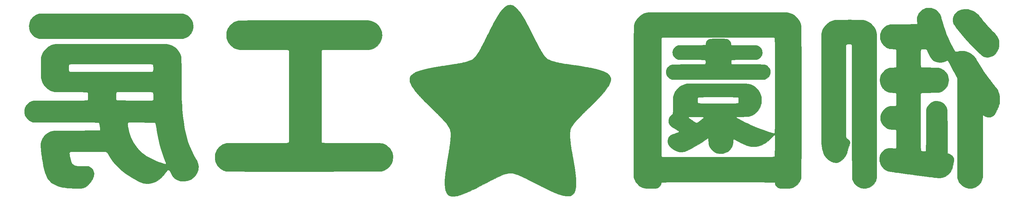
<source format=gbr>
%TF.GenerationSoftware,KiCad,Pcbnew,(5.1.5)-3*%
%TF.CreationDate,2021-02-02T22:21:14-08:00*%
%TF.ProjectId,bottomplate,626f7474-6f6d-4706-9c61-74652e6b6963,rev?*%
%TF.SameCoordinates,Original*%
%TF.FileFunction,Legend,Bot*%
%TF.FilePolarity,Positive*%
%FSLAX46Y46*%
G04 Gerber Fmt 4.6, Leading zero omitted, Abs format (unit mm)*
G04 Created by KiCad (PCBNEW (5.1.5)-3) date 2021-02-02 22:21:14*
%MOMM*%
%LPD*%
G04 APERTURE LIST*
%ADD10C,0.010000*%
G04 APERTURE END LIST*
D10*
%TO.C,G\002A\002A\002A*%
G36*
X214967242Y-93785087D02*
G01*
X214639661Y-93786772D01*
X214325409Y-93789728D01*
X214031421Y-93793955D01*
X213764634Y-93799456D01*
X213531983Y-93806232D01*
X213340406Y-93814283D01*
X213196837Y-93823613D01*
X213108214Y-93834221D01*
X213096263Y-93836860D01*
X212809274Y-93942480D01*
X212549956Y-94099194D01*
X212325933Y-94299857D01*
X212144830Y-94537328D01*
X212014272Y-94804464D01*
X211991403Y-94871887D01*
X211958036Y-95005459D01*
X211936194Y-95143465D01*
X211931250Y-95221078D01*
X211920646Y-95341338D01*
X211885034Y-95420797D01*
X211867750Y-95440500D01*
X211856890Y-95450388D01*
X211842846Y-95459193D01*
X211822074Y-95466976D01*
X211791025Y-95473802D01*
X211746154Y-95479733D01*
X211683915Y-95484832D01*
X211600762Y-95489162D01*
X211493147Y-95492785D01*
X211357525Y-95495764D01*
X211190350Y-95498163D01*
X210988074Y-95500045D01*
X210747152Y-95501471D01*
X210464038Y-95502506D01*
X210135184Y-95503211D01*
X209757045Y-95503650D01*
X209326074Y-95503886D01*
X208838725Y-95503982D01*
X208291452Y-95503999D01*
X208286671Y-95504000D01*
X207725393Y-95503961D01*
X207223899Y-95503963D01*
X206778473Y-95504180D01*
X206385400Y-95504787D01*
X206040964Y-95505960D01*
X205741449Y-95507873D01*
X205483139Y-95510701D01*
X205262319Y-95514620D01*
X205075273Y-95519804D01*
X204918285Y-95526429D01*
X204787639Y-95534669D01*
X204679619Y-95544700D01*
X204590511Y-95556697D01*
X204516597Y-95570835D01*
X204454163Y-95587288D01*
X204399493Y-95606233D01*
X204348870Y-95627843D01*
X204298579Y-95652294D01*
X204244905Y-95679762D01*
X204213207Y-95695910D01*
X204083892Y-95776055D01*
X203931137Y-95893683D01*
X203769430Y-96035348D01*
X203613262Y-96187607D01*
X203477122Y-96337014D01*
X203375500Y-96470127D01*
X203370469Y-96477841D01*
X203228217Y-96755388D01*
X203136986Y-97059828D01*
X203097186Y-97379701D01*
X203109228Y-97703551D01*
X203173522Y-98019918D01*
X203290476Y-98317346D01*
X203303728Y-98343038D01*
X203411414Y-98509414D01*
X203560288Y-98687743D01*
X203734371Y-98862338D01*
X203917683Y-99017507D01*
X204094245Y-99137560D01*
X204136625Y-99160854D01*
X204194462Y-99191459D01*
X204245707Y-99218756D01*
X204294127Y-99242950D01*
X204343484Y-99264245D01*
X204397544Y-99282846D01*
X204460071Y-99298957D01*
X204534830Y-99312783D01*
X204625584Y-99324530D01*
X204736099Y-99334401D01*
X204870138Y-99342601D01*
X205031467Y-99349335D01*
X205223848Y-99354807D01*
X205451048Y-99359223D01*
X205716830Y-99362787D01*
X206024959Y-99365703D01*
X206379199Y-99368176D01*
X206783314Y-99370411D01*
X207241070Y-99372613D01*
X207756230Y-99374986D01*
X208105375Y-99376629D01*
X208653106Y-99379304D01*
X209140917Y-99381824D01*
X209572389Y-99384262D01*
X209951102Y-99386691D01*
X210280636Y-99389183D01*
X210564571Y-99391811D01*
X210806487Y-99394648D01*
X211009965Y-99397766D01*
X211178585Y-99401237D01*
X211315926Y-99405134D01*
X211425570Y-99409530D01*
X211511096Y-99414497D01*
X211576084Y-99420107D01*
X211624114Y-99426434D01*
X211658767Y-99433550D01*
X211683623Y-99441526D01*
X211700526Y-99449474D01*
X211790220Y-99512760D01*
X211852248Y-99595462D01*
X211890774Y-99708865D01*
X211909964Y-99864251D01*
X211914193Y-100028375D01*
X211906785Y-100231472D01*
X211882478Y-100382263D01*
X211838143Y-100490428D01*
X211770656Y-100565649D01*
X211732484Y-100590996D01*
X211710371Y-100597000D01*
X211664114Y-100602524D01*
X211590993Y-100607602D01*
X211488286Y-100612269D01*
X211353270Y-100616562D01*
X211183224Y-100620513D01*
X210975425Y-100624159D01*
X210727152Y-100627535D01*
X210435683Y-100630675D01*
X210098295Y-100633615D01*
X209712267Y-100636389D01*
X209274877Y-100639033D01*
X208783403Y-100641581D01*
X208235123Y-100644069D01*
X207627314Y-100646532D01*
X207327500Y-100647664D01*
X202993625Y-100663704D01*
X202739625Y-100750140D01*
X202444386Y-100877132D01*
X202175326Y-101050808D01*
X201920529Y-101279048D01*
X201887054Y-101313962D01*
X201672600Y-101571581D01*
X201515323Y-101833633D01*
X201409455Y-102112938D01*
X201349231Y-102422319D01*
X201338343Y-102533808D01*
X201342278Y-102884114D01*
X201407463Y-103222507D01*
X201532272Y-103543105D01*
X201690254Y-103806010D01*
X201937143Y-104101408D01*
X202217900Y-104343482D01*
X202531624Y-104531549D01*
X202787250Y-104636492D01*
X202803650Y-104641571D01*
X202823217Y-104646353D01*
X202847848Y-104650847D01*
X202879438Y-104655064D01*
X202919884Y-104659013D01*
X202971081Y-104662705D01*
X203034924Y-104666150D01*
X203113311Y-104669356D01*
X203208136Y-104672335D01*
X203321295Y-104675096D01*
X203454685Y-104677649D01*
X203610200Y-104680004D01*
X203789738Y-104682170D01*
X203995192Y-104684159D01*
X204228460Y-104685979D01*
X204491437Y-104687641D01*
X204786019Y-104689154D01*
X205114102Y-104690529D01*
X205477581Y-104691775D01*
X205878353Y-104692903D01*
X206318313Y-104693921D01*
X206799356Y-104694841D01*
X207323379Y-104695672D01*
X207892278Y-104696424D01*
X208507948Y-104697106D01*
X209172285Y-104697730D01*
X209887185Y-104698304D01*
X210654544Y-104698839D01*
X211476257Y-104699344D01*
X212354221Y-104699830D01*
X213290330Y-104700306D01*
X214286482Y-104700782D01*
X215153875Y-104701182D01*
X216219589Y-104701641D01*
X217223597Y-104702016D01*
X218167693Y-104702299D01*
X219053671Y-104702487D01*
X219883325Y-104702572D01*
X220658449Y-104702550D01*
X221380838Y-104702414D01*
X222052284Y-104702160D01*
X222674582Y-104701781D01*
X223249527Y-104701272D01*
X223778912Y-104700628D01*
X224264531Y-104699842D01*
X224708178Y-104698909D01*
X225111647Y-104697823D01*
X225476733Y-104696579D01*
X225805229Y-104695171D01*
X226098928Y-104693594D01*
X226359627Y-104691842D01*
X226589117Y-104689908D01*
X226789194Y-104687789D01*
X226961650Y-104685477D01*
X227108281Y-104682967D01*
X227230881Y-104680255D01*
X227331242Y-104677333D01*
X227411160Y-104674197D01*
X227472429Y-104670840D01*
X227516841Y-104667258D01*
X227546192Y-104663444D01*
X227552250Y-104662271D01*
X227863586Y-104563886D01*
X228159800Y-104410153D01*
X228432584Y-104208860D01*
X228673626Y-103967793D01*
X228874617Y-103694738D01*
X229027246Y-103397483D01*
X229088702Y-103222653D01*
X229149903Y-102909263D01*
X229158433Y-102579031D01*
X229115751Y-102248316D01*
X229023317Y-101933474D01*
X228961011Y-101791383D01*
X228880232Y-101646110D01*
X228783238Y-101511915D01*
X228655296Y-101369509D01*
X228584481Y-101298375D01*
X228337079Y-101077651D01*
X228095148Y-100911113D01*
X227845529Y-100792237D01*
X227575064Y-100714501D01*
X227331195Y-100677165D01*
X227265755Y-100673597D01*
X227140927Y-100670148D01*
X226960822Y-100666848D01*
X226729553Y-100663722D01*
X226451231Y-100660800D01*
X226129967Y-100658109D01*
X225769873Y-100655676D01*
X225375061Y-100653530D01*
X224949643Y-100651698D01*
X224497731Y-100650207D01*
X224023435Y-100649086D01*
X223530869Y-100648363D01*
X223024143Y-100648064D01*
X223018361Y-100648064D01*
X222418044Y-100648045D01*
X221877975Y-100648063D01*
X221394901Y-100647967D01*
X220965570Y-100647605D01*
X220586731Y-100646826D01*
X220255131Y-100645479D01*
X219967518Y-100643411D01*
X219720640Y-100640471D01*
X219511245Y-100636508D01*
X219336080Y-100631370D01*
X219191895Y-100624905D01*
X219075436Y-100616963D01*
X218983451Y-100607391D01*
X218912689Y-100596039D01*
X218859898Y-100582754D01*
X218821824Y-100567385D01*
X218795217Y-100549780D01*
X218776823Y-100529789D01*
X218763391Y-100507259D01*
X218751670Y-100482039D01*
X218738405Y-100453977D01*
X218735556Y-100448525D01*
X218707283Y-100375806D01*
X218690049Y-100277121D01*
X218681992Y-100138184D01*
X218680787Y-100028375D01*
X218687352Y-99830554D01*
X218709788Y-99683907D01*
X218752214Y-99577205D01*
X218818743Y-99499219D01*
X218892975Y-99449474D01*
X218912769Y-99440341D01*
X218939285Y-99432204D01*
X218976250Y-99424983D01*
X219027390Y-99418598D01*
X219096431Y-99412967D01*
X219187099Y-99408010D01*
X219303119Y-99403647D01*
X219448217Y-99399795D01*
X219626119Y-99396376D01*
X219840551Y-99393307D01*
X220095239Y-99390509D01*
X220393909Y-99387900D01*
X220740285Y-99385399D01*
X221138096Y-99382927D01*
X221591065Y-99380403D01*
X222102919Y-99377744D01*
X222234125Y-99377082D01*
X222760633Y-99374382D01*
X223227461Y-99371840D01*
X223638431Y-99369369D01*
X223997364Y-99366888D01*
X224308080Y-99364311D01*
X224574399Y-99361554D01*
X224800143Y-99358534D01*
X224989132Y-99355168D01*
X225145187Y-99351370D01*
X225272128Y-99347057D01*
X225373777Y-99342145D01*
X225453953Y-99336550D01*
X225516477Y-99330188D01*
X225565171Y-99322976D01*
X225603854Y-99314829D01*
X225636348Y-99305663D01*
X225647250Y-99302103D01*
X225984510Y-99159452D01*
X226278841Y-98973375D01*
X226526973Y-98746122D01*
X226622422Y-98631375D01*
X226781639Y-98391207D01*
X226893368Y-98145280D01*
X226962094Y-97879247D01*
X226992300Y-97578762D01*
X226994587Y-97440750D01*
X226974560Y-97122560D01*
X226913518Y-96841364D01*
X226806226Y-96584744D01*
X226647445Y-96340280D01*
X226431938Y-96095554D01*
X226423792Y-96087323D01*
X226284428Y-95953201D01*
X226163583Y-95853911D01*
X226040645Y-95774276D01*
X225899467Y-95701246D01*
X225757367Y-95638532D01*
X225613645Y-95583597D01*
X225493202Y-95545719D01*
X225463125Y-95538610D01*
X225402958Y-95532142D01*
X225288117Y-95526369D01*
X225117667Y-95521281D01*
X224890669Y-95516869D01*
X224606186Y-95513122D01*
X224263281Y-95510033D01*
X223861016Y-95507590D01*
X223398454Y-95505785D01*
X222874657Y-95504609D01*
X222288688Y-95504051D01*
X222027988Y-95504000D01*
X218761101Y-95504000D01*
X218711676Y-95433435D01*
X218680551Y-95356520D01*
X218663504Y-95249861D01*
X218662250Y-95214014D01*
X218631574Y-94955645D01*
X218543799Y-94706034D01*
X218405311Y-94472430D01*
X218222495Y-94262082D01*
X218001734Y-94082238D01*
X217749414Y-93940149D01*
X217471918Y-93843063D01*
X217450193Y-93837780D01*
X217370809Y-93826843D01*
X217235393Y-93817161D01*
X217050882Y-93808737D01*
X216824210Y-93801571D01*
X216562315Y-93795665D01*
X216272131Y-93791020D01*
X215960596Y-93787639D01*
X215634646Y-93785522D01*
X215301216Y-93784671D01*
X214967242Y-93785087D01*
G37*
X214967242Y-93785087D02*
X214639661Y-93786772D01*
X214325409Y-93789728D01*
X214031421Y-93793955D01*
X213764634Y-93799456D01*
X213531983Y-93806232D01*
X213340406Y-93814283D01*
X213196837Y-93823613D01*
X213108214Y-93834221D01*
X213096263Y-93836860D01*
X212809274Y-93942480D01*
X212549956Y-94099194D01*
X212325933Y-94299857D01*
X212144830Y-94537328D01*
X212014272Y-94804464D01*
X211991403Y-94871887D01*
X211958036Y-95005459D01*
X211936194Y-95143465D01*
X211931250Y-95221078D01*
X211920646Y-95341338D01*
X211885034Y-95420797D01*
X211867750Y-95440500D01*
X211856890Y-95450388D01*
X211842846Y-95459193D01*
X211822074Y-95466976D01*
X211791025Y-95473802D01*
X211746154Y-95479733D01*
X211683915Y-95484832D01*
X211600762Y-95489162D01*
X211493147Y-95492785D01*
X211357525Y-95495764D01*
X211190350Y-95498163D01*
X210988074Y-95500045D01*
X210747152Y-95501471D01*
X210464038Y-95502506D01*
X210135184Y-95503211D01*
X209757045Y-95503650D01*
X209326074Y-95503886D01*
X208838725Y-95503982D01*
X208291452Y-95503999D01*
X208286671Y-95504000D01*
X207725393Y-95503961D01*
X207223899Y-95503963D01*
X206778473Y-95504180D01*
X206385400Y-95504787D01*
X206040964Y-95505960D01*
X205741449Y-95507873D01*
X205483139Y-95510701D01*
X205262319Y-95514620D01*
X205075273Y-95519804D01*
X204918285Y-95526429D01*
X204787639Y-95534669D01*
X204679619Y-95544700D01*
X204590511Y-95556697D01*
X204516597Y-95570835D01*
X204454163Y-95587288D01*
X204399493Y-95606233D01*
X204348870Y-95627843D01*
X204298579Y-95652294D01*
X204244905Y-95679762D01*
X204213207Y-95695910D01*
X204083892Y-95776055D01*
X203931137Y-95893683D01*
X203769430Y-96035348D01*
X203613262Y-96187607D01*
X203477122Y-96337014D01*
X203375500Y-96470127D01*
X203370469Y-96477841D01*
X203228217Y-96755388D01*
X203136986Y-97059828D01*
X203097186Y-97379701D01*
X203109228Y-97703551D01*
X203173522Y-98019918D01*
X203290476Y-98317346D01*
X203303728Y-98343038D01*
X203411414Y-98509414D01*
X203560288Y-98687743D01*
X203734371Y-98862338D01*
X203917683Y-99017507D01*
X204094245Y-99137560D01*
X204136625Y-99160854D01*
X204194462Y-99191459D01*
X204245707Y-99218756D01*
X204294127Y-99242950D01*
X204343484Y-99264245D01*
X204397544Y-99282846D01*
X204460071Y-99298957D01*
X204534830Y-99312783D01*
X204625584Y-99324530D01*
X204736099Y-99334401D01*
X204870138Y-99342601D01*
X205031467Y-99349335D01*
X205223848Y-99354807D01*
X205451048Y-99359223D01*
X205716830Y-99362787D01*
X206024959Y-99365703D01*
X206379199Y-99368176D01*
X206783314Y-99370411D01*
X207241070Y-99372613D01*
X207756230Y-99374986D01*
X208105375Y-99376629D01*
X208653106Y-99379304D01*
X209140917Y-99381824D01*
X209572389Y-99384262D01*
X209951102Y-99386691D01*
X210280636Y-99389183D01*
X210564571Y-99391811D01*
X210806487Y-99394648D01*
X211009965Y-99397766D01*
X211178585Y-99401237D01*
X211315926Y-99405134D01*
X211425570Y-99409530D01*
X211511096Y-99414497D01*
X211576084Y-99420107D01*
X211624114Y-99426434D01*
X211658767Y-99433550D01*
X211683623Y-99441526D01*
X211700526Y-99449474D01*
X211790220Y-99512760D01*
X211852248Y-99595462D01*
X211890774Y-99708865D01*
X211909964Y-99864251D01*
X211914193Y-100028375D01*
X211906785Y-100231472D01*
X211882478Y-100382263D01*
X211838143Y-100490428D01*
X211770656Y-100565649D01*
X211732484Y-100590996D01*
X211710371Y-100597000D01*
X211664114Y-100602524D01*
X211590993Y-100607602D01*
X211488286Y-100612269D01*
X211353270Y-100616562D01*
X211183224Y-100620513D01*
X210975425Y-100624159D01*
X210727152Y-100627535D01*
X210435683Y-100630675D01*
X210098295Y-100633615D01*
X209712267Y-100636389D01*
X209274877Y-100639033D01*
X208783403Y-100641581D01*
X208235123Y-100644069D01*
X207627314Y-100646532D01*
X207327500Y-100647664D01*
X202993625Y-100663704D01*
X202739625Y-100750140D01*
X202444386Y-100877132D01*
X202175326Y-101050808D01*
X201920529Y-101279048D01*
X201887054Y-101313962D01*
X201672600Y-101571581D01*
X201515323Y-101833633D01*
X201409455Y-102112938D01*
X201349231Y-102422319D01*
X201338343Y-102533808D01*
X201342278Y-102884114D01*
X201407463Y-103222507D01*
X201532272Y-103543105D01*
X201690254Y-103806010D01*
X201937143Y-104101408D01*
X202217900Y-104343482D01*
X202531624Y-104531549D01*
X202787250Y-104636492D01*
X202803650Y-104641571D01*
X202823217Y-104646353D01*
X202847848Y-104650847D01*
X202879438Y-104655064D01*
X202919884Y-104659013D01*
X202971081Y-104662705D01*
X203034924Y-104666150D01*
X203113311Y-104669356D01*
X203208136Y-104672335D01*
X203321295Y-104675096D01*
X203454685Y-104677649D01*
X203610200Y-104680004D01*
X203789738Y-104682170D01*
X203995192Y-104684159D01*
X204228460Y-104685979D01*
X204491437Y-104687641D01*
X204786019Y-104689154D01*
X205114102Y-104690529D01*
X205477581Y-104691775D01*
X205878353Y-104692903D01*
X206318313Y-104693921D01*
X206799356Y-104694841D01*
X207323379Y-104695672D01*
X207892278Y-104696424D01*
X208507948Y-104697106D01*
X209172285Y-104697730D01*
X209887185Y-104698304D01*
X210654544Y-104698839D01*
X211476257Y-104699344D01*
X212354221Y-104699830D01*
X213290330Y-104700306D01*
X214286482Y-104700782D01*
X215153875Y-104701182D01*
X216219589Y-104701641D01*
X217223597Y-104702016D01*
X218167693Y-104702299D01*
X219053671Y-104702487D01*
X219883325Y-104702572D01*
X220658449Y-104702550D01*
X221380838Y-104702414D01*
X222052284Y-104702160D01*
X222674582Y-104701781D01*
X223249527Y-104701272D01*
X223778912Y-104700628D01*
X224264531Y-104699842D01*
X224708178Y-104698909D01*
X225111647Y-104697823D01*
X225476733Y-104696579D01*
X225805229Y-104695171D01*
X226098928Y-104693594D01*
X226359627Y-104691842D01*
X226589117Y-104689908D01*
X226789194Y-104687789D01*
X226961650Y-104685477D01*
X227108281Y-104682967D01*
X227230881Y-104680255D01*
X227331242Y-104677333D01*
X227411160Y-104674197D01*
X227472429Y-104670840D01*
X227516841Y-104667258D01*
X227546192Y-104663444D01*
X227552250Y-104662271D01*
X227863586Y-104563886D01*
X228159800Y-104410153D01*
X228432584Y-104208860D01*
X228673626Y-103967793D01*
X228874617Y-103694738D01*
X229027246Y-103397483D01*
X229088702Y-103222653D01*
X229149903Y-102909263D01*
X229158433Y-102579031D01*
X229115751Y-102248316D01*
X229023317Y-101933474D01*
X228961011Y-101791383D01*
X228880232Y-101646110D01*
X228783238Y-101511915D01*
X228655296Y-101369509D01*
X228584481Y-101298375D01*
X228337079Y-101077651D01*
X228095148Y-100911113D01*
X227845529Y-100792237D01*
X227575064Y-100714501D01*
X227331195Y-100677165D01*
X227265755Y-100673597D01*
X227140927Y-100670148D01*
X226960822Y-100666848D01*
X226729553Y-100663722D01*
X226451231Y-100660800D01*
X226129967Y-100658109D01*
X225769873Y-100655676D01*
X225375061Y-100653530D01*
X224949643Y-100651698D01*
X224497731Y-100650207D01*
X224023435Y-100649086D01*
X223530869Y-100648363D01*
X223024143Y-100648064D01*
X223018361Y-100648064D01*
X222418044Y-100648045D01*
X221877975Y-100648063D01*
X221394901Y-100647967D01*
X220965570Y-100647605D01*
X220586731Y-100646826D01*
X220255131Y-100645479D01*
X219967518Y-100643411D01*
X219720640Y-100640471D01*
X219511245Y-100636508D01*
X219336080Y-100631370D01*
X219191895Y-100624905D01*
X219075436Y-100616963D01*
X218983451Y-100607391D01*
X218912689Y-100596039D01*
X218859898Y-100582754D01*
X218821824Y-100567385D01*
X218795217Y-100549780D01*
X218776823Y-100529789D01*
X218763391Y-100507259D01*
X218751670Y-100482039D01*
X218738405Y-100453977D01*
X218735556Y-100448525D01*
X218707283Y-100375806D01*
X218690049Y-100277121D01*
X218681992Y-100138184D01*
X218680787Y-100028375D01*
X218687352Y-99830554D01*
X218709788Y-99683907D01*
X218752214Y-99577205D01*
X218818743Y-99499219D01*
X218892975Y-99449474D01*
X218912769Y-99440341D01*
X218939285Y-99432204D01*
X218976250Y-99424983D01*
X219027390Y-99418598D01*
X219096431Y-99412967D01*
X219187099Y-99408010D01*
X219303119Y-99403647D01*
X219448217Y-99399795D01*
X219626119Y-99396376D01*
X219840551Y-99393307D01*
X220095239Y-99390509D01*
X220393909Y-99387900D01*
X220740285Y-99385399D01*
X221138096Y-99382927D01*
X221591065Y-99380403D01*
X222102919Y-99377744D01*
X222234125Y-99377082D01*
X222760633Y-99374382D01*
X223227461Y-99371840D01*
X223638431Y-99369369D01*
X223997364Y-99366888D01*
X224308080Y-99364311D01*
X224574399Y-99361554D01*
X224800143Y-99358534D01*
X224989132Y-99355168D01*
X225145187Y-99351370D01*
X225272128Y-99347057D01*
X225373777Y-99342145D01*
X225453953Y-99336550D01*
X225516477Y-99330188D01*
X225565171Y-99322976D01*
X225603854Y-99314829D01*
X225636348Y-99305663D01*
X225647250Y-99302103D01*
X225984510Y-99159452D01*
X226278841Y-98973375D01*
X226526973Y-98746122D01*
X226622422Y-98631375D01*
X226781639Y-98391207D01*
X226893368Y-98145280D01*
X226962094Y-97879247D01*
X226992300Y-97578762D01*
X226994587Y-97440750D01*
X226974560Y-97122560D01*
X226913518Y-96841364D01*
X226806226Y-96584744D01*
X226647445Y-96340280D01*
X226431938Y-96095554D01*
X226423792Y-96087323D01*
X226284428Y-95953201D01*
X226163583Y-95853911D01*
X226040645Y-95774276D01*
X225899467Y-95701246D01*
X225757367Y-95638532D01*
X225613645Y-95583597D01*
X225493202Y-95545719D01*
X225463125Y-95538610D01*
X225402958Y-95532142D01*
X225288117Y-95526369D01*
X225117667Y-95521281D01*
X224890669Y-95516869D01*
X224606186Y-95513122D01*
X224263281Y-95510033D01*
X223861016Y-95507590D01*
X223398454Y-95505785D01*
X222874657Y-95504609D01*
X222288688Y-95504051D01*
X222027988Y-95504000D01*
X218761101Y-95504000D01*
X218711676Y-95433435D01*
X218680551Y-95356520D01*
X218663504Y-95249861D01*
X218662250Y-95214014D01*
X218631574Y-94955645D01*
X218543799Y-94706034D01*
X218405311Y-94472430D01*
X218222495Y-94262082D01*
X218001734Y-94082238D01*
X217749414Y-93940149D01*
X217471918Y-93843063D01*
X217450193Y-93837780D01*
X217370809Y-93826843D01*
X217235393Y-93817161D01*
X217050882Y-93808737D01*
X216824210Y-93801571D01*
X216562315Y-93795665D01*
X216272131Y-93791020D01*
X215960596Y-93787639D01*
X215634646Y-93785522D01*
X215301216Y-93784671D01*
X214967242Y-93785087D01*
G36*
X52197387Y-87069879D02*
G01*
X51241641Y-87070064D01*
X50290754Y-87070352D01*
X49346863Y-87070745D01*
X48412103Y-87071241D01*
X47488612Y-87071841D01*
X46578525Y-87072546D01*
X45683978Y-87073354D01*
X44807109Y-87074266D01*
X43950052Y-87075282D01*
X43114944Y-87076402D01*
X42303922Y-87077626D01*
X41519121Y-87078954D01*
X40762678Y-87080386D01*
X40036729Y-87081922D01*
X39343411Y-87083562D01*
X38684859Y-87085305D01*
X38063209Y-87087153D01*
X37480599Y-87089105D01*
X36939164Y-87091160D01*
X36441041Y-87093320D01*
X35988365Y-87095583D01*
X35583273Y-87097951D01*
X35227901Y-87100422D01*
X34924385Y-87102998D01*
X34674862Y-87105677D01*
X34481468Y-87108460D01*
X34346339Y-87111347D01*
X34271611Y-87114339D01*
X34258250Y-87115720D01*
X33815893Y-87234711D01*
X33403690Y-87408741D01*
X33020487Y-87638556D01*
X32665127Y-87924901D01*
X32336456Y-88268525D01*
X32189311Y-88452082D01*
X31969426Y-88792314D01*
X31794226Y-89170818D01*
X31666371Y-89578260D01*
X31588523Y-90005306D01*
X31563344Y-90442621D01*
X31569118Y-90627169D01*
X31608303Y-91012867D01*
X31681744Y-91361935D01*
X31794919Y-91694343D01*
X31953303Y-92030063D01*
X31954269Y-92031880D01*
X32196777Y-92425414D01*
X32480212Y-92770736D01*
X32805236Y-93068377D01*
X33172513Y-93318868D01*
X33582705Y-93522738D01*
X34003071Y-93670901D01*
X34242375Y-93740830D01*
X53324125Y-93744624D01*
X54422889Y-93744820D01*
X55506097Y-93744970D01*
X56572005Y-93745075D01*
X57618867Y-93745135D01*
X58644938Y-93745151D01*
X59648472Y-93745124D01*
X60627724Y-93745055D01*
X61580949Y-93744945D01*
X62506400Y-93744795D01*
X63402332Y-93744605D01*
X64267000Y-93744376D01*
X65098659Y-93744110D01*
X65895563Y-93743807D01*
X66655966Y-93743469D01*
X67378123Y-93743095D01*
X68060289Y-93742686D01*
X68700719Y-93742245D01*
X69297665Y-93741771D01*
X69849384Y-93741265D01*
X70354130Y-93740729D01*
X70810157Y-93740163D01*
X71215720Y-93739567D01*
X71569073Y-93738944D01*
X71868471Y-93738293D01*
X72112169Y-93737616D01*
X72298420Y-93736914D01*
X72425480Y-93736186D01*
X72491603Y-93735435D01*
X72501125Y-93735075D01*
X72869299Y-93655753D01*
X73243250Y-93523777D01*
X73608455Y-93346660D01*
X73950391Y-93131915D01*
X74254535Y-92887056D01*
X74381787Y-92762139D01*
X74672086Y-92411506D01*
X74908971Y-92029634D01*
X75091222Y-91621453D01*
X75217617Y-91191892D01*
X75286936Y-90745881D01*
X75297958Y-90288349D01*
X75249462Y-89824224D01*
X75184881Y-89519125D01*
X75051035Y-89119697D01*
X74861077Y-88740825D01*
X74620466Y-88387550D01*
X74334665Y-88064911D01*
X74009135Y-87777948D01*
X73649339Y-87531703D01*
X73260738Y-87331214D01*
X72848794Y-87181523D01*
X72580500Y-87115720D01*
X72533683Y-87112682D01*
X72425502Y-87109748D01*
X72258093Y-87106918D01*
X72033594Y-87104192D01*
X71754139Y-87101570D01*
X71421865Y-87099051D01*
X71038909Y-87096637D01*
X70607407Y-87094327D01*
X70129494Y-87092120D01*
X69607308Y-87090018D01*
X69042984Y-87088019D01*
X68438658Y-87086125D01*
X67796467Y-87084334D01*
X67118548Y-87082648D01*
X66407035Y-87081065D01*
X65664067Y-87079586D01*
X64891777Y-87078211D01*
X64092304Y-87076941D01*
X63267783Y-87075774D01*
X62420351Y-87074711D01*
X61552143Y-87073752D01*
X60665295Y-87072897D01*
X59761945Y-87072146D01*
X58844229Y-87071499D01*
X57914281Y-87070955D01*
X56974240Y-87070516D01*
X56026240Y-87070181D01*
X55072419Y-87069950D01*
X54114912Y-87069822D01*
X53155856Y-87069799D01*
X52197387Y-87069879D01*
G37*
X52197387Y-87069879D02*
X51241641Y-87070064D01*
X50290754Y-87070352D01*
X49346863Y-87070745D01*
X48412103Y-87071241D01*
X47488612Y-87071841D01*
X46578525Y-87072546D01*
X45683978Y-87073354D01*
X44807109Y-87074266D01*
X43950052Y-87075282D01*
X43114944Y-87076402D01*
X42303922Y-87077626D01*
X41519121Y-87078954D01*
X40762678Y-87080386D01*
X40036729Y-87081922D01*
X39343411Y-87083562D01*
X38684859Y-87085305D01*
X38063209Y-87087153D01*
X37480599Y-87089105D01*
X36939164Y-87091160D01*
X36441041Y-87093320D01*
X35988365Y-87095583D01*
X35583273Y-87097951D01*
X35227901Y-87100422D01*
X34924385Y-87102998D01*
X34674862Y-87105677D01*
X34481468Y-87108460D01*
X34346339Y-87111347D01*
X34271611Y-87114339D01*
X34258250Y-87115720D01*
X33815893Y-87234711D01*
X33403690Y-87408741D01*
X33020487Y-87638556D01*
X32665127Y-87924901D01*
X32336456Y-88268525D01*
X32189311Y-88452082D01*
X31969426Y-88792314D01*
X31794226Y-89170818D01*
X31666371Y-89578260D01*
X31588523Y-90005306D01*
X31563344Y-90442621D01*
X31569118Y-90627169D01*
X31608303Y-91012867D01*
X31681744Y-91361935D01*
X31794919Y-91694343D01*
X31953303Y-92030063D01*
X31954269Y-92031880D01*
X32196777Y-92425414D01*
X32480212Y-92770736D01*
X32805236Y-93068377D01*
X33172513Y-93318868D01*
X33582705Y-93522738D01*
X34003071Y-93670901D01*
X34242375Y-93740830D01*
X53324125Y-93744624D01*
X54422889Y-93744820D01*
X55506097Y-93744970D01*
X56572005Y-93745075D01*
X57618867Y-93745135D01*
X58644938Y-93745151D01*
X59648472Y-93745124D01*
X60627724Y-93745055D01*
X61580949Y-93744945D01*
X62506400Y-93744795D01*
X63402332Y-93744605D01*
X64267000Y-93744376D01*
X65098659Y-93744110D01*
X65895563Y-93743807D01*
X66655966Y-93743469D01*
X67378123Y-93743095D01*
X68060289Y-93742686D01*
X68700719Y-93742245D01*
X69297665Y-93741771D01*
X69849384Y-93741265D01*
X70354130Y-93740729D01*
X70810157Y-93740163D01*
X71215720Y-93739567D01*
X71569073Y-93738944D01*
X71868471Y-93738293D01*
X72112169Y-93737616D01*
X72298420Y-93736914D01*
X72425480Y-93736186D01*
X72491603Y-93735435D01*
X72501125Y-93735075D01*
X72869299Y-93655753D01*
X73243250Y-93523777D01*
X73608455Y-93346660D01*
X73950391Y-93131915D01*
X74254535Y-92887056D01*
X74381787Y-92762139D01*
X74672086Y-92411506D01*
X74908971Y-92029634D01*
X75091222Y-91621453D01*
X75217617Y-91191892D01*
X75286936Y-90745881D01*
X75297958Y-90288349D01*
X75249462Y-89824224D01*
X75184881Y-89519125D01*
X75051035Y-89119697D01*
X74861077Y-88740825D01*
X74620466Y-88387550D01*
X74334665Y-88064911D01*
X74009135Y-87777948D01*
X73649339Y-87531703D01*
X73260738Y-87331214D01*
X72848794Y-87181523D01*
X72580500Y-87115720D01*
X72533683Y-87112682D01*
X72425502Y-87109748D01*
X72258093Y-87106918D01*
X72033594Y-87104192D01*
X71754139Y-87101570D01*
X71421865Y-87099051D01*
X71038909Y-87096637D01*
X70607407Y-87094327D01*
X70129494Y-87092120D01*
X69607308Y-87090018D01*
X69042984Y-87088019D01*
X68438658Y-87086125D01*
X67796467Y-87084334D01*
X67118548Y-87082648D01*
X66407035Y-87081065D01*
X65664067Y-87079586D01*
X64891777Y-87078211D01*
X64092304Y-87076941D01*
X63267783Y-87075774D01*
X62420351Y-87074711D01*
X61552143Y-87073752D01*
X60665295Y-87072897D01*
X59761945Y-87072146D01*
X58844229Y-87071499D01*
X57914281Y-87070955D01*
X56974240Y-87070516D01*
X56026240Y-87070181D01*
X55072419Y-87069950D01*
X54114912Y-87069822D01*
X53155856Y-87069799D01*
X52197387Y-87069879D01*
G36*
X280866648Y-85879088D02*
G01*
X280384465Y-85950474D01*
X280199444Y-85995028D01*
X279748288Y-86134975D01*
X279352920Y-86300080D01*
X279009414Y-86493897D01*
X278713846Y-86719978D01*
X278462292Y-86981876D01*
X278250828Y-87283145D01*
X278075528Y-87627337D01*
X277932470Y-88018005D01*
X277920127Y-88058625D01*
X277883150Y-88191345D01*
X277858233Y-88309305D01*
X277842964Y-88431977D01*
X277834933Y-88578834D01*
X277831729Y-88769349D01*
X277831703Y-88773000D01*
X277834900Y-88996008D01*
X277850202Y-89196395D01*
X277881156Y-89382421D01*
X277931309Y-89562350D01*
X278004206Y-89744440D01*
X278103393Y-89936955D01*
X278232418Y-90148154D01*
X278394826Y-90386301D01*
X278594164Y-90659655D01*
X278704711Y-90806730D01*
X279431297Y-91744625D01*
X280187856Y-92679148D01*
X280966991Y-93602034D01*
X281761300Y-94505016D01*
X282563386Y-95379832D01*
X283365850Y-96218215D01*
X284161291Y-97011901D01*
X284829250Y-97647899D01*
X285060292Y-97861023D01*
X285254099Y-98034855D01*
X285418406Y-98174938D01*
X285560947Y-98286815D01*
X285689456Y-98376027D01*
X285811667Y-98448119D01*
X285935314Y-98508631D01*
X286068132Y-98563107D01*
X286146875Y-98592139D01*
X286489916Y-98688591D01*
X286840787Y-98732690D01*
X287211573Y-98725398D01*
X287451840Y-98696260D01*
X287888374Y-98600137D01*
X288287334Y-98453012D01*
X288649276Y-98254467D01*
X288974761Y-98004086D01*
X289264348Y-97701454D01*
X289518594Y-97346153D01*
X289696789Y-97023981D01*
X289861078Y-96654126D01*
X289983191Y-96291049D01*
X290066601Y-95919036D01*
X290114786Y-95522373D01*
X290131220Y-95085346D01*
X290131272Y-95059500D01*
X290117030Y-94689101D01*
X290071016Y-94351866D01*
X289988675Y-94023588D01*
X289877316Y-93709659D01*
X289794557Y-93514465D01*
X289704920Y-93332518D01*
X289602905Y-93156412D01*
X289483013Y-92978740D01*
X289339748Y-92792097D01*
X289167610Y-92589077D01*
X288961102Y-92362273D01*
X288714725Y-92104280D01*
X288593033Y-91979750D01*
X288350703Y-91732735D01*
X288145237Y-91522263D01*
X287968687Y-91339891D01*
X287813100Y-91177174D01*
X287670526Y-91025671D01*
X287533013Y-90876937D01*
X287392611Y-90722529D01*
X287241370Y-90554004D01*
X287085440Y-90378810D01*
X286695799Y-89932803D01*
X286296751Y-89462823D01*
X285903399Y-88987064D01*
X285530844Y-88523718D01*
X285291190Y-88217375D01*
X284957932Y-87803470D01*
X284640799Y-87446484D01*
X284336334Y-87142929D01*
X284041080Y-86889318D01*
X283802162Y-86715337D01*
X283324781Y-86428802D01*
X282838139Y-86200229D01*
X282345620Y-86030295D01*
X281850610Y-85919675D01*
X281356491Y-85869047D01*
X280866648Y-85879088D01*
G37*
X280866648Y-85879088D02*
X280384465Y-85950474D01*
X280199444Y-85995028D01*
X279748288Y-86134975D01*
X279352920Y-86300080D01*
X279009414Y-86493897D01*
X278713846Y-86719978D01*
X278462292Y-86981876D01*
X278250828Y-87283145D01*
X278075528Y-87627337D01*
X277932470Y-88018005D01*
X277920127Y-88058625D01*
X277883150Y-88191345D01*
X277858233Y-88309305D01*
X277842964Y-88431977D01*
X277834933Y-88578834D01*
X277831729Y-88769349D01*
X277831703Y-88773000D01*
X277834900Y-88996008D01*
X277850202Y-89196395D01*
X277881156Y-89382421D01*
X277931309Y-89562350D01*
X278004206Y-89744440D01*
X278103393Y-89936955D01*
X278232418Y-90148154D01*
X278394826Y-90386301D01*
X278594164Y-90659655D01*
X278704711Y-90806730D01*
X279431297Y-91744625D01*
X280187856Y-92679148D01*
X280966991Y-93602034D01*
X281761300Y-94505016D01*
X282563386Y-95379832D01*
X283365850Y-96218215D01*
X284161291Y-97011901D01*
X284829250Y-97647899D01*
X285060292Y-97861023D01*
X285254099Y-98034855D01*
X285418406Y-98174938D01*
X285560947Y-98286815D01*
X285689456Y-98376027D01*
X285811667Y-98448119D01*
X285935314Y-98508631D01*
X286068132Y-98563107D01*
X286146875Y-98592139D01*
X286489916Y-98688591D01*
X286840787Y-98732690D01*
X287211573Y-98725398D01*
X287451840Y-98696260D01*
X287888374Y-98600137D01*
X288287334Y-98453012D01*
X288649276Y-98254467D01*
X288974761Y-98004086D01*
X289264348Y-97701454D01*
X289518594Y-97346153D01*
X289696789Y-97023981D01*
X289861078Y-96654126D01*
X289983191Y-96291049D01*
X290066601Y-95919036D01*
X290114786Y-95522373D01*
X290131220Y-95085346D01*
X290131272Y-95059500D01*
X290117030Y-94689101D01*
X290071016Y-94351866D01*
X289988675Y-94023588D01*
X289877316Y-93709659D01*
X289794557Y-93514465D01*
X289704920Y-93332518D01*
X289602905Y-93156412D01*
X289483013Y-92978740D01*
X289339748Y-92792097D01*
X289167610Y-92589077D01*
X288961102Y-92362273D01*
X288714725Y-92104280D01*
X288593033Y-91979750D01*
X288350703Y-91732735D01*
X288145237Y-91522263D01*
X287968687Y-91339891D01*
X287813100Y-91177174D01*
X287670526Y-91025671D01*
X287533013Y-90876937D01*
X287392611Y-90722529D01*
X287241370Y-90554004D01*
X287085440Y-90378810D01*
X286695799Y-89932803D01*
X286296751Y-89462823D01*
X285903399Y-88987064D01*
X285530844Y-88523718D01*
X285291190Y-88217375D01*
X284957932Y-87803470D01*
X284640799Y-87446484D01*
X284336334Y-87142929D01*
X284041080Y-86889318D01*
X283802162Y-86715337D01*
X283324781Y-86428802D01*
X282838139Y-86200229D01*
X282345620Y-86030295D01*
X281850610Y-85919675D01*
X281356491Y-85869047D01*
X280866648Y-85879088D01*
G36*
X111792420Y-88872870D02*
G01*
X110704431Y-88873050D01*
X109556574Y-88873365D01*
X108348089Y-88873816D01*
X107078216Y-88874400D01*
X105746196Y-88875117D01*
X104663875Y-88875767D01*
X103411214Y-88876562D01*
X102220474Y-88877343D01*
X101090076Y-88878114D01*
X100018443Y-88878882D01*
X99003995Y-88879652D01*
X98045155Y-88880430D01*
X97140343Y-88881222D01*
X96287980Y-88882033D01*
X95486489Y-88882868D01*
X94734291Y-88883735D01*
X94029806Y-88884637D01*
X93371457Y-88885581D01*
X92757665Y-88886574D01*
X92186851Y-88887619D01*
X91657436Y-88888723D01*
X91167843Y-88889892D01*
X90716492Y-88891131D01*
X90301804Y-88892447D01*
X89922202Y-88893844D01*
X89576107Y-88895328D01*
X89261940Y-88896905D01*
X88978122Y-88898581D01*
X88723075Y-88900362D01*
X88495220Y-88902252D01*
X88292979Y-88904259D01*
X88114773Y-88906386D01*
X87959023Y-88908641D01*
X87824151Y-88911029D01*
X87708579Y-88913555D01*
X87610727Y-88916225D01*
X87529017Y-88919045D01*
X87461871Y-88922020D01*
X87407709Y-88925157D01*
X87364954Y-88928460D01*
X87332026Y-88931936D01*
X87307348Y-88935590D01*
X87294222Y-88938237D01*
X86800874Y-89083453D01*
X86336437Y-89284078D01*
X85904363Y-89537551D01*
X85508106Y-89841308D01*
X85151118Y-90192786D01*
X84836852Y-90589423D01*
X84631473Y-90914632D01*
X84442911Y-91306355D01*
X84301320Y-91731957D01*
X84207847Y-92181360D01*
X84163640Y-92644483D01*
X84169845Y-93111246D01*
X84227613Y-93571569D01*
X84295083Y-93868960D01*
X84441654Y-94292828D01*
X84647753Y-94706320D01*
X84909533Y-95102998D01*
X85223144Y-95476419D01*
X85308628Y-95564817D01*
X85685176Y-95903033D01*
X86084026Y-96181998D01*
X86507012Y-96402567D01*
X86955965Y-96565599D01*
X87432716Y-96671952D01*
X87757000Y-96710978D01*
X87830310Y-96714391D01*
X87964561Y-96717663D01*
X88157198Y-96720780D01*
X88405663Y-96723732D01*
X88707399Y-96726506D01*
X89059849Y-96729089D01*
X89460454Y-96731471D01*
X89906659Y-96733639D01*
X90395906Y-96735582D01*
X90925637Y-96737286D01*
X91493295Y-96738740D01*
X92096324Y-96739933D01*
X92732165Y-96740852D01*
X93398262Y-96741485D01*
X94092056Y-96741820D01*
X94345125Y-96741866D01*
X95084117Y-96741952D01*
X95762267Y-96742073D01*
X96382237Y-96742256D01*
X96946686Y-96742525D01*
X97458274Y-96742908D01*
X97919659Y-96743429D01*
X98333502Y-96744114D01*
X98702463Y-96744989D01*
X99029200Y-96746081D01*
X99316375Y-96747414D01*
X99566645Y-96749015D01*
X99782671Y-96750909D01*
X99967113Y-96753122D01*
X100122630Y-96755680D01*
X100251881Y-96758609D01*
X100357527Y-96761934D01*
X100442227Y-96765681D01*
X100508640Y-96769877D01*
X100559427Y-96774547D01*
X100597246Y-96779716D01*
X100624758Y-96785410D01*
X100644622Y-96791656D01*
X100659497Y-96798479D01*
X100667661Y-96803180D01*
X100761693Y-96893603D01*
X100819158Y-97001499D01*
X100823645Y-97016695D01*
X100827862Y-97039038D01*
X100831816Y-97070404D01*
X100835513Y-97112669D01*
X100838960Y-97167710D01*
X100842164Y-97237403D01*
X100845131Y-97323623D01*
X100847867Y-97428247D01*
X100850381Y-97553150D01*
X100852677Y-97700210D01*
X100854763Y-97871302D01*
X100856645Y-98068302D01*
X100858330Y-98293086D01*
X100859825Y-98547531D01*
X100861136Y-98833513D01*
X100862270Y-99152907D01*
X100863233Y-99507590D01*
X100864032Y-99899438D01*
X100864675Y-100330327D01*
X100865166Y-100802133D01*
X100865514Y-101316732D01*
X100865724Y-101876001D01*
X100865803Y-102481815D01*
X100865758Y-103136050D01*
X100865596Y-103840584D01*
X100865323Y-104597291D01*
X100864946Y-105408048D01*
X100864471Y-106274731D01*
X100863905Y-107199217D01*
X100863254Y-108183380D01*
X100862526Y-109229098D01*
X100862498Y-109269022D01*
X100861745Y-110314216D01*
X100861011Y-111297791D01*
X100860286Y-112221629D01*
X100859560Y-113087611D01*
X100858823Y-113897618D01*
X100858064Y-114653532D01*
X100857275Y-115357233D01*
X100856445Y-116010603D01*
X100855564Y-116615523D01*
X100854623Y-117173875D01*
X100853610Y-117687539D01*
X100852517Y-118158398D01*
X100851334Y-118588332D01*
X100850050Y-118979223D01*
X100848656Y-119332952D01*
X100847142Y-119651400D01*
X100845497Y-119936448D01*
X100843712Y-120189978D01*
X100841777Y-120413872D01*
X100839682Y-120610009D01*
X100837417Y-120780272D01*
X100834972Y-120926542D01*
X100832337Y-121050701D01*
X100829503Y-121154628D01*
X100826458Y-121240207D01*
X100823195Y-121309317D01*
X100819701Y-121363841D01*
X100815968Y-121405660D01*
X100811986Y-121436654D01*
X100807745Y-121458705D01*
X100803234Y-121473695D01*
X100798443Y-121483504D01*
X100798014Y-121484174D01*
X100730018Y-121559398D01*
X100642591Y-121623805D01*
X100639264Y-121625651D01*
X100626282Y-121631520D01*
X100608052Y-121636980D01*
X100582272Y-121642051D01*
X100546635Y-121646754D01*
X100498838Y-121651109D01*
X100436577Y-121655136D01*
X100357546Y-121658855D01*
X100259443Y-121662287D01*
X100139961Y-121665453D01*
X99996797Y-121668371D01*
X99827647Y-121671064D01*
X99630205Y-121673550D01*
X99402169Y-121675851D01*
X99141232Y-121677987D01*
X98845091Y-121679977D01*
X98511442Y-121681843D01*
X98137980Y-121683605D01*
X97722400Y-121685282D01*
X97262399Y-121686896D01*
X96755672Y-121688466D01*
X96199914Y-121690013D01*
X95592821Y-121691557D01*
X94932089Y-121693119D01*
X94215414Y-121694718D01*
X93440490Y-121696376D01*
X92605014Y-121698111D01*
X92360750Y-121698612D01*
X84185125Y-121715350D01*
X83934262Y-121786120D01*
X83526650Y-121919304D01*
X83164951Y-122078897D01*
X82834092Y-122273610D01*
X82519003Y-122512152D01*
X82246726Y-122761375D01*
X81977065Y-123045652D01*
X81755866Y-123322936D01*
X81572075Y-123608367D01*
X81434813Y-123873373D01*
X81276723Y-124281328D01*
X81167651Y-124718978D01*
X81107938Y-125175240D01*
X81097925Y-125639032D01*
X81137954Y-126099271D01*
X81228364Y-126544875D01*
X81341812Y-126895410D01*
X81529997Y-127299000D01*
X81772448Y-127682380D01*
X82062028Y-128038817D01*
X82391600Y-128361579D01*
X82754024Y-128643934D01*
X83142165Y-128879150D01*
X83548883Y-129060495D01*
X83687552Y-129107872D01*
X83723238Y-129119727D01*
X83754390Y-129131047D01*
X83782473Y-129141843D01*
X83808952Y-129152128D01*
X83835292Y-129161914D01*
X83862959Y-129171213D01*
X83893417Y-129180037D01*
X83928132Y-129188399D01*
X83968570Y-129196310D01*
X84016195Y-129203782D01*
X84072472Y-129210829D01*
X84138867Y-129217461D01*
X84216845Y-129223691D01*
X84307872Y-129229531D01*
X84413412Y-129234993D01*
X84534930Y-129240090D01*
X84673893Y-129244833D01*
X84831765Y-129249235D01*
X85010011Y-129253308D01*
X85210096Y-129257063D01*
X85433487Y-129260514D01*
X85681647Y-129263671D01*
X85956043Y-129266548D01*
X86258140Y-129269156D01*
X86589402Y-129271507D01*
X86951294Y-129273614D01*
X87345284Y-129275489D01*
X87772834Y-129277144D01*
X88235411Y-129278591D01*
X88734480Y-129279842D01*
X89271506Y-129280909D01*
X89847954Y-129281804D01*
X90465290Y-129282540D01*
X91124978Y-129283129D01*
X91828485Y-129283582D01*
X92577274Y-129283912D01*
X93372812Y-129284132D01*
X94216564Y-129284252D01*
X95109994Y-129284286D01*
X96054568Y-129284245D01*
X97051752Y-129284141D01*
X98103010Y-129283987D01*
X99209808Y-129283795D01*
X100373611Y-129283577D01*
X101595884Y-129283345D01*
X102878093Y-129283111D01*
X104221702Y-129282887D01*
X104822625Y-129282797D01*
X106211021Y-129282578D01*
X107537279Y-129282332D01*
X108802762Y-129282057D01*
X110008830Y-129281748D01*
X111156847Y-129281403D01*
X112248175Y-129281019D01*
X113284176Y-129280593D01*
X114266211Y-129280121D01*
X115195643Y-129279601D01*
X116073835Y-129279030D01*
X116902147Y-129278404D01*
X117681943Y-129277721D01*
X118414585Y-129276977D01*
X119101434Y-129276169D01*
X119743852Y-129275295D01*
X120343203Y-129274351D01*
X120900848Y-129273334D01*
X121418148Y-129272241D01*
X121896467Y-129271069D01*
X122337166Y-129269815D01*
X122741608Y-129268475D01*
X123111154Y-129267048D01*
X123447166Y-129265530D01*
X123751008Y-129263917D01*
X124024040Y-129262206D01*
X124267626Y-129260396D01*
X124483127Y-129258482D01*
X124671905Y-129256461D01*
X124835322Y-129254330D01*
X124974741Y-129252087D01*
X125091524Y-129249729D01*
X125187032Y-129247251D01*
X125262628Y-129244652D01*
X125319675Y-129241927D01*
X125359533Y-129239075D01*
X125380750Y-129236574D01*
X125854550Y-129129245D01*
X126304367Y-128964599D01*
X126726176Y-128745602D01*
X127115950Y-128475221D01*
X127469664Y-128156421D01*
X127783292Y-127792168D01*
X128052808Y-127385427D01*
X128158032Y-127190500D01*
X128316156Y-126834438D01*
X128428990Y-126477210D01*
X128499985Y-126103437D01*
X128532594Y-125697738D01*
X128535672Y-125507750D01*
X128515604Y-125051746D01*
X128454216Y-124634000D01*
X128348841Y-124242387D01*
X128196812Y-123864784D01*
X128155611Y-123779930D01*
X127923294Y-123382082D01*
X127641556Y-123012589D01*
X127317657Y-122677897D01*
X126958859Y-122384452D01*
X126572424Y-122138699D01*
X126165613Y-121947084D01*
X126037986Y-121900194D01*
X125983292Y-121880795D01*
X125934884Y-121862814D01*
X125890317Y-121846191D01*
X125847148Y-121830870D01*
X125802933Y-121816790D01*
X125755228Y-121803896D01*
X125701589Y-121792127D01*
X125639571Y-121781426D01*
X125566732Y-121771735D01*
X125480627Y-121762996D01*
X125378812Y-121755150D01*
X125258844Y-121748139D01*
X125118278Y-121741905D01*
X124954670Y-121736390D01*
X124765578Y-121731536D01*
X124548556Y-121727284D01*
X124301160Y-121723576D01*
X124020948Y-121720354D01*
X123705475Y-121717559D01*
X123352296Y-121715135D01*
X122958969Y-121713022D01*
X122523049Y-121711162D01*
X122042093Y-121709496D01*
X121513655Y-121707968D01*
X120935294Y-121706518D01*
X120304564Y-121705089D01*
X119619021Y-121703622D01*
X118876223Y-121702059D01*
X118073724Y-121700341D01*
X117602000Y-121699301D01*
X116763546Y-121697469D01*
X115986251Y-121695821D01*
X115267772Y-121694299D01*
X114605770Y-121692844D01*
X113997903Y-121691398D01*
X113441829Y-121689901D01*
X112935208Y-121688294D01*
X112475698Y-121686519D01*
X112060959Y-121684517D01*
X111688649Y-121682229D01*
X111356426Y-121679596D01*
X111061951Y-121676559D01*
X110802881Y-121673059D01*
X110576876Y-121669037D01*
X110381595Y-121664436D01*
X110214695Y-121659194D01*
X110073836Y-121653255D01*
X109956678Y-121646559D01*
X109860878Y-121639046D01*
X109784096Y-121630659D01*
X109723990Y-121621338D01*
X109678220Y-121611025D01*
X109644443Y-121599660D01*
X109620320Y-121587185D01*
X109603508Y-121573541D01*
X109591667Y-121558668D01*
X109582456Y-121542509D01*
X109573533Y-121525004D01*
X109562557Y-121506095D01*
X109556231Y-121496985D01*
X109489875Y-121407345D01*
X109481775Y-109268297D01*
X109481089Y-108185778D01*
X109480522Y-107165135D01*
X109480077Y-106204744D01*
X109479760Y-105302982D01*
X109479573Y-104458225D01*
X109479521Y-103668848D01*
X109479609Y-102933229D01*
X109479841Y-102249744D01*
X109480220Y-101616768D01*
X109480752Y-101032678D01*
X109481440Y-100495850D01*
X109482288Y-100004660D01*
X109483301Y-99557485D01*
X109484483Y-99152700D01*
X109485837Y-98788683D01*
X109487370Y-98463808D01*
X109489083Y-98176454D01*
X109490983Y-97924994D01*
X109493072Y-97707807D01*
X109495355Y-97523268D01*
X109497837Y-97369753D01*
X109500521Y-97245638D01*
X109503412Y-97149300D01*
X109506514Y-97079116D01*
X109509831Y-97033460D01*
X109513367Y-97010710D01*
X109513525Y-97010219D01*
X109563914Y-96912551D01*
X109634267Y-96831551D01*
X109643005Y-96824657D01*
X109732635Y-96758125D01*
X115961255Y-96740083D01*
X116711078Y-96737951D01*
X117400173Y-96736023D01*
X118031315Y-96734220D01*
X118607277Y-96732458D01*
X119130830Y-96730655D01*
X119604748Y-96728732D01*
X120031803Y-96726604D01*
X120414769Y-96724191D01*
X120756418Y-96721410D01*
X121059523Y-96718181D01*
X121326857Y-96714420D01*
X121561193Y-96710047D01*
X121765303Y-96704980D01*
X121941960Y-96699136D01*
X122093938Y-96692434D01*
X122224009Y-96684792D01*
X122334945Y-96676128D01*
X122429520Y-96666361D01*
X122510507Y-96655409D01*
X122580678Y-96643189D01*
X122642806Y-96629620D01*
X122699664Y-96614621D01*
X122754024Y-96598109D01*
X122808660Y-96580003D01*
X122866345Y-96560221D01*
X122929851Y-96538681D01*
X122943692Y-96534089D01*
X123371272Y-96360504D01*
X123783175Y-96129015D01*
X124172697Y-95844583D01*
X124533134Y-95512166D01*
X124857783Y-95136724D01*
X124890238Y-95094054D01*
X125146523Y-94701106D01*
X125349200Y-94280335D01*
X125498076Y-93838263D01*
X125592955Y-93381411D01*
X125633641Y-92916299D01*
X125619940Y-92449449D01*
X125551656Y-91987383D01*
X125428595Y-91536621D01*
X125250559Y-91103684D01*
X125021759Y-90701765D01*
X124717312Y-90292413D01*
X124375521Y-89930148D01*
X124000239Y-89617384D01*
X123595315Y-89356541D01*
X123164600Y-89150034D01*
X122711947Y-89000281D01*
X122241206Y-88909699D01*
X122150064Y-88899380D01*
X122099870Y-88896627D01*
X122005005Y-88894031D01*
X121864708Y-88891591D01*
X121678221Y-88889305D01*
X121444782Y-88887172D01*
X121163633Y-88885191D01*
X120834014Y-88883361D01*
X120455164Y-88881682D01*
X120026324Y-88880152D01*
X119546734Y-88878770D01*
X119015634Y-88877535D01*
X118432264Y-88876446D01*
X117795865Y-88875502D01*
X117105677Y-88874702D01*
X116360939Y-88874045D01*
X115560893Y-88873530D01*
X114704777Y-88873156D01*
X113791833Y-88872923D01*
X112821301Y-88872827D01*
X111792420Y-88872870D01*
G37*
X111792420Y-88872870D02*
X110704431Y-88873050D01*
X109556574Y-88873365D01*
X108348089Y-88873816D01*
X107078216Y-88874400D01*
X105746196Y-88875117D01*
X104663875Y-88875767D01*
X103411214Y-88876562D01*
X102220474Y-88877343D01*
X101090076Y-88878114D01*
X100018443Y-88878882D01*
X99003995Y-88879652D01*
X98045155Y-88880430D01*
X97140343Y-88881222D01*
X96287980Y-88882033D01*
X95486489Y-88882868D01*
X94734291Y-88883735D01*
X94029806Y-88884637D01*
X93371457Y-88885581D01*
X92757665Y-88886574D01*
X92186851Y-88887619D01*
X91657436Y-88888723D01*
X91167843Y-88889892D01*
X90716492Y-88891131D01*
X90301804Y-88892447D01*
X89922202Y-88893844D01*
X89576107Y-88895328D01*
X89261940Y-88896905D01*
X88978122Y-88898581D01*
X88723075Y-88900362D01*
X88495220Y-88902252D01*
X88292979Y-88904259D01*
X88114773Y-88906386D01*
X87959023Y-88908641D01*
X87824151Y-88911029D01*
X87708579Y-88913555D01*
X87610727Y-88916225D01*
X87529017Y-88919045D01*
X87461871Y-88922020D01*
X87407709Y-88925157D01*
X87364954Y-88928460D01*
X87332026Y-88931936D01*
X87307348Y-88935590D01*
X87294222Y-88938237D01*
X86800874Y-89083453D01*
X86336437Y-89284078D01*
X85904363Y-89537551D01*
X85508106Y-89841308D01*
X85151118Y-90192786D01*
X84836852Y-90589423D01*
X84631473Y-90914632D01*
X84442911Y-91306355D01*
X84301320Y-91731957D01*
X84207847Y-92181360D01*
X84163640Y-92644483D01*
X84169845Y-93111246D01*
X84227613Y-93571569D01*
X84295083Y-93868960D01*
X84441654Y-94292828D01*
X84647753Y-94706320D01*
X84909533Y-95102998D01*
X85223144Y-95476419D01*
X85308628Y-95564817D01*
X85685176Y-95903033D01*
X86084026Y-96181998D01*
X86507012Y-96402567D01*
X86955965Y-96565599D01*
X87432716Y-96671952D01*
X87757000Y-96710978D01*
X87830310Y-96714391D01*
X87964561Y-96717663D01*
X88157198Y-96720780D01*
X88405663Y-96723732D01*
X88707399Y-96726506D01*
X89059849Y-96729089D01*
X89460454Y-96731471D01*
X89906659Y-96733639D01*
X90395906Y-96735582D01*
X90925637Y-96737286D01*
X91493295Y-96738740D01*
X92096324Y-96739933D01*
X92732165Y-96740852D01*
X93398262Y-96741485D01*
X94092056Y-96741820D01*
X94345125Y-96741866D01*
X95084117Y-96741952D01*
X95762267Y-96742073D01*
X96382237Y-96742256D01*
X96946686Y-96742525D01*
X97458274Y-96742908D01*
X97919659Y-96743429D01*
X98333502Y-96744114D01*
X98702463Y-96744989D01*
X99029200Y-96746081D01*
X99316375Y-96747414D01*
X99566645Y-96749015D01*
X99782671Y-96750909D01*
X99967113Y-96753122D01*
X100122630Y-96755680D01*
X100251881Y-96758609D01*
X100357527Y-96761934D01*
X100442227Y-96765681D01*
X100508640Y-96769877D01*
X100559427Y-96774547D01*
X100597246Y-96779716D01*
X100624758Y-96785410D01*
X100644622Y-96791656D01*
X100659497Y-96798479D01*
X100667661Y-96803180D01*
X100761693Y-96893603D01*
X100819158Y-97001499D01*
X100823645Y-97016695D01*
X100827862Y-97039038D01*
X100831816Y-97070404D01*
X100835513Y-97112669D01*
X100838960Y-97167710D01*
X100842164Y-97237403D01*
X100845131Y-97323623D01*
X100847867Y-97428247D01*
X100850381Y-97553150D01*
X100852677Y-97700210D01*
X100854763Y-97871302D01*
X100856645Y-98068302D01*
X100858330Y-98293086D01*
X100859825Y-98547531D01*
X100861136Y-98833513D01*
X100862270Y-99152907D01*
X100863233Y-99507590D01*
X100864032Y-99899438D01*
X100864675Y-100330327D01*
X100865166Y-100802133D01*
X100865514Y-101316732D01*
X100865724Y-101876001D01*
X100865803Y-102481815D01*
X100865758Y-103136050D01*
X100865596Y-103840584D01*
X100865323Y-104597291D01*
X100864946Y-105408048D01*
X100864471Y-106274731D01*
X100863905Y-107199217D01*
X100863254Y-108183380D01*
X100862526Y-109229098D01*
X100862498Y-109269022D01*
X100861745Y-110314216D01*
X100861011Y-111297791D01*
X100860286Y-112221629D01*
X100859560Y-113087611D01*
X100858823Y-113897618D01*
X100858064Y-114653532D01*
X100857275Y-115357233D01*
X100856445Y-116010603D01*
X100855564Y-116615523D01*
X100854623Y-117173875D01*
X100853610Y-117687539D01*
X100852517Y-118158398D01*
X100851334Y-118588332D01*
X100850050Y-118979223D01*
X100848656Y-119332952D01*
X100847142Y-119651400D01*
X100845497Y-119936448D01*
X100843712Y-120189978D01*
X100841777Y-120413872D01*
X100839682Y-120610009D01*
X100837417Y-120780272D01*
X100834972Y-120926542D01*
X100832337Y-121050701D01*
X100829503Y-121154628D01*
X100826458Y-121240207D01*
X100823195Y-121309317D01*
X100819701Y-121363841D01*
X100815968Y-121405660D01*
X100811986Y-121436654D01*
X100807745Y-121458705D01*
X100803234Y-121473695D01*
X100798443Y-121483504D01*
X100798014Y-121484174D01*
X100730018Y-121559398D01*
X100642591Y-121623805D01*
X100639264Y-121625651D01*
X100626282Y-121631520D01*
X100608052Y-121636980D01*
X100582272Y-121642051D01*
X100546635Y-121646754D01*
X100498838Y-121651109D01*
X100436577Y-121655136D01*
X100357546Y-121658855D01*
X100259443Y-121662287D01*
X100139961Y-121665453D01*
X99996797Y-121668371D01*
X99827647Y-121671064D01*
X99630205Y-121673550D01*
X99402169Y-121675851D01*
X99141232Y-121677987D01*
X98845091Y-121679977D01*
X98511442Y-121681843D01*
X98137980Y-121683605D01*
X97722400Y-121685282D01*
X97262399Y-121686896D01*
X96755672Y-121688466D01*
X96199914Y-121690013D01*
X95592821Y-121691557D01*
X94932089Y-121693119D01*
X94215414Y-121694718D01*
X93440490Y-121696376D01*
X92605014Y-121698111D01*
X92360750Y-121698612D01*
X84185125Y-121715350D01*
X83934262Y-121786120D01*
X83526650Y-121919304D01*
X83164951Y-122078897D01*
X82834092Y-122273610D01*
X82519003Y-122512152D01*
X82246726Y-122761375D01*
X81977065Y-123045652D01*
X81755866Y-123322936D01*
X81572075Y-123608367D01*
X81434813Y-123873373D01*
X81276723Y-124281328D01*
X81167651Y-124718978D01*
X81107938Y-125175240D01*
X81097925Y-125639032D01*
X81137954Y-126099271D01*
X81228364Y-126544875D01*
X81341812Y-126895410D01*
X81529997Y-127299000D01*
X81772448Y-127682380D01*
X82062028Y-128038817D01*
X82391600Y-128361579D01*
X82754024Y-128643934D01*
X83142165Y-128879150D01*
X83548883Y-129060495D01*
X83687552Y-129107872D01*
X83723238Y-129119727D01*
X83754390Y-129131047D01*
X83782473Y-129141843D01*
X83808952Y-129152128D01*
X83835292Y-129161914D01*
X83862959Y-129171213D01*
X83893417Y-129180037D01*
X83928132Y-129188399D01*
X83968570Y-129196310D01*
X84016195Y-129203782D01*
X84072472Y-129210829D01*
X84138867Y-129217461D01*
X84216845Y-129223691D01*
X84307872Y-129229531D01*
X84413412Y-129234993D01*
X84534930Y-129240090D01*
X84673893Y-129244833D01*
X84831765Y-129249235D01*
X85010011Y-129253308D01*
X85210096Y-129257063D01*
X85433487Y-129260514D01*
X85681647Y-129263671D01*
X85956043Y-129266548D01*
X86258140Y-129269156D01*
X86589402Y-129271507D01*
X86951294Y-129273614D01*
X87345284Y-129275489D01*
X87772834Y-129277144D01*
X88235411Y-129278591D01*
X88734480Y-129279842D01*
X89271506Y-129280909D01*
X89847954Y-129281804D01*
X90465290Y-129282540D01*
X91124978Y-129283129D01*
X91828485Y-129283582D01*
X92577274Y-129283912D01*
X93372812Y-129284132D01*
X94216564Y-129284252D01*
X95109994Y-129284286D01*
X96054568Y-129284245D01*
X97051752Y-129284141D01*
X98103010Y-129283987D01*
X99209808Y-129283795D01*
X100373611Y-129283577D01*
X101595884Y-129283345D01*
X102878093Y-129283111D01*
X104221702Y-129282887D01*
X104822625Y-129282797D01*
X106211021Y-129282578D01*
X107537279Y-129282332D01*
X108802762Y-129282057D01*
X110008830Y-129281748D01*
X111156847Y-129281403D01*
X112248175Y-129281019D01*
X113284176Y-129280593D01*
X114266211Y-129280121D01*
X115195643Y-129279601D01*
X116073835Y-129279030D01*
X116902147Y-129278404D01*
X117681943Y-129277721D01*
X118414585Y-129276977D01*
X119101434Y-129276169D01*
X119743852Y-129275295D01*
X120343203Y-129274351D01*
X120900848Y-129273334D01*
X121418148Y-129272241D01*
X121896467Y-129271069D01*
X122337166Y-129269815D01*
X122741608Y-129268475D01*
X123111154Y-129267048D01*
X123447166Y-129265530D01*
X123751008Y-129263917D01*
X124024040Y-129262206D01*
X124267626Y-129260396D01*
X124483127Y-129258482D01*
X124671905Y-129256461D01*
X124835322Y-129254330D01*
X124974741Y-129252087D01*
X125091524Y-129249729D01*
X125187032Y-129247251D01*
X125262628Y-129244652D01*
X125319675Y-129241927D01*
X125359533Y-129239075D01*
X125380750Y-129236574D01*
X125854550Y-129129245D01*
X126304367Y-128964599D01*
X126726176Y-128745602D01*
X127115950Y-128475221D01*
X127469664Y-128156421D01*
X127783292Y-127792168D01*
X128052808Y-127385427D01*
X128158032Y-127190500D01*
X128316156Y-126834438D01*
X128428990Y-126477210D01*
X128499985Y-126103437D01*
X128532594Y-125697738D01*
X128535672Y-125507750D01*
X128515604Y-125051746D01*
X128454216Y-124634000D01*
X128348841Y-124242387D01*
X128196812Y-123864784D01*
X128155611Y-123779930D01*
X127923294Y-123382082D01*
X127641556Y-123012589D01*
X127317657Y-122677897D01*
X126958859Y-122384452D01*
X126572424Y-122138699D01*
X126165613Y-121947084D01*
X126037986Y-121900194D01*
X125983292Y-121880795D01*
X125934884Y-121862814D01*
X125890317Y-121846191D01*
X125847148Y-121830870D01*
X125802933Y-121816790D01*
X125755228Y-121803896D01*
X125701589Y-121792127D01*
X125639571Y-121781426D01*
X125566732Y-121771735D01*
X125480627Y-121762996D01*
X125378812Y-121755150D01*
X125258844Y-121748139D01*
X125118278Y-121741905D01*
X124954670Y-121736390D01*
X124765578Y-121731536D01*
X124548556Y-121727284D01*
X124301160Y-121723576D01*
X124020948Y-121720354D01*
X123705475Y-121717559D01*
X123352296Y-121715135D01*
X122958969Y-121713022D01*
X122523049Y-121711162D01*
X122042093Y-121709496D01*
X121513655Y-121707968D01*
X120935294Y-121706518D01*
X120304564Y-121705089D01*
X119619021Y-121703622D01*
X118876223Y-121702059D01*
X118073724Y-121700341D01*
X117602000Y-121699301D01*
X116763546Y-121697469D01*
X115986251Y-121695821D01*
X115267772Y-121694299D01*
X114605770Y-121692844D01*
X113997903Y-121691398D01*
X113441829Y-121689901D01*
X112935208Y-121688294D01*
X112475698Y-121686519D01*
X112060959Y-121684517D01*
X111688649Y-121682229D01*
X111356426Y-121679596D01*
X111061951Y-121676559D01*
X110802881Y-121673059D01*
X110576876Y-121669037D01*
X110381595Y-121664436D01*
X110214695Y-121659194D01*
X110073836Y-121653255D01*
X109956678Y-121646559D01*
X109860878Y-121639046D01*
X109784096Y-121630659D01*
X109723990Y-121621338D01*
X109678220Y-121611025D01*
X109644443Y-121599660D01*
X109620320Y-121587185D01*
X109603508Y-121573541D01*
X109591667Y-121558668D01*
X109582456Y-121542509D01*
X109573533Y-121525004D01*
X109562557Y-121506095D01*
X109556231Y-121496985D01*
X109489875Y-121407345D01*
X109481775Y-109268297D01*
X109481089Y-108185778D01*
X109480522Y-107165135D01*
X109480077Y-106204744D01*
X109479760Y-105302982D01*
X109479573Y-104458225D01*
X109479521Y-103668848D01*
X109479609Y-102933229D01*
X109479841Y-102249744D01*
X109480220Y-101616768D01*
X109480752Y-101032678D01*
X109481440Y-100495850D01*
X109482288Y-100004660D01*
X109483301Y-99557485D01*
X109484483Y-99152700D01*
X109485837Y-98788683D01*
X109487370Y-98463808D01*
X109489083Y-98176454D01*
X109490983Y-97924994D01*
X109493072Y-97707807D01*
X109495355Y-97523268D01*
X109497837Y-97369753D01*
X109500521Y-97245638D01*
X109503412Y-97149300D01*
X109506514Y-97079116D01*
X109509831Y-97033460D01*
X109513367Y-97010710D01*
X109513525Y-97010219D01*
X109563914Y-96912551D01*
X109634267Y-96831551D01*
X109643005Y-96824657D01*
X109732635Y-96758125D01*
X115961255Y-96740083D01*
X116711078Y-96737951D01*
X117400173Y-96736023D01*
X118031315Y-96734220D01*
X118607277Y-96732458D01*
X119130830Y-96730655D01*
X119604748Y-96728732D01*
X120031803Y-96726604D01*
X120414769Y-96724191D01*
X120756418Y-96721410D01*
X121059523Y-96718181D01*
X121326857Y-96714420D01*
X121561193Y-96710047D01*
X121765303Y-96704980D01*
X121941960Y-96699136D01*
X122093938Y-96692434D01*
X122224009Y-96684792D01*
X122334945Y-96676128D01*
X122429520Y-96666361D01*
X122510507Y-96655409D01*
X122580678Y-96643189D01*
X122642806Y-96629620D01*
X122699664Y-96614621D01*
X122754024Y-96598109D01*
X122808660Y-96580003D01*
X122866345Y-96560221D01*
X122929851Y-96538681D01*
X122943692Y-96534089D01*
X123371272Y-96360504D01*
X123783175Y-96129015D01*
X124172697Y-95844583D01*
X124533134Y-95512166D01*
X124857783Y-95136724D01*
X124890238Y-95094054D01*
X125146523Y-94701106D01*
X125349200Y-94280335D01*
X125498076Y-93838263D01*
X125592955Y-93381411D01*
X125633641Y-92916299D01*
X125619940Y-92449449D01*
X125551656Y-91987383D01*
X125428595Y-91536621D01*
X125250559Y-91103684D01*
X125021759Y-90701765D01*
X124717312Y-90292413D01*
X124375521Y-89930148D01*
X124000239Y-89617384D01*
X123595315Y-89356541D01*
X123164600Y-89150034D01*
X122711947Y-89000281D01*
X122241206Y-88909699D01*
X122150064Y-88899380D01*
X122099870Y-88896627D01*
X122005005Y-88894031D01*
X121864708Y-88891591D01*
X121678221Y-88889305D01*
X121444782Y-88887172D01*
X121163633Y-88885191D01*
X120834014Y-88883361D01*
X120455164Y-88881682D01*
X120026324Y-88880152D01*
X119546734Y-88878770D01*
X119015634Y-88877535D01*
X118432264Y-88876446D01*
X117795865Y-88875502D01*
X117105677Y-88874702D01*
X116360939Y-88874045D01*
X115560893Y-88873530D01*
X114704777Y-88873156D01*
X113791833Y-88872923D01*
X112821301Y-88872827D01*
X111792420Y-88872870D01*
G36*
X205708209Y-86713738D02*
G01*
X204772103Y-86713937D01*
X203891978Y-86714263D01*
X203066998Y-86714718D01*
X202296329Y-86715301D01*
X201579135Y-86716015D01*
X200914580Y-86716859D01*
X200301828Y-86717837D01*
X199740045Y-86718947D01*
X199228395Y-86720192D01*
X198766043Y-86721573D01*
X198352153Y-86723090D01*
X197985890Y-86724745D01*
X197666418Y-86726539D01*
X197392901Y-86728473D01*
X197164506Y-86730548D01*
X196980395Y-86732766D01*
X196839733Y-86735126D01*
X196741686Y-86737631D01*
X196685418Y-86740281D01*
X196678994Y-86740839D01*
X196198814Y-86812507D01*
X195753632Y-86929117D01*
X195335855Y-87094286D01*
X194937887Y-87311633D01*
X194552133Y-87584776D01*
X194170999Y-87917334D01*
X194133238Y-87953618D01*
X193985943Y-88101220D01*
X193836056Y-88259923D01*
X193698377Y-88413515D01*
X193587702Y-88545785D01*
X193559243Y-88582500D01*
X193396628Y-88822147D01*
X193238743Y-89098313D01*
X193096782Y-89388752D01*
X192981939Y-89671224D01*
X192928106Y-89836625D01*
X192916419Y-89875579D01*
X192905263Y-89910022D01*
X192894626Y-89941434D01*
X192884496Y-89971292D01*
X192874861Y-90001075D01*
X192865709Y-90032261D01*
X192857030Y-90066329D01*
X192848810Y-90104758D01*
X192841039Y-90149026D01*
X192833705Y-90200611D01*
X192826795Y-90260992D01*
X192820299Y-90331648D01*
X192814204Y-90414057D01*
X192808500Y-90509697D01*
X192803173Y-90620048D01*
X192798212Y-90746587D01*
X192793606Y-90890794D01*
X192789344Y-91054146D01*
X192785412Y-91238122D01*
X192781799Y-91444200D01*
X192778495Y-91673860D01*
X192775486Y-91928580D01*
X192772762Y-92209838D01*
X192770311Y-92519113D01*
X192768120Y-92857883D01*
X192766178Y-93227627D01*
X192764474Y-93629823D01*
X192762996Y-94065949D01*
X192761731Y-94537486D01*
X192760669Y-95045910D01*
X192759797Y-95592700D01*
X192759104Y-96179335D01*
X192758578Y-96807294D01*
X192758208Y-97478055D01*
X192757981Y-98193096D01*
X192757886Y-98953895D01*
X192757911Y-99761933D01*
X192758045Y-100618686D01*
X192758276Y-101525634D01*
X192758591Y-102484255D01*
X192758980Y-103496028D01*
X192759431Y-104562430D01*
X192759931Y-105684941D01*
X192760470Y-106865039D01*
X192761035Y-108104203D01*
X192761614Y-109403911D01*
X192762197Y-110764561D01*
X192770540Y-130794125D01*
X192842073Y-131059342D01*
X192971316Y-131467059D01*
X193130015Y-131829830D01*
X193326773Y-132162681D01*
X193570189Y-132480643D01*
X193795559Y-132725529D01*
X194124098Y-133027649D01*
X194462598Y-133273385D01*
X194822026Y-133469843D01*
X195147528Y-133601771D01*
X195274584Y-133644886D01*
X195392855Y-133681083D01*
X195509271Y-133710961D01*
X195630760Y-133735119D01*
X195764251Y-133754157D01*
X195916673Y-133768674D01*
X196094955Y-133779270D01*
X196306024Y-133786544D01*
X196556811Y-133791095D01*
X196854243Y-133793524D01*
X197205249Y-133794429D01*
X197375206Y-133794500D01*
X197714414Y-133794325D01*
X197996431Y-133793643D01*
X198227567Y-133792216D01*
X198414130Y-133789808D01*
X198562428Y-133786180D01*
X198678772Y-133781095D01*
X198769470Y-133774317D01*
X198840830Y-133765607D01*
X198899161Y-133754729D01*
X198950773Y-133741445D01*
X198974363Y-133734347D01*
X199218500Y-133632852D01*
X199445058Y-133483101D01*
X199651866Y-133292187D01*
X199841293Y-133052478D01*
X199972435Y-132793183D01*
X200043546Y-132518432D01*
X200056750Y-132333554D01*
X200068372Y-132236469D01*
X200107535Y-132182779D01*
X200118163Y-132176367D01*
X200154949Y-132173489D01*
X200252733Y-132170736D01*
X200409133Y-132168106D01*
X200621769Y-132165600D01*
X200888258Y-132163216D01*
X201206219Y-132160954D01*
X201573271Y-132158813D01*
X201987032Y-132156794D01*
X202445120Y-132154894D01*
X202945155Y-132153115D01*
X203484754Y-132151455D01*
X204061537Y-132149914D01*
X204673121Y-132148491D01*
X205317126Y-132147186D01*
X205991170Y-132145998D01*
X206692870Y-132144926D01*
X207419847Y-132143971D01*
X208169718Y-132143131D01*
X208940101Y-132142407D01*
X209728616Y-132141797D01*
X210532881Y-132141300D01*
X211350514Y-132140918D01*
X212179134Y-132140648D01*
X213016360Y-132140490D01*
X213859809Y-132140444D01*
X214707101Y-132140510D01*
X215555854Y-132140686D01*
X216403687Y-132140973D01*
X217248217Y-132141369D01*
X218087064Y-132141874D01*
X218917846Y-132142488D01*
X219738182Y-132143210D01*
X220545689Y-132144039D01*
X221337987Y-132144975D01*
X222112695Y-132146018D01*
X222867429Y-132147167D01*
X223599810Y-132148421D01*
X224307456Y-132149779D01*
X224987985Y-132151243D01*
X225639016Y-132152809D01*
X226258166Y-132154479D01*
X226843056Y-132156252D01*
X227391303Y-132158127D01*
X227900525Y-132160103D01*
X228368342Y-132162181D01*
X228792371Y-132164359D01*
X229170232Y-132166637D01*
X229499543Y-132169014D01*
X229777922Y-132171491D01*
X230002988Y-132174065D01*
X230172359Y-132176738D01*
X230283654Y-132179508D01*
X230334492Y-132182374D01*
X230337563Y-132183187D01*
X230355961Y-132231652D01*
X230377655Y-132325462D01*
X230398727Y-132446872D01*
X230404240Y-132485277D01*
X230434846Y-132648522D01*
X230478732Y-132807874D01*
X230522436Y-132921765D01*
X230655195Y-133138720D01*
X230836324Y-133343176D01*
X231050693Y-133522067D01*
X231283174Y-133662329D01*
X231464959Y-133735770D01*
X231515710Y-133750173D01*
X231570921Y-133761998D01*
X231637026Y-133771479D01*
X231720458Y-133778848D01*
X231827654Y-133784338D01*
X231965046Y-133788183D01*
X232139070Y-133790614D01*
X232356160Y-133791866D01*
X232622749Y-133792171D01*
X232945274Y-133791762D01*
X233008142Y-133791634D01*
X233394153Y-133790067D01*
X233720575Y-133787058D01*
X233991303Y-133782498D01*
X234210233Y-133776277D01*
X234381261Y-133768288D01*
X234508284Y-133758420D01*
X234591039Y-133747335D01*
X235025901Y-133636854D01*
X235440227Y-133469314D01*
X235828748Y-133249295D01*
X236186195Y-132981375D01*
X236507300Y-132670133D01*
X236786794Y-132320150D01*
X237019407Y-131936003D01*
X237199870Y-131522271D01*
X237220769Y-131461964D01*
X237232424Y-131428981D01*
X237243548Y-131400091D01*
X237254152Y-131373819D01*
X237264250Y-131348688D01*
X237273854Y-131323222D01*
X237282976Y-131295944D01*
X237291628Y-131265379D01*
X237299823Y-131230051D01*
X237307573Y-131188482D01*
X237314890Y-131139197D01*
X237321787Y-131080720D01*
X237328275Y-131011574D01*
X237334368Y-130930283D01*
X237340078Y-130835371D01*
X237345416Y-130725361D01*
X237350395Y-130598778D01*
X237355028Y-130454145D01*
X237359327Y-130289986D01*
X237363304Y-130104824D01*
X237366971Y-129897184D01*
X237370340Y-129665589D01*
X237373425Y-129408563D01*
X237376237Y-129124630D01*
X237378789Y-128812313D01*
X237381093Y-128470136D01*
X237383161Y-128096623D01*
X237385006Y-127690298D01*
X237386639Y-127249684D01*
X237388074Y-126773306D01*
X237389322Y-126259687D01*
X237390396Y-125707350D01*
X237391308Y-125114820D01*
X237392071Y-124480620D01*
X237392696Y-123803275D01*
X237393197Y-123081307D01*
X237393584Y-122313241D01*
X237393872Y-121497600D01*
X237394071Y-120632908D01*
X237394195Y-119717689D01*
X237394197Y-119681625D01*
X230379660Y-119681625D01*
X230370893Y-122419459D01*
X230362125Y-125157294D01*
X230260695Y-125258716D01*
X230126487Y-125352065D01*
X230022570Y-125382463D01*
X229982137Y-125383916D01*
X229880200Y-125385327D01*
X229718757Y-125386694D01*
X229499804Y-125388015D01*
X229225338Y-125389287D01*
X228897356Y-125390508D01*
X228517854Y-125391675D01*
X228088829Y-125392786D01*
X227612278Y-125393838D01*
X227090197Y-125394830D01*
X226524584Y-125395757D01*
X225917435Y-125396619D01*
X225270747Y-125397413D01*
X224586516Y-125398135D01*
X223866739Y-125398785D01*
X223113414Y-125399359D01*
X222328536Y-125399854D01*
X221514102Y-125400269D01*
X220672110Y-125400601D01*
X219804556Y-125400847D01*
X218913436Y-125401005D01*
X218000747Y-125401073D01*
X217068487Y-125401049D01*
X216118651Y-125400928D01*
X215153237Y-125400710D01*
X215138000Y-125400706D01*
X200390125Y-125396625D01*
X200279000Y-125332044D01*
X200189753Y-125259837D01*
X200118401Y-125168628D01*
X200112362Y-125157419D01*
X200108134Y-125146920D01*
X200104125Y-125131525D01*
X200100331Y-125109578D01*
X200096744Y-125079422D01*
X200093359Y-125039400D01*
X200090171Y-124987856D01*
X200087173Y-124923134D01*
X200084360Y-124843577D01*
X200081726Y-124747528D01*
X200079265Y-124633331D01*
X200076970Y-124499329D01*
X200074838Y-124343866D01*
X200072860Y-124165285D01*
X200071032Y-123961930D01*
X200069348Y-123732144D01*
X200067802Y-123474270D01*
X200066388Y-123186653D01*
X200065100Y-122867635D01*
X200063933Y-122515560D01*
X200062880Y-122128771D01*
X200061936Y-121705613D01*
X200061094Y-121244427D01*
X200060350Y-120743559D01*
X200059697Y-120201350D01*
X200059130Y-119616145D01*
X200058642Y-118986288D01*
X200058227Y-118310121D01*
X200057881Y-117585988D01*
X200057596Y-116812233D01*
X200057368Y-115987198D01*
X200057190Y-115109228D01*
X200057056Y-114176666D01*
X200056961Y-113187856D01*
X200056899Y-112141140D01*
X200056864Y-111034862D01*
X200056850Y-109867366D01*
X200056849Y-109410500D01*
X200056857Y-108219474D01*
X200056883Y-107090293D01*
X200056934Y-106021298D01*
X200057016Y-105010834D01*
X200057134Y-104057245D01*
X200057295Y-103158873D01*
X200057503Y-102314063D01*
X200057766Y-101521158D01*
X200058088Y-100778502D01*
X200058476Y-100084438D01*
X200058936Y-99437309D01*
X200059473Y-98835461D01*
X200060093Y-98277235D01*
X200060802Y-97760975D01*
X200061605Y-97285026D01*
X200062510Y-96847731D01*
X200063521Y-96447433D01*
X200064644Y-96082476D01*
X200065886Y-95751203D01*
X200067251Y-95451959D01*
X200068747Y-95183086D01*
X200070378Y-94942928D01*
X200072151Y-94729829D01*
X200074071Y-94542133D01*
X200076144Y-94378182D01*
X200078377Y-94236321D01*
X200080774Y-94114893D01*
X200083342Y-94012242D01*
X200086087Y-93926712D01*
X200089014Y-93856645D01*
X200092129Y-93800386D01*
X200095439Y-93756277D01*
X200098949Y-93722664D01*
X200102664Y-93697888D01*
X200106591Y-93680295D01*
X200110735Y-93668227D01*
X200112362Y-93664756D01*
X200175248Y-93571763D01*
X200252478Y-93493931D01*
X200257516Y-93490131D01*
X200347157Y-93424375D01*
X215211766Y-93424375D01*
X216373035Y-93424384D01*
X217472498Y-93424415D01*
X218511851Y-93424475D01*
X219492789Y-93424570D01*
X220417005Y-93424705D01*
X221286196Y-93424887D01*
X222102055Y-93425123D01*
X222866279Y-93425417D01*
X223580560Y-93425777D01*
X224246595Y-93426208D01*
X224866078Y-93426717D01*
X225440703Y-93427310D01*
X225972166Y-93427992D01*
X226462162Y-93428770D01*
X226912385Y-93429651D01*
X227324530Y-93430640D01*
X227700292Y-93431743D01*
X228041365Y-93432966D01*
X228349445Y-93434317D01*
X228626226Y-93435800D01*
X228873403Y-93437422D01*
X229092671Y-93439189D01*
X229285725Y-93441107D01*
X229454259Y-93443182D01*
X229599968Y-93445421D01*
X229724547Y-93447830D01*
X229829692Y-93450414D01*
X229917096Y-93453181D01*
X229988454Y-93456135D01*
X230045462Y-93459283D01*
X230089814Y-93462632D01*
X230123204Y-93466187D01*
X230147328Y-93469954D01*
X230163881Y-93473940D01*
X230174557Y-93478152D01*
X230175282Y-93478538D01*
X230257177Y-93545481D01*
X230322587Y-93635007D01*
X230326094Y-93642087D01*
X230330507Y-93654703D01*
X230334665Y-93674629D01*
X230338574Y-93703704D01*
X230342243Y-93743768D01*
X230345678Y-93796661D01*
X230348888Y-93864223D01*
X230351880Y-93948293D01*
X230354662Y-94050711D01*
X230357241Y-94173317D01*
X230359624Y-94317950D01*
X230361820Y-94486451D01*
X230363835Y-94680659D01*
X230365677Y-94902413D01*
X230367354Y-95153554D01*
X230368874Y-95435922D01*
X230370243Y-95751355D01*
X230371470Y-96101694D01*
X230372561Y-96488778D01*
X230373525Y-96914447D01*
X230374369Y-97380541D01*
X230375100Y-97888900D01*
X230375727Y-98441364D01*
X230376256Y-99039771D01*
X230376695Y-99685962D01*
X230377051Y-100381777D01*
X230377333Y-101129055D01*
X230377548Y-101929636D01*
X230377702Y-102785360D01*
X230377805Y-103698066D01*
X230377863Y-104669595D01*
X230377883Y-105701785D01*
X230377882Y-106287923D01*
X230377866Y-107349741D01*
X230377834Y-108349917D01*
X230377776Y-109290308D01*
X230377685Y-110172774D01*
X230377550Y-110999171D01*
X230377364Y-111771357D01*
X230377118Y-112491192D01*
X230376802Y-113160531D01*
X230376408Y-113781234D01*
X230375928Y-114355158D01*
X230375352Y-114884161D01*
X230374671Y-115370101D01*
X230373877Y-115814837D01*
X230372962Y-116220225D01*
X230371916Y-116588124D01*
X230370730Y-116920391D01*
X230369396Y-117218885D01*
X230367904Y-117485464D01*
X230366247Y-117721985D01*
X230364416Y-117930307D01*
X230362400Y-118112287D01*
X230360193Y-118269783D01*
X230357785Y-118404653D01*
X230355166Y-118518755D01*
X230352330Y-118613947D01*
X230349265Y-118692087D01*
X230345965Y-118755033D01*
X230342420Y-118804643D01*
X230338621Y-118842774D01*
X230334559Y-118871284D01*
X230330227Y-118892032D01*
X230325614Y-118906875D01*
X230320712Y-118917672D01*
X230318137Y-118922155D01*
X230247223Y-119002745D01*
X230159165Y-119061075D01*
X230157500Y-119061775D01*
X230113273Y-119076690D01*
X230065205Y-119081975D01*
X230001994Y-119075695D01*
X229912338Y-119055917D01*
X229784932Y-119020705D01*
X229608475Y-118968125D01*
X229606058Y-118967394D01*
X228550969Y-118633838D01*
X227472018Y-118265038D01*
X226390246Y-117868741D01*
X225326694Y-117452693D01*
X224302402Y-117024639D01*
X224155000Y-116960554D01*
X223891509Y-116843027D01*
X223602867Y-116710069D01*
X223294776Y-116564615D01*
X222972940Y-116409599D01*
X222643059Y-116247954D01*
X222310837Y-116082615D01*
X221981975Y-115916514D01*
X221662176Y-115752585D01*
X221357141Y-115593762D01*
X221072573Y-115442979D01*
X220814174Y-115303170D01*
X220587646Y-115177267D01*
X220398691Y-115068205D01*
X220253011Y-114978917D01*
X220156309Y-114912338D01*
X220128757Y-114889109D01*
X220121546Y-114879272D01*
X211386382Y-114879272D01*
X211375381Y-114937861D01*
X211351813Y-114972438D01*
X211307898Y-115015111D01*
X211221146Y-115089481D01*
X211099626Y-115189291D01*
X210951410Y-115308286D01*
X210784570Y-115440207D01*
X210607176Y-115578798D01*
X210427300Y-115717802D01*
X210253012Y-115850963D01*
X210092384Y-115972024D01*
X209953487Y-116074729D01*
X209844392Y-116152820D01*
X209773171Y-116200040D01*
X209756375Y-116209216D01*
X209574716Y-116259283D01*
X209380907Y-116256397D01*
X209209731Y-116206322D01*
X209149816Y-116172453D01*
X209046861Y-116107050D01*
X208909198Y-116015909D01*
X208745158Y-115904825D01*
X208563069Y-115779594D01*
X208371263Y-115646011D01*
X208178069Y-115509871D01*
X207991819Y-115376970D01*
X207820842Y-115253104D01*
X207673469Y-115144068D01*
X207575853Y-115069614D01*
X207464943Y-114978886D01*
X207400562Y-114910660D01*
X207376276Y-114852404D01*
X207385653Y-114791588D01*
X207407916Y-114742488D01*
X207456131Y-114649250D01*
X211127973Y-114649250D01*
X211259737Y-114744699D01*
X211349488Y-114818976D01*
X211386382Y-114879272D01*
X220121546Y-114879272D01*
X220076540Y-114817878D01*
X220074837Y-114741250D01*
X220075947Y-114736655D01*
X220096506Y-114654740D01*
X221530441Y-114641301D01*
X221910997Y-114637304D01*
X222235212Y-114632549D01*
X222510249Y-114626337D01*
X222743267Y-114617965D01*
X222941426Y-114606734D01*
X223111886Y-114591942D01*
X223261809Y-114572887D01*
X223398354Y-114548870D01*
X223528682Y-114519188D01*
X223659953Y-114483141D01*
X223799327Y-114440028D01*
X223890570Y-114410228D01*
X224358295Y-114222817D01*
X224796237Y-113981890D01*
X225200707Y-113691820D01*
X225568017Y-113356981D01*
X225894475Y-112981749D01*
X226176394Y-112570497D01*
X226410082Y-112127601D01*
X226591852Y-111657434D01*
X226718012Y-111164371D01*
X226741765Y-111029750D01*
X226766656Y-110818819D01*
X226782580Y-110565893D01*
X226789565Y-110289506D01*
X226789199Y-110236000D01*
X220694152Y-110236000D01*
X220691821Y-110469044D01*
X220683151Y-110647792D01*
X220665622Y-110781332D01*
X220636715Y-110878752D01*
X220593913Y-110949140D01*
X220534697Y-111001585D01*
X220472000Y-111037638D01*
X220454846Y-111044879D01*
X220431773Y-111051463D01*
X220399850Y-111057423D01*
X220356147Y-111062789D01*
X220297734Y-111067593D01*
X220221678Y-111071864D01*
X220125050Y-111075634D01*
X220004920Y-111078935D01*
X219858355Y-111081797D01*
X219682426Y-111084251D01*
X219474202Y-111086328D01*
X219230753Y-111088059D01*
X218949147Y-111089476D01*
X218626453Y-111090609D01*
X218259742Y-111091489D01*
X217846082Y-111092147D01*
X217382543Y-111092615D01*
X216866194Y-111092923D01*
X216294105Y-111093103D01*
X215663344Y-111093185D01*
X215222174Y-111093200D01*
X214550696Y-111093172D01*
X213939798Y-111093053D01*
X213386562Y-111092815D01*
X212888070Y-111092428D01*
X212441400Y-111091862D01*
X212043636Y-111091088D01*
X211691857Y-111090075D01*
X211383144Y-111088796D01*
X211114579Y-111087219D01*
X210883243Y-111085315D01*
X210686215Y-111083055D01*
X210520578Y-111080409D01*
X210383412Y-111077347D01*
X210271798Y-111073841D01*
X210182817Y-111069860D01*
X210113549Y-111065374D01*
X210061077Y-111060355D01*
X210022480Y-111054772D01*
X209994841Y-111048596D01*
X209975238Y-111041798D01*
X209971201Y-111039973D01*
X209871237Y-110966864D01*
X209797791Y-110848475D01*
X209797081Y-110846877D01*
X209773919Y-110787911D01*
X209757765Y-110725140D01*
X209747723Y-110646887D01*
X209742897Y-110541475D01*
X209742394Y-110397229D01*
X209745319Y-110202471D01*
X209745804Y-110177840D01*
X209750613Y-109977454D01*
X209756663Y-109829984D01*
X209765192Y-109724844D01*
X209777437Y-109651452D01*
X209794638Y-109599221D01*
X209818031Y-109557568D01*
X209818428Y-109556980D01*
X209832763Y-109534085D01*
X209845262Y-109513234D01*
X209858816Y-109494331D01*
X209876314Y-109477281D01*
X209900643Y-109461990D01*
X209934695Y-109448361D01*
X209981358Y-109436299D01*
X210043522Y-109425709D01*
X210124075Y-109416497D01*
X210225906Y-109408566D01*
X210351907Y-109401822D01*
X210504964Y-109396169D01*
X210687968Y-109391513D01*
X210903808Y-109387757D01*
X211155374Y-109384806D01*
X211445553Y-109382566D01*
X211777237Y-109380942D01*
X212153313Y-109379837D01*
X212576672Y-109379156D01*
X213050202Y-109378806D01*
X213576792Y-109378689D01*
X214159333Y-109378712D01*
X214800713Y-109378778D01*
X215224293Y-109378799D01*
X215894470Y-109378834D01*
X216504078Y-109378947D01*
X217056049Y-109379168D01*
X217553313Y-109379529D01*
X217998803Y-109380061D01*
X218395450Y-109380794D01*
X218746185Y-109381761D01*
X219053938Y-109382991D01*
X219321643Y-109384516D01*
X219552229Y-109386367D01*
X219748629Y-109388574D01*
X219913773Y-109391170D01*
X220050594Y-109394185D01*
X220162021Y-109397649D01*
X220250987Y-109401595D01*
X220320423Y-109406053D01*
X220373260Y-109411054D01*
X220412429Y-109416629D01*
X220440863Y-109422809D01*
X220461491Y-109429626D01*
X220472000Y-109434361D01*
X220546585Y-109478866D01*
X220602686Y-109533848D01*
X220642823Y-109608396D01*
X220669513Y-109711598D01*
X220685276Y-109852542D01*
X220692630Y-110040318D01*
X220694152Y-110236000D01*
X226789199Y-110236000D01*
X226787638Y-110008196D01*
X226776825Y-109740498D01*
X226757153Y-109504947D01*
X226739382Y-109376407D01*
X226622582Y-108875867D01*
X226446799Y-108397015D01*
X226213684Y-107942669D01*
X225924887Y-107515647D01*
X225582057Y-107118769D01*
X225222191Y-106784231D01*
X224837902Y-106491075D01*
X224447203Y-106254247D01*
X224036379Y-106066998D01*
X223591716Y-105922578D01*
X223353890Y-105864645D01*
X223324322Y-105858590D01*
X223291107Y-105852973D01*
X223251878Y-105847776D01*
X223204269Y-105842985D01*
X223145912Y-105838582D01*
X223074441Y-105834550D01*
X222987489Y-105830875D01*
X222882689Y-105827539D01*
X222757674Y-105824526D01*
X222610077Y-105821820D01*
X222437532Y-105819404D01*
X222237671Y-105817262D01*
X222008128Y-105815377D01*
X221746537Y-105813734D01*
X221450529Y-105812316D01*
X221117739Y-105811106D01*
X220745799Y-105810088D01*
X220332343Y-105809246D01*
X219875003Y-105808563D01*
X219371414Y-105808024D01*
X218819207Y-105807611D01*
X218216017Y-105807309D01*
X217559476Y-105807100D01*
X216847218Y-105806970D01*
X216076876Y-105806900D01*
X215246082Y-105806876D01*
X214995125Y-105806875D01*
X206898875Y-105806875D01*
X206613125Y-105875589D01*
X206154690Y-106009243D01*
X205731084Y-106183364D01*
X205333658Y-106403057D01*
X204953764Y-106673426D01*
X204582755Y-106999576D01*
X204402421Y-107180425D01*
X204056234Y-107580185D01*
X203770453Y-107995932D01*
X203543198Y-108431304D01*
X203372586Y-108889943D01*
X203256738Y-109375489D01*
X203251043Y-109408157D01*
X203240142Y-109480350D01*
X203230861Y-109562690D01*
X203223076Y-109660516D01*
X203216665Y-109779170D01*
X203211507Y-109923993D01*
X203207478Y-110100324D01*
X203204457Y-110313505D01*
X203202321Y-110568876D01*
X203200947Y-110871777D01*
X203200215Y-111227551D01*
X203200000Y-111637032D01*
X203199434Y-112110379D01*
X203197722Y-112521381D01*
X203194845Y-112871184D01*
X203190784Y-113160933D01*
X203185518Y-113391773D01*
X203179028Y-113564848D01*
X203171294Y-113681305D01*
X203164114Y-113734874D01*
X203149896Y-113796436D01*
X203132238Y-113848985D01*
X203104775Y-113899958D01*
X203061142Y-113956789D01*
X202994971Y-114026914D01*
X202899899Y-114117766D01*
X202769560Y-114236783D01*
X202616745Y-114374207D01*
X202486948Y-114496985D01*
X202391924Y-114605648D01*
X202314383Y-114722435D01*
X202246447Y-114850457D01*
X202120137Y-115172678D01*
X202049675Y-115509945D01*
X202035023Y-115852286D01*
X202076141Y-116189736D01*
X202172989Y-116512324D01*
X202253722Y-116686880D01*
X202337704Y-116816338D01*
X202457723Y-116963924D01*
X202597569Y-117111672D01*
X202741033Y-117241617D01*
X202787250Y-117278170D01*
X202841655Y-117314671D01*
X202942239Y-117377707D01*
X203080198Y-117462042D01*
X203246728Y-117562445D01*
X203433026Y-117673683D01*
X203630287Y-117790522D01*
X203829709Y-117907729D01*
X204022486Y-118020071D01*
X204199815Y-118122316D01*
X204352892Y-118209229D01*
X204365909Y-118216530D01*
X204499376Y-118294801D01*
X204615273Y-118369252D01*
X204700249Y-118430898D01*
X204738972Y-118467594D01*
X204780914Y-118570902D01*
X204779803Y-118681091D01*
X204747813Y-118754019D01*
X204708508Y-118777389D01*
X204616286Y-118817912D01*
X204478507Y-118872772D01*
X204302531Y-118939153D01*
X204095719Y-119014240D01*
X203865432Y-119095215D01*
X203771500Y-119127560D01*
X203446708Y-119240086D01*
X203175799Y-119337808D01*
X202951940Y-119424510D01*
X202768296Y-119503976D01*
X202618031Y-119579989D01*
X202494311Y-119656334D01*
X202390302Y-119736793D01*
X202299168Y-119825151D01*
X202214076Y-119925191D01*
X202132186Y-120035088D01*
X201960772Y-120329029D01*
X201846030Y-120648579D01*
X201789219Y-120988334D01*
X201791601Y-121342888D01*
X201803270Y-121445716D01*
X201861179Y-121736259D01*
X201955002Y-122003402D01*
X202090411Y-122257237D01*
X202273077Y-122507857D01*
X202508675Y-122765352D01*
X202589423Y-122844397D01*
X202951562Y-123160311D01*
X203326516Y-123422998D01*
X203728934Y-123641415D01*
X204173464Y-123824518D01*
X204218419Y-123840402D01*
X204621827Y-123963960D01*
X204992907Y-124040717D01*
X205340829Y-124071937D01*
X205674764Y-124058881D01*
X205744203Y-124050602D01*
X205929399Y-124022942D01*
X206101804Y-123989590D01*
X206270620Y-123947272D01*
X206445051Y-123892713D01*
X206634300Y-123822638D01*
X206847570Y-123733775D01*
X207094064Y-123622849D01*
X207382986Y-123486585D01*
X207533875Y-123413911D01*
X208399592Y-122974359D01*
X209273816Y-122490880D01*
X210138995Y-121974001D01*
X210977573Y-121434250D01*
X211771998Y-120882153D01*
X211849750Y-120825638D01*
X212037127Y-120689460D01*
X212181165Y-120587244D01*
X212289494Y-120515079D01*
X212369745Y-120469053D01*
X212429549Y-120445255D01*
X212476536Y-120439775D01*
X212518338Y-120448702D01*
X212554715Y-120464324D01*
X212645625Y-120507812D01*
X212665566Y-121078968D01*
X212674326Y-121280070D01*
X212685938Y-121474828D01*
X212699265Y-121647930D01*
X212713166Y-121784064D01*
X212723043Y-121851417D01*
X212835235Y-122285167D01*
X213003175Y-122694337D01*
X213222579Y-123074289D01*
X213489160Y-123420384D01*
X213798636Y-123727983D01*
X214146719Y-123992450D01*
X214529126Y-124209145D01*
X214941570Y-124373431D01*
X215094446Y-124418283D01*
X215220124Y-124450092D01*
X215330814Y-124472753D01*
X215442033Y-124487799D01*
X215569297Y-124496764D01*
X215728121Y-124501182D01*
X215934021Y-124502586D01*
X215947625Y-124502607D01*
X216156265Y-124501920D01*
X216316655Y-124498236D01*
X216444029Y-124490097D01*
X216553619Y-124476041D01*
X216660657Y-124454608D01*
X216780376Y-124424338D01*
X216789365Y-124421921D01*
X217205057Y-124283265D01*
X217581234Y-124099979D01*
X217928902Y-123865902D01*
X218199418Y-123632707D01*
X218516599Y-123291655D01*
X218775251Y-122926856D01*
X218975047Y-122538882D01*
X219115660Y-122128305D01*
X219155549Y-121956444D01*
X219178010Y-121818774D01*
X219199448Y-121640760D01*
X219217417Y-121445543D01*
X219229346Y-121258854D01*
X219249625Y-120826445D01*
X219501593Y-120685307D01*
X219883609Y-120891075D01*
X220274011Y-121098320D01*
X220669801Y-121302707D01*
X221063801Y-121500843D01*
X221448829Y-121689335D01*
X221817703Y-121864790D01*
X222163242Y-122023814D01*
X222478266Y-122163016D01*
X222755594Y-122279002D01*
X222988044Y-122368378D01*
X223072652Y-122397865D01*
X223611414Y-122545064D01*
X224159966Y-122631031D01*
X224714702Y-122656608D01*
X225272013Y-122622632D01*
X225828294Y-122529945D01*
X226379936Y-122379384D01*
X226923334Y-122171791D01*
X227454880Y-121908004D01*
X227970966Y-121588863D01*
X228467986Y-121215207D01*
X228588033Y-121114069D01*
X228708231Y-121005829D01*
X228860576Y-120861393D01*
X229034312Y-120691381D01*
X229218682Y-120506409D01*
X229402929Y-120317096D01*
X229520544Y-120193547D01*
X229705897Y-119997738D01*
X229853875Y-119844619D01*
X229970102Y-119730157D01*
X230060203Y-119650317D01*
X230129804Y-119601066D01*
X230184528Y-119578368D01*
X230230002Y-119578190D01*
X230271849Y-119596498D01*
X230311813Y-119626062D01*
X230379660Y-119681625D01*
X237394197Y-119681625D01*
X237394256Y-118750467D01*
X237394265Y-117729765D01*
X237394235Y-116654107D01*
X237394180Y-115522018D01*
X237394110Y-114332020D01*
X237394038Y-113082637D01*
X237393976Y-111772394D01*
X237393943Y-110696375D01*
X237393928Y-109336943D01*
X237393933Y-108039530D01*
X237393947Y-106802654D01*
X237393958Y-105624835D01*
X237393953Y-104504592D01*
X237393921Y-103440442D01*
X237393848Y-102430906D01*
X237393722Y-101474501D01*
X237393532Y-100569747D01*
X237393265Y-99715162D01*
X237392910Y-98909266D01*
X237392452Y-98150576D01*
X237391881Y-97437613D01*
X237391185Y-96768894D01*
X237390350Y-96142939D01*
X237389365Y-95558266D01*
X237388218Y-95013395D01*
X237386895Y-94506843D01*
X237385386Y-94037130D01*
X237383677Y-93602776D01*
X237381757Y-93202297D01*
X237379614Y-92834214D01*
X237377234Y-92497045D01*
X237374606Y-92189309D01*
X237371718Y-91909525D01*
X237368557Y-91656212D01*
X237365111Y-91427888D01*
X237361368Y-91223072D01*
X237357316Y-91040284D01*
X237352942Y-90878041D01*
X237348234Y-90734863D01*
X237343180Y-90609269D01*
X237337768Y-90499777D01*
X237331985Y-90404907D01*
X237325820Y-90323177D01*
X237319259Y-90253105D01*
X237312291Y-90193212D01*
X237304904Y-90142015D01*
X237297084Y-90098033D01*
X237288821Y-90059785D01*
X237280102Y-90025791D01*
X237270914Y-89994568D01*
X237261245Y-89964637D01*
X237251084Y-89934514D01*
X237240417Y-89902720D01*
X237229233Y-89867774D01*
X237221646Y-89842551D01*
X237173191Y-89686915D01*
X237118367Y-89526248D01*
X237067450Y-89390376D01*
X237057594Y-89366301D01*
X236853882Y-88956289D01*
X236594804Y-88559766D01*
X236288284Y-88185050D01*
X235942244Y-87840462D01*
X235564607Y-87534319D01*
X235163298Y-87274940D01*
X234965875Y-87170128D01*
X234711158Y-87050285D01*
X234482012Y-86957471D01*
X234251961Y-86882334D01*
X233994531Y-86815522D01*
X233902250Y-86794418D01*
X233600625Y-86727148D01*
X215312625Y-86716580D01*
X213898596Y-86715804D01*
X212547231Y-86715145D01*
X211257694Y-86714606D01*
X210029152Y-86714187D01*
X208860767Y-86713890D01*
X207751706Y-86713715D01*
X206701131Y-86713664D01*
X205708209Y-86713738D01*
G37*
X205708209Y-86713738D02*
X204772103Y-86713937D01*
X203891978Y-86714263D01*
X203066998Y-86714718D01*
X202296329Y-86715301D01*
X201579135Y-86716015D01*
X200914580Y-86716859D01*
X200301828Y-86717837D01*
X199740045Y-86718947D01*
X199228395Y-86720192D01*
X198766043Y-86721573D01*
X198352153Y-86723090D01*
X197985890Y-86724745D01*
X197666418Y-86726539D01*
X197392901Y-86728473D01*
X197164506Y-86730548D01*
X196980395Y-86732766D01*
X196839733Y-86735126D01*
X196741686Y-86737631D01*
X196685418Y-86740281D01*
X196678994Y-86740839D01*
X196198814Y-86812507D01*
X195753632Y-86929117D01*
X195335855Y-87094286D01*
X194937887Y-87311633D01*
X194552133Y-87584776D01*
X194170999Y-87917334D01*
X194133238Y-87953618D01*
X193985943Y-88101220D01*
X193836056Y-88259923D01*
X193698377Y-88413515D01*
X193587702Y-88545785D01*
X193559243Y-88582500D01*
X193396628Y-88822147D01*
X193238743Y-89098313D01*
X193096782Y-89388752D01*
X192981939Y-89671224D01*
X192928106Y-89836625D01*
X192916419Y-89875579D01*
X192905263Y-89910022D01*
X192894626Y-89941434D01*
X192884496Y-89971292D01*
X192874861Y-90001075D01*
X192865709Y-90032261D01*
X192857030Y-90066329D01*
X192848810Y-90104758D01*
X192841039Y-90149026D01*
X192833705Y-90200611D01*
X192826795Y-90260992D01*
X192820299Y-90331648D01*
X192814204Y-90414057D01*
X192808500Y-90509697D01*
X192803173Y-90620048D01*
X192798212Y-90746587D01*
X192793606Y-90890794D01*
X192789344Y-91054146D01*
X192785412Y-91238122D01*
X192781799Y-91444200D01*
X192778495Y-91673860D01*
X192775486Y-91928580D01*
X192772762Y-92209838D01*
X192770311Y-92519113D01*
X192768120Y-92857883D01*
X192766178Y-93227627D01*
X192764474Y-93629823D01*
X192762996Y-94065949D01*
X192761731Y-94537486D01*
X192760669Y-95045910D01*
X192759797Y-95592700D01*
X192759104Y-96179335D01*
X192758578Y-96807294D01*
X192758208Y-97478055D01*
X192757981Y-98193096D01*
X192757886Y-98953895D01*
X192757911Y-99761933D01*
X192758045Y-100618686D01*
X192758276Y-101525634D01*
X192758591Y-102484255D01*
X192758980Y-103496028D01*
X192759431Y-104562430D01*
X192759931Y-105684941D01*
X192760470Y-106865039D01*
X192761035Y-108104203D01*
X192761614Y-109403911D01*
X192762197Y-110764561D01*
X192770540Y-130794125D01*
X192842073Y-131059342D01*
X192971316Y-131467059D01*
X193130015Y-131829830D01*
X193326773Y-132162681D01*
X193570189Y-132480643D01*
X193795559Y-132725529D01*
X194124098Y-133027649D01*
X194462598Y-133273385D01*
X194822026Y-133469843D01*
X195147528Y-133601771D01*
X195274584Y-133644886D01*
X195392855Y-133681083D01*
X195509271Y-133710961D01*
X195630760Y-133735119D01*
X195764251Y-133754157D01*
X195916673Y-133768674D01*
X196094955Y-133779270D01*
X196306024Y-133786544D01*
X196556811Y-133791095D01*
X196854243Y-133793524D01*
X197205249Y-133794429D01*
X197375206Y-133794500D01*
X197714414Y-133794325D01*
X197996431Y-133793643D01*
X198227567Y-133792216D01*
X198414130Y-133789808D01*
X198562428Y-133786180D01*
X198678772Y-133781095D01*
X198769470Y-133774317D01*
X198840830Y-133765607D01*
X198899161Y-133754729D01*
X198950773Y-133741445D01*
X198974363Y-133734347D01*
X199218500Y-133632852D01*
X199445058Y-133483101D01*
X199651866Y-133292187D01*
X199841293Y-133052478D01*
X199972435Y-132793183D01*
X200043546Y-132518432D01*
X200056750Y-132333554D01*
X200068372Y-132236469D01*
X200107535Y-132182779D01*
X200118163Y-132176367D01*
X200154949Y-132173489D01*
X200252733Y-132170736D01*
X200409133Y-132168106D01*
X200621769Y-132165600D01*
X200888258Y-132163216D01*
X201206219Y-132160954D01*
X201573271Y-132158813D01*
X201987032Y-132156794D01*
X202445120Y-132154894D01*
X202945155Y-132153115D01*
X203484754Y-132151455D01*
X204061537Y-132149914D01*
X204673121Y-132148491D01*
X205317126Y-132147186D01*
X205991170Y-132145998D01*
X206692870Y-132144926D01*
X207419847Y-132143971D01*
X208169718Y-132143131D01*
X208940101Y-132142407D01*
X209728616Y-132141797D01*
X210532881Y-132141300D01*
X211350514Y-132140918D01*
X212179134Y-132140648D01*
X213016360Y-132140490D01*
X213859809Y-132140444D01*
X214707101Y-132140510D01*
X215555854Y-132140686D01*
X216403687Y-132140973D01*
X217248217Y-132141369D01*
X218087064Y-132141874D01*
X218917846Y-132142488D01*
X219738182Y-132143210D01*
X220545689Y-132144039D01*
X221337987Y-132144975D01*
X222112695Y-132146018D01*
X222867429Y-132147167D01*
X223599810Y-132148421D01*
X224307456Y-132149779D01*
X224987985Y-132151243D01*
X225639016Y-132152809D01*
X226258166Y-132154479D01*
X226843056Y-132156252D01*
X227391303Y-132158127D01*
X227900525Y-132160103D01*
X228368342Y-132162181D01*
X228792371Y-132164359D01*
X229170232Y-132166637D01*
X229499543Y-132169014D01*
X229777922Y-132171491D01*
X230002988Y-132174065D01*
X230172359Y-132176738D01*
X230283654Y-132179508D01*
X230334492Y-132182374D01*
X230337563Y-132183187D01*
X230355961Y-132231652D01*
X230377655Y-132325462D01*
X230398727Y-132446872D01*
X230404240Y-132485277D01*
X230434846Y-132648522D01*
X230478732Y-132807874D01*
X230522436Y-132921765D01*
X230655195Y-133138720D01*
X230836324Y-133343176D01*
X231050693Y-133522067D01*
X231283174Y-133662329D01*
X231464959Y-133735770D01*
X231515710Y-133750173D01*
X231570921Y-133761998D01*
X231637026Y-133771479D01*
X231720458Y-133778848D01*
X231827654Y-133784338D01*
X231965046Y-133788183D01*
X232139070Y-133790614D01*
X232356160Y-133791866D01*
X232622749Y-133792171D01*
X232945274Y-133791762D01*
X233008142Y-133791634D01*
X233394153Y-133790067D01*
X233720575Y-133787058D01*
X233991303Y-133782498D01*
X234210233Y-133776277D01*
X234381261Y-133768288D01*
X234508284Y-133758420D01*
X234591039Y-133747335D01*
X235025901Y-133636854D01*
X235440227Y-133469314D01*
X235828748Y-133249295D01*
X236186195Y-132981375D01*
X236507300Y-132670133D01*
X236786794Y-132320150D01*
X237019407Y-131936003D01*
X237199870Y-131522271D01*
X237220769Y-131461964D01*
X237232424Y-131428981D01*
X237243548Y-131400091D01*
X237254152Y-131373819D01*
X237264250Y-131348688D01*
X237273854Y-131323222D01*
X237282976Y-131295944D01*
X237291628Y-131265379D01*
X237299823Y-131230051D01*
X237307573Y-131188482D01*
X237314890Y-131139197D01*
X237321787Y-131080720D01*
X237328275Y-131011574D01*
X237334368Y-130930283D01*
X237340078Y-130835371D01*
X237345416Y-130725361D01*
X237350395Y-130598778D01*
X237355028Y-130454145D01*
X237359327Y-130289986D01*
X237363304Y-130104824D01*
X237366971Y-129897184D01*
X237370340Y-129665589D01*
X237373425Y-129408563D01*
X237376237Y-129124630D01*
X237378789Y-128812313D01*
X237381093Y-128470136D01*
X237383161Y-128096623D01*
X237385006Y-127690298D01*
X237386639Y-127249684D01*
X237388074Y-126773306D01*
X237389322Y-126259687D01*
X237390396Y-125707350D01*
X237391308Y-125114820D01*
X237392071Y-124480620D01*
X237392696Y-123803275D01*
X237393197Y-123081307D01*
X237393584Y-122313241D01*
X237393872Y-121497600D01*
X237394071Y-120632908D01*
X237394195Y-119717689D01*
X237394197Y-119681625D01*
X230379660Y-119681625D01*
X230370893Y-122419459D01*
X230362125Y-125157294D01*
X230260695Y-125258716D01*
X230126487Y-125352065D01*
X230022570Y-125382463D01*
X229982137Y-125383916D01*
X229880200Y-125385327D01*
X229718757Y-125386694D01*
X229499804Y-125388015D01*
X229225338Y-125389287D01*
X228897356Y-125390508D01*
X228517854Y-125391675D01*
X228088829Y-125392786D01*
X227612278Y-125393838D01*
X227090197Y-125394830D01*
X226524584Y-125395757D01*
X225917435Y-125396619D01*
X225270747Y-125397413D01*
X224586516Y-125398135D01*
X223866739Y-125398785D01*
X223113414Y-125399359D01*
X222328536Y-125399854D01*
X221514102Y-125400269D01*
X220672110Y-125400601D01*
X219804556Y-125400847D01*
X218913436Y-125401005D01*
X218000747Y-125401073D01*
X217068487Y-125401049D01*
X216118651Y-125400928D01*
X215153237Y-125400710D01*
X215138000Y-125400706D01*
X200390125Y-125396625D01*
X200279000Y-125332044D01*
X200189753Y-125259837D01*
X200118401Y-125168628D01*
X200112362Y-125157419D01*
X200108134Y-125146920D01*
X200104125Y-125131525D01*
X200100331Y-125109578D01*
X200096744Y-125079422D01*
X200093359Y-125039400D01*
X200090171Y-124987856D01*
X200087173Y-124923134D01*
X200084360Y-124843577D01*
X200081726Y-124747528D01*
X200079265Y-124633331D01*
X200076970Y-124499329D01*
X200074838Y-124343866D01*
X200072860Y-124165285D01*
X200071032Y-123961930D01*
X200069348Y-123732144D01*
X200067802Y-123474270D01*
X200066388Y-123186653D01*
X200065100Y-122867635D01*
X200063933Y-122515560D01*
X200062880Y-122128771D01*
X200061936Y-121705613D01*
X200061094Y-121244427D01*
X200060350Y-120743559D01*
X200059697Y-120201350D01*
X200059130Y-119616145D01*
X200058642Y-118986288D01*
X200058227Y-118310121D01*
X200057881Y-117585988D01*
X200057596Y-116812233D01*
X200057368Y-115987198D01*
X200057190Y-115109228D01*
X200057056Y-114176666D01*
X200056961Y-113187856D01*
X200056899Y-112141140D01*
X200056864Y-111034862D01*
X200056850Y-109867366D01*
X200056849Y-109410500D01*
X200056857Y-108219474D01*
X200056883Y-107090293D01*
X200056934Y-106021298D01*
X200057016Y-105010834D01*
X200057134Y-104057245D01*
X200057295Y-103158873D01*
X200057503Y-102314063D01*
X200057766Y-101521158D01*
X200058088Y-100778502D01*
X200058476Y-100084438D01*
X200058936Y-99437309D01*
X200059473Y-98835461D01*
X200060093Y-98277235D01*
X200060802Y-97760975D01*
X200061605Y-97285026D01*
X200062510Y-96847731D01*
X200063521Y-96447433D01*
X200064644Y-96082476D01*
X200065886Y-95751203D01*
X200067251Y-95451959D01*
X200068747Y-95183086D01*
X200070378Y-94942928D01*
X200072151Y-94729829D01*
X200074071Y-94542133D01*
X200076144Y-94378182D01*
X200078377Y-94236321D01*
X200080774Y-94114893D01*
X200083342Y-94012242D01*
X200086087Y-93926712D01*
X200089014Y-93856645D01*
X200092129Y-93800386D01*
X200095439Y-93756277D01*
X200098949Y-93722664D01*
X200102664Y-93697888D01*
X200106591Y-93680295D01*
X200110735Y-93668227D01*
X200112362Y-93664756D01*
X200175248Y-93571763D01*
X200252478Y-93493931D01*
X200257516Y-93490131D01*
X200347157Y-93424375D01*
X215211766Y-93424375D01*
X216373035Y-93424384D01*
X217472498Y-93424415D01*
X218511851Y-93424475D01*
X219492789Y-93424570D01*
X220417005Y-93424705D01*
X221286196Y-93424887D01*
X222102055Y-93425123D01*
X222866279Y-93425417D01*
X223580560Y-93425777D01*
X224246595Y-93426208D01*
X224866078Y-93426717D01*
X225440703Y-93427310D01*
X225972166Y-93427992D01*
X226462162Y-93428770D01*
X226912385Y-93429651D01*
X227324530Y-93430640D01*
X227700292Y-93431743D01*
X228041365Y-93432966D01*
X228349445Y-93434317D01*
X228626226Y-93435800D01*
X228873403Y-93437422D01*
X229092671Y-93439189D01*
X229285725Y-93441107D01*
X229454259Y-93443182D01*
X229599968Y-93445421D01*
X229724547Y-93447830D01*
X229829692Y-93450414D01*
X229917096Y-93453181D01*
X229988454Y-93456135D01*
X230045462Y-93459283D01*
X230089814Y-93462632D01*
X230123204Y-93466187D01*
X230147328Y-93469954D01*
X230163881Y-93473940D01*
X230174557Y-93478152D01*
X230175282Y-93478538D01*
X230257177Y-93545481D01*
X230322587Y-93635007D01*
X230326094Y-93642087D01*
X230330507Y-93654703D01*
X230334665Y-93674629D01*
X230338574Y-93703704D01*
X230342243Y-93743768D01*
X230345678Y-93796661D01*
X230348888Y-93864223D01*
X230351880Y-93948293D01*
X230354662Y-94050711D01*
X230357241Y-94173317D01*
X230359624Y-94317950D01*
X230361820Y-94486451D01*
X230363835Y-94680659D01*
X230365677Y-94902413D01*
X230367354Y-95153554D01*
X230368874Y-95435922D01*
X230370243Y-95751355D01*
X230371470Y-96101694D01*
X230372561Y-96488778D01*
X230373525Y-96914447D01*
X230374369Y-97380541D01*
X230375100Y-97888900D01*
X230375727Y-98441364D01*
X230376256Y-99039771D01*
X230376695Y-99685962D01*
X230377051Y-100381777D01*
X230377333Y-101129055D01*
X230377548Y-101929636D01*
X230377702Y-102785360D01*
X230377805Y-103698066D01*
X230377863Y-104669595D01*
X230377883Y-105701785D01*
X230377882Y-106287923D01*
X230377866Y-107349741D01*
X230377834Y-108349917D01*
X230377776Y-109290308D01*
X230377685Y-110172774D01*
X230377550Y-110999171D01*
X230377364Y-111771357D01*
X230377118Y-112491192D01*
X230376802Y-113160531D01*
X230376408Y-113781234D01*
X230375928Y-114355158D01*
X230375352Y-114884161D01*
X230374671Y-115370101D01*
X230373877Y-115814837D01*
X230372962Y-116220225D01*
X230371916Y-116588124D01*
X230370730Y-116920391D01*
X230369396Y-117218885D01*
X230367904Y-117485464D01*
X230366247Y-117721985D01*
X230364416Y-117930307D01*
X230362400Y-118112287D01*
X230360193Y-118269783D01*
X230357785Y-118404653D01*
X230355166Y-118518755D01*
X230352330Y-118613947D01*
X230349265Y-118692087D01*
X230345965Y-118755033D01*
X230342420Y-118804643D01*
X230338621Y-118842774D01*
X230334559Y-118871284D01*
X230330227Y-118892032D01*
X230325614Y-118906875D01*
X230320712Y-118917672D01*
X230318137Y-118922155D01*
X230247223Y-119002745D01*
X230159165Y-119061075D01*
X230157500Y-119061775D01*
X230113273Y-119076690D01*
X230065205Y-119081975D01*
X230001994Y-119075695D01*
X229912338Y-119055917D01*
X229784932Y-119020705D01*
X229608475Y-118968125D01*
X229606058Y-118967394D01*
X228550969Y-118633838D01*
X227472018Y-118265038D01*
X226390246Y-117868741D01*
X225326694Y-117452693D01*
X224302402Y-117024639D01*
X224155000Y-116960554D01*
X223891509Y-116843027D01*
X223602867Y-116710069D01*
X223294776Y-116564615D01*
X222972940Y-116409599D01*
X222643059Y-116247954D01*
X222310837Y-116082615D01*
X221981975Y-115916514D01*
X221662176Y-115752585D01*
X221357141Y-115593762D01*
X221072573Y-115442979D01*
X220814174Y-115303170D01*
X220587646Y-115177267D01*
X220398691Y-115068205D01*
X220253011Y-114978917D01*
X220156309Y-114912338D01*
X220128757Y-114889109D01*
X220121546Y-114879272D01*
X211386382Y-114879272D01*
X211375381Y-114937861D01*
X211351813Y-114972438D01*
X211307898Y-115015111D01*
X211221146Y-115089481D01*
X211099626Y-115189291D01*
X210951410Y-115308286D01*
X210784570Y-115440207D01*
X210607176Y-115578798D01*
X210427300Y-115717802D01*
X210253012Y-115850963D01*
X210092384Y-115972024D01*
X209953487Y-116074729D01*
X209844392Y-116152820D01*
X209773171Y-116200040D01*
X209756375Y-116209216D01*
X209574716Y-116259283D01*
X209380907Y-116256397D01*
X209209731Y-116206322D01*
X209149816Y-116172453D01*
X209046861Y-116107050D01*
X208909198Y-116015909D01*
X208745158Y-115904825D01*
X208563069Y-115779594D01*
X208371263Y-115646011D01*
X208178069Y-115509871D01*
X207991819Y-115376970D01*
X207820842Y-115253104D01*
X207673469Y-115144068D01*
X207575853Y-115069614D01*
X207464943Y-114978886D01*
X207400562Y-114910660D01*
X207376276Y-114852404D01*
X207385653Y-114791588D01*
X207407916Y-114742488D01*
X207456131Y-114649250D01*
X211127973Y-114649250D01*
X211259737Y-114744699D01*
X211349488Y-114818976D01*
X211386382Y-114879272D01*
X220121546Y-114879272D01*
X220076540Y-114817878D01*
X220074837Y-114741250D01*
X220075947Y-114736655D01*
X220096506Y-114654740D01*
X221530441Y-114641301D01*
X221910997Y-114637304D01*
X222235212Y-114632549D01*
X222510249Y-114626337D01*
X222743267Y-114617965D01*
X222941426Y-114606734D01*
X223111886Y-114591942D01*
X223261809Y-114572887D01*
X223398354Y-114548870D01*
X223528682Y-114519188D01*
X223659953Y-114483141D01*
X223799327Y-114440028D01*
X223890570Y-114410228D01*
X224358295Y-114222817D01*
X224796237Y-113981890D01*
X225200707Y-113691820D01*
X225568017Y-113356981D01*
X225894475Y-112981749D01*
X226176394Y-112570497D01*
X226410082Y-112127601D01*
X226591852Y-111657434D01*
X226718012Y-111164371D01*
X226741765Y-111029750D01*
X226766656Y-110818819D01*
X226782580Y-110565893D01*
X226789565Y-110289506D01*
X226789199Y-110236000D01*
X220694152Y-110236000D01*
X220691821Y-110469044D01*
X220683151Y-110647792D01*
X220665622Y-110781332D01*
X220636715Y-110878752D01*
X220593913Y-110949140D01*
X220534697Y-111001585D01*
X220472000Y-111037638D01*
X220454846Y-111044879D01*
X220431773Y-111051463D01*
X220399850Y-111057423D01*
X220356147Y-111062789D01*
X220297734Y-111067593D01*
X220221678Y-111071864D01*
X220125050Y-111075634D01*
X220004920Y-111078935D01*
X219858355Y-111081797D01*
X219682426Y-111084251D01*
X219474202Y-111086328D01*
X219230753Y-111088059D01*
X218949147Y-111089476D01*
X218626453Y-111090609D01*
X218259742Y-111091489D01*
X217846082Y-111092147D01*
X217382543Y-111092615D01*
X216866194Y-111092923D01*
X216294105Y-111093103D01*
X215663344Y-111093185D01*
X215222174Y-111093200D01*
X214550696Y-111093172D01*
X213939798Y-111093053D01*
X213386562Y-111092815D01*
X212888070Y-111092428D01*
X212441400Y-111091862D01*
X212043636Y-111091088D01*
X211691857Y-111090075D01*
X211383144Y-111088796D01*
X211114579Y-111087219D01*
X210883243Y-111085315D01*
X210686215Y-111083055D01*
X210520578Y-111080409D01*
X210383412Y-111077347D01*
X210271798Y-111073841D01*
X210182817Y-111069860D01*
X210113549Y-111065374D01*
X210061077Y-111060355D01*
X210022480Y-111054772D01*
X209994841Y-111048596D01*
X209975238Y-111041798D01*
X209971201Y-111039973D01*
X209871237Y-110966864D01*
X209797791Y-110848475D01*
X209797081Y-110846877D01*
X209773919Y-110787911D01*
X209757765Y-110725140D01*
X209747723Y-110646887D01*
X209742897Y-110541475D01*
X209742394Y-110397229D01*
X209745319Y-110202471D01*
X209745804Y-110177840D01*
X209750613Y-109977454D01*
X209756663Y-109829984D01*
X209765192Y-109724844D01*
X209777437Y-109651452D01*
X209794638Y-109599221D01*
X209818031Y-109557568D01*
X209818428Y-109556980D01*
X209832763Y-109534085D01*
X209845262Y-109513234D01*
X209858816Y-109494331D01*
X209876314Y-109477281D01*
X209900643Y-109461990D01*
X209934695Y-109448361D01*
X209981358Y-109436299D01*
X210043522Y-109425709D01*
X210124075Y-109416497D01*
X210225906Y-109408566D01*
X210351907Y-109401822D01*
X210504964Y-109396169D01*
X210687968Y-109391513D01*
X210903808Y-109387757D01*
X211155374Y-109384806D01*
X211445553Y-109382566D01*
X211777237Y-109380942D01*
X212153313Y-109379837D01*
X212576672Y-109379156D01*
X213050202Y-109378806D01*
X213576792Y-109378689D01*
X214159333Y-109378712D01*
X214800713Y-109378778D01*
X215224293Y-109378799D01*
X215894470Y-109378834D01*
X216504078Y-109378947D01*
X217056049Y-109379168D01*
X217553313Y-109379529D01*
X217998803Y-109380061D01*
X218395450Y-109380794D01*
X218746185Y-109381761D01*
X219053938Y-109382991D01*
X219321643Y-109384516D01*
X219552229Y-109386367D01*
X219748629Y-109388574D01*
X219913773Y-109391170D01*
X220050594Y-109394185D01*
X220162021Y-109397649D01*
X220250987Y-109401595D01*
X220320423Y-109406053D01*
X220373260Y-109411054D01*
X220412429Y-109416629D01*
X220440863Y-109422809D01*
X220461491Y-109429626D01*
X220472000Y-109434361D01*
X220546585Y-109478866D01*
X220602686Y-109533848D01*
X220642823Y-109608396D01*
X220669513Y-109711598D01*
X220685276Y-109852542D01*
X220692630Y-110040318D01*
X220694152Y-110236000D01*
X226789199Y-110236000D01*
X226787638Y-110008196D01*
X226776825Y-109740498D01*
X226757153Y-109504947D01*
X226739382Y-109376407D01*
X226622582Y-108875867D01*
X226446799Y-108397015D01*
X226213684Y-107942669D01*
X225924887Y-107515647D01*
X225582057Y-107118769D01*
X225222191Y-106784231D01*
X224837902Y-106491075D01*
X224447203Y-106254247D01*
X224036379Y-106066998D01*
X223591716Y-105922578D01*
X223353890Y-105864645D01*
X223324322Y-105858590D01*
X223291107Y-105852973D01*
X223251878Y-105847776D01*
X223204269Y-105842985D01*
X223145912Y-105838582D01*
X223074441Y-105834550D01*
X222987489Y-105830875D01*
X222882689Y-105827539D01*
X222757674Y-105824526D01*
X222610077Y-105821820D01*
X222437532Y-105819404D01*
X222237671Y-105817262D01*
X222008128Y-105815377D01*
X221746537Y-105813734D01*
X221450529Y-105812316D01*
X221117739Y-105811106D01*
X220745799Y-105810088D01*
X220332343Y-105809246D01*
X219875003Y-105808563D01*
X219371414Y-105808024D01*
X218819207Y-105807611D01*
X218216017Y-105807309D01*
X217559476Y-105807100D01*
X216847218Y-105806970D01*
X216076876Y-105806900D01*
X215246082Y-105806876D01*
X214995125Y-105806875D01*
X206898875Y-105806875D01*
X206613125Y-105875589D01*
X206154690Y-106009243D01*
X205731084Y-106183364D01*
X205333658Y-106403057D01*
X204953764Y-106673426D01*
X204582755Y-106999576D01*
X204402421Y-107180425D01*
X204056234Y-107580185D01*
X203770453Y-107995932D01*
X203543198Y-108431304D01*
X203372586Y-108889943D01*
X203256738Y-109375489D01*
X203251043Y-109408157D01*
X203240142Y-109480350D01*
X203230861Y-109562690D01*
X203223076Y-109660516D01*
X203216665Y-109779170D01*
X203211507Y-109923993D01*
X203207478Y-110100324D01*
X203204457Y-110313505D01*
X203202321Y-110568876D01*
X203200947Y-110871777D01*
X203200215Y-111227551D01*
X203200000Y-111637032D01*
X203199434Y-112110379D01*
X203197722Y-112521381D01*
X203194845Y-112871184D01*
X203190784Y-113160933D01*
X203185518Y-113391773D01*
X203179028Y-113564848D01*
X203171294Y-113681305D01*
X203164114Y-113734874D01*
X203149896Y-113796436D01*
X203132238Y-113848985D01*
X203104775Y-113899958D01*
X203061142Y-113956789D01*
X202994971Y-114026914D01*
X202899899Y-114117766D01*
X202769560Y-114236783D01*
X202616745Y-114374207D01*
X202486948Y-114496985D01*
X202391924Y-114605648D01*
X202314383Y-114722435D01*
X202246447Y-114850457D01*
X202120137Y-115172678D01*
X202049675Y-115509945D01*
X202035023Y-115852286D01*
X202076141Y-116189736D01*
X202172989Y-116512324D01*
X202253722Y-116686880D01*
X202337704Y-116816338D01*
X202457723Y-116963924D01*
X202597569Y-117111672D01*
X202741033Y-117241617D01*
X202787250Y-117278170D01*
X202841655Y-117314671D01*
X202942239Y-117377707D01*
X203080198Y-117462042D01*
X203246728Y-117562445D01*
X203433026Y-117673683D01*
X203630287Y-117790522D01*
X203829709Y-117907729D01*
X204022486Y-118020071D01*
X204199815Y-118122316D01*
X204352892Y-118209229D01*
X204365909Y-118216530D01*
X204499376Y-118294801D01*
X204615273Y-118369252D01*
X204700249Y-118430898D01*
X204738972Y-118467594D01*
X204780914Y-118570902D01*
X204779803Y-118681091D01*
X204747813Y-118754019D01*
X204708508Y-118777389D01*
X204616286Y-118817912D01*
X204478507Y-118872772D01*
X204302531Y-118939153D01*
X204095719Y-119014240D01*
X203865432Y-119095215D01*
X203771500Y-119127560D01*
X203446708Y-119240086D01*
X203175799Y-119337808D01*
X202951940Y-119424510D01*
X202768296Y-119503976D01*
X202618031Y-119579989D01*
X202494311Y-119656334D01*
X202390302Y-119736793D01*
X202299168Y-119825151D01*
X202214076Y-119925191D01*
X202132186Y-120035088D01*
X201960772Y-120329029D01*
X201846030Y-120648579D01*
X201789219Y-120988334D01*
X201791601Y-121342888D01*
X201803270Y-121445716D01*
X201861179Y-121736259D01*
X201955002Y-122003402D01*
X202090411Y-122257237D01*
X202273077Y-122507857D01*
X202508675Y-122765352D01*
X202589423Y-122844397D01*
X202951562Y-123160311D01*
X203326516Y-123422998D01*
X203728934Y-123641415D01*
X204173464Y-123824518D01*
X204218419Y-123840402D01*
X204621827Y-123963960D01*
X204992907Y-124040717D01*
X205340829Y-124071937D01*
X205674764Y-124058881D01*
X205744203Y-124050602D01*
X205929399Y-124022942D01*
X206101804Y-123989590D01*
X206270620Y-123947272D01*
X206445051Y-123892713D01*
X206634300Y-123822638D01*
X206847570Y-123733775D01*
X207094064Y-123622849D01*
X207382986Y-123486585D01*
X207533875Y-123413911D01*
X208399592Y-122974359D01*
X209273816Y-122490880D01*
X210138995Y-121974001D01*
X210977573Y-121434250D01*
X211771998Y-120882153D01*
X211849750Y-120825638D01*
X212037127Y-120689460D01*
X212181165Y-120587244D01*
X212289494Y-120515079D01*
X212369745Y-120469053D01*
X212429549Y-120445255D01*
X212476536Y-120439775D01*
X212518338Y-120448702D01*
X212554715Y-120464324D01*
X212645625Y-120507812D01*
X212665566Y-121078968D01*
X212674326Y-121280070D01*
X212685938Y-121474828D01*
X212699265Y-121647930D01*
X212713166Y-121784064D01*
X212723043Y-121851417D01*
X212835235Y-122285167D01*
X213003175Y-122694337D01*
X213222579Y-123074289D01*
X213489160Y-123420384D01*
X213798636Y-123727983D01*
X214146719Y-123992450D01*
X214529126Y-124209145D01*
X214941570Y-124373431D01*
X215094446Y-124418283D01*
X215220124Y-124450092D01*
X215330814Y-124472753D01*
X215442033Y-124487799D01*
X215569297Y-124496764D01*
X215728121Y-124501182D01*
X215934021Y-124502586D01*
X215947625Y-124502607D01*
X216156265Y-124501920D01*
X216316655Y-124498236D01*
X216444029Y-124490097D01*
X216553619Y-124476041D01*
X216660657Y-124454608D01*
X216780376Y-124424338D01*
X216789365Y-124421921D01*
X217205057Y-124283265D01*
X217581234Y-124099979D01*
X217928902Y-123865902D01*
X218199418Y-123632707D01*
X218516599Y-123291655D01*
X218775251Y-122926856D01*
X218975047Y-122538882D01*
X219115660Y-122128305D01*
X219155549Y-121956444D01*
X219178010Y-121818774D01*
X219199448Y-121640760D01*
X219217417Y-121445543D01*
X219229346Y-121258854D01*
X219249625Y-120826445D01*
X219501593Y-120685307D01*
X219883609Y-120891075D01*
X220274011Y-121098320D01*
X220669801Y-121302707D01*
X221063801Y-121500843D01*
X221448829Y-121689335D01*
X221817703Y-121864790D01*
X222163242Y-122023814D01*
X222478266Y-122163016D01*
X222755594Y-122279002D01*
X222988044Y-122368378D01*
X223072652Y-122397865D01*
X223611414Y-122545064D01*
X224159966Y-122631031D01*
X224714702Y-122656608D01*
X225272013Y-122622632D01*
X225828294Y-122529945D01*
X226379936Y-122379384D01*
X226923334Y-122171791D01*
X227454880Y-121908004D01*
X227970966Y-121588863D01*
X228467986Y-121215207D01*
X228588033Y-121114069D01*
X228708231Y-121005829D01*
X228860576Y-120861393D01*
X229034312Y-120691381D01*
X229218682Y-120506409D01*
X229402929Y-120317096D01*
X229520544Y-120193547D01*
X229705897Y-119997738D01*
X229853875Y-119844619D01*
X229970102Y-119730157D01*
X230060203Y-119650317D01*
X230129804Y-119601066D01*
X230184528Y-119578368D01*
X230230002Y-119578190D01*
X230271849Y-119596498D01*
X230311813Y-119626062D01*
X230379660Y-119681625D01*
X237394197Y-119681625D01*
X237394256Y-118750467D01*
X237394265Y-117729765D01*
X237394235Y-116654107D01*
X237394180Y-115522018D01*
X237394110Y-114332020D01*
X237394038Y-113082637D01*
X237393976Y-111772394D01*
X237393943Y-110696375D01*
X237393928Y-109336943D01*
X237393933Y-108039530D01*
X237393947Y-106802654D01*
X237393958Y-105624835D01*
X237393953Y-104504592D01*
X237393921Y-103440442D01*
X237393848Y-102430906D01*
X237393722Y-101474501D01*
X237393532Y-100569747D01*
X237393265Y-99715162D01*
X237392910Y-98909266D01*
X237392452Y-98150576D01*
X237391881Y-97437613D01*
X237391185Y-96768894D01*
X237390350Y-96142939D01*
X237389365Y-95558266D01*
X237388218Y-95013395D01*
X237386895Y-94506843D01*
X237385386Y-94037130D01*
X237383677Y-93602776D01*
X237381757Y-93202297D01*
X237379614Y-92834214D01*
X237377234Y-92497045D01*
X237374606Y-92189309D01*
X237371718Y-91909525D01*
X237368557Y-91656212D01*
X237365111Y-91427888D01*
X237361368Y-91223072D01*
X237357316Y-91040284D01*
X237352942Y-90878041D01*
X237348234Y-90734863D01*
X237343180Y-90609269D01*
X237337768Y-90499777D01*
X237331985Y-90404907D01*
X237325820Y-90323177D01*
X237319259Y-90253105D01*
X237312291Y-90193212D01*
X237304904Y-90142015D01*
X237297084Y-90098033D01*
X237288821Y-90059785D01*
X237280102Y-90025791D01*
X237270914Y-89994568D01*
X237261245Y-89964637D01*
X237251084Y-89934514D01*
X237240417Y-89902720D01*
X237229233Y-89867774D01*
X237221646Y-89842551D01*
X237173191Y-89686915D01*
X237118367Y-89526248D01*
X237067450Y-89390376D01*
X237057594Y-89366301D01*
X236853882Y-88956289D01*
X236594804Y-88559766D01*
X236288284Y-88185050D01*
X235942244Y-87840462D01*
X235564607Y-87534319D01*
X235163298Y-87274940D01*
X234965875Y-87170128D01*
X234711158Y-87050285D01*
X234482012Y-86957471D01*
X234251961Y-86882334D01*
X233994531Y-86815522D01*
X233902250Y-86794418D01*
X233600625Y-86727148D01*
X215312625Y-86716580D01*
X213898596Y-86715804D01*
X212547231Y-86715145D01*
X211257694Y-86714606D01*
X210029152Y-86714187D01*
X208860767Y-86713890D01*
X207751706Y-86713715D01*
X206701131Y-86713664D01*
X205708209Y-86713738D01*
G36*
X249580789Y-88725429D02*
G01*
X249094712Y-88725634D01*
X248664407Y-88726047D01*
X248286010Y-88726730D01*
X247955655Y-88727740D01*
X247669479Y-88729139D01*
X247423618Y-88730985D01*
X247214206Y-88733337D01*
X247037381Y-88736257D01*
X246889278Y-88739803D01*
X246766032Y-88744034D01*
X246663779Y-88749011D01*
X246578655Y-88754792D01*
X246506796Y-88761438D01*
X246444337Y-88769009D01*
X246387415Y-88777562D01*
X246352185Y-88783567D01*
X245853459Y-88902269D01*
X245380733Y-89077923D01*
X244932712Y-89311254D01*
X244508103Y-89602987D01*
X244105611Y-89953845D01*
X243916296Y-90147329D01*
X243589044Y-90532336D01*
X243319709Y-90925207D01*
X243102756Y-91336251D01*
X242932649Y-91775778D01*
X242817323Y-92194256D01*
X242745921Y-92503625D01*
X242735489Y-106457750D01*
X242734596Y-107740315D01*
X242733884Y-108960003D01*
X242733354Y-110117435D01*
X242733006Y-111213234D01*
X242732841Y-112248023D01*
X242732862Y-113222422D01*
X242733068Y-114137056D01*
X242733460Y-114992545D01*
X242734040Y-115789512D01*
X242734809Y-116528579D01*
X242735767Y-117210368D01*
X242736916Y-117835502D01*
X242738257Y-118404603D01*
X242739790Y-118918293D01*
X242741517Y-119377194D01*
X242743439Y-119781929D01*
X242745556Y-120133119D01*
X242747870Y-120431387D01*
X242750382Y-120677355D01*
X242753092Y-120871646D01*
X242756002Y-121014881D01*
X242759113Y-121107683D01*
X242759243Y-121110375D01*
X242802443Y-121788227D01*
X242863095Y-122407412D01*
X242941729Y-122970466D01*
X243038877Y-123479927D01*
X243155072Y-123938331D01*
X243290846Y-124348216D01*
X243446730Y-124712119D01*
X243559255Y-124925486D01*
X243808157Y-125300943D01*
X244110439Y-125655691D01*
X244457348Y-125982129D01*
X244840131Y-126272652D01*
X245250036Y-126519659D01*
X245569400Y-126671529D01*
X245790771Y-126761696D01*
X245972859Y-126827130D01*
X246132598Y-126872626D01*
X246286919Y-126902979D01*
X246452757Y-126922987D01*
X246459444Y-126923601D01*
X246801982Y-126923021D01*
X247145347Y-126859242D01*
X247488915Y-126732547D01*
X247832059Y-126543221D01*
X248174154Y-126291547D01*
X248491599Y-126000998D01*
X248828496Y-125625489D01*
X249117401Y-125220219D01*
X249357434Y-124793023D01*
X249448933Y-124603340D01*
X249527716Y-124423003D01*
X249598660Y-124238216D01*
X249666644Y-124035184D01*
X249736548Y-123800110D01*
X249813249Y-123519199D01*
X249828896Y-123459875D01*
X249887692Y-123245356D01*
X249960549Y-122993865D01*
X250040577Y-122728372D01*
X250120886Y-122471850D01*
X250175571Y-122303938D01*
X250257409Y-122052127D01*
X250317466Y-121850166D01*
X250356791Y-121688650D01*
X250376429Y-121558172D01*
X250377431Y-121449330D01*
X250360843Y-121352717D01*
X250327714Y-121258928D01*
X250298893Y-121197202D01*
X250196800Y-121038026D01*
X250045337Y-120864853D01*
X249854049Y-120687369D01*
X249632485Y-120515259D01*
X249613454Y-120501814D01*
X249470487Y-120393612D01*
X249379703Y-120305066D01*
X249335641Y-120231894D01*
X249332401Y-120201393D01*
X249329338Y-120128335D01*
X249326449Y-120011741D01*
X249323732Y-119850627D01*
X249321183Y-119644013D01*
X249318800Y-119390916D01*
X249316580Y-119090356D01*
X249314521Y-118741351D01*
X249312619Y-118342919D01*
X249310873Y-117894079D01*
X249309279Y-117393849D01*
X249307834Y-116841248D01*
X249306536Y-116235294D01*
X249305382Y-115575005D01*
X249304370Y-114859401D01*
X249303496Y-114087499D01*
X249302757Y-113258317D01*
X249302152Y-112370875D01*
X249301677Y-111424191D01*
X249301330Y-110417283D01*
X249301108Y-109349170D01*
X249301007Y-108218869D01*
X249301000Y-107822957D01*
X249301000Y-95513390D01*
X249373599Y-95405507D01*
X249429679Y-95337034D01*
X249498925Y-95286699D01*
X249590873Y-95252301D01*
X249715060Y-95231636D01*
X249881021Y-95222501D01*
X250098291Y-95222693D01*
X250159742Y-95223896D01*
X250366200Y-95230495D01*
X250520121Y-95242023D01*
X250632448Y-95261781D01*
X250714122Y-95293069D01*
X250776086Y-95339188D01*
X250829283Y-95403438D01*
X250848371Y-95431607D01*
X250852376Y-95439680D01*
X250856192Y-95452410D01*
X250859823Y-95471346D01*
X250863276Y-95498039D01*
X250866557Y-95534039D01*
X250869674Y-95580895D01*
X250872631Y-95640157D01*
X250875435Y-95713376D01*
X250878093Y-95802102D01*
X250880610Y-95907884D01*
X250882994Y-96032273D01*
X250885249Y-96176819D01*
X250887384Y-96343071D01*
X250889403Y-96532580D01*
X250891313Y-96746896D01*
X250893121Y-96987569D01*
X250894832Y-97256148D01*
X250896454Y-97554184D01*
X250897991Y-97883227D01*
X250899451Y-98244827D01*
X250900840Y-98640533D01*
X250902164Y-99071896D01*
X250903429Y-99540467D01*
X250904642Y-100047794D01*
X250905808Y-100595428D01*
X250906935Y-101184919D01*
X250908028Y-101817817D01*
X250909094Y-102495672D01*
X250910139Y-103220034D01*
X250911169Y-103992453D01*
X250912191Y-104814479D01*
X250913211Y-105687662D01*
X250914234Y-106613553D01*
X250915268Y-107593700D01*
X250916318Y-108629654D01*
X250917392Y-109722966D01*
X250918494Y-110875185D01*
X250919632Y-112087861D01*
X250920768Y-113314352D01*
X250921950Y-114589143D01*
X250923096Y-115801986D01*
X250924211Y-116954433D01*
X250925301Y-118048037D01*
X250926372Y-119084351D01*
X250927430Y-120064925D01*
X250928481Y-120991314D01*
X250929532Y-121865068D01*
X250930587Y-122687740D01*
X250931654Y-123460883D01*
X250932738Y-124186048D01*
X250933846Y-124864788D01*
X250934982Y-125498655D01*
X250936154Y-126089202D01*
X250937368Y-126637980D01*
X250938628Y-127146542D01*
X250939942Y-127616441D01*
X250941316Y-128049228D01*
X250942755Y-128446455D01*
X250944265Y-128809676D01*
X250945853Y-129140442D01*
X250947524Y-129440305D01*
X250949285Y-129710818D01*
X250951142Y-129953533D01*
X250953100Y-130170002D01*
X250955166Y-130361778D01*
X250957345Y-130530413D01*
X250959644Y-130677459D01*
X250962068Y-130804468D01*
X250964625Y-130912993D01*
X250967319Y-131004585D01*
X250970156Y-131080798D01*
X250973144Y-131143183D01*
X250976287Y-131193293D01*
X250979592Y-131232679D01*
X250983065Y-131262895D01*
X250986712Y-131285492D01*
X250990539Y-131302023D01*
X250990567Y-131302125D01*
X251090482Y-131622905D01*
X251200443Y-131899151D01*
X251329614Y-132149822D01*
X251487159Y-132393876D01*
X251578002Y-132517463D01*
X251877378Y-132859184D01*
X252218564Y-133154630D01*
X252596441Y-133400303D01*
X253005890Y-133592706D01*
X253293614Y-133689581D01*
X253413183Y-133721261D01*
X253526033Y-133744082D01*
X253647733Y-133759789D01*
X253793852Y-133770127D01*
X253979956Y-133776841D01*
X254095250Y-133779432D01*
X254277094Y-133782062D01*
X254441613Y-133782682D01*
X254576131Y-133781379D01*
X254667969Y-133778241D01*
X254698500Y-133775307D01*
X255153140Y-133668728D01*
X255564149Y-133520505D01*
X255938963Y-133326739D01*
X256285016Y-133083530D01*
X256609742Y-132786979D01*
X256637429Y-132758320D01*
X256921838Y-132420946D01*
X257148294Y-132062141D01*
X257319058Y-131677019D01*
X257436390Y-131260699D01*
X257492194Y-130911866D01*
X257494814Y-130867411D01*
X257497295Y-130781217D01*
X257499639Y-130652472D01*
X257501846Y-130480362D01*
X257503917Y-130264075D01*
X257505854Y-130002798D01*
X257507656Y-129695720D01*
X257509327Y-129342026D01*
X257510865Y-128940906D01*
X257512273Y-128491545D01*
X257513552Y-127993133D01*
X257514702Y-127444855D01*
X257515724Y-126845900D01*
X257516620Y-126195454D01*
X257517390Y-125492706D01*
X257518036Y-124736843D01*
X257518559Y-123927052D01*
X257518959Y-123062521D01*
X257519238Y-122142436D01*
X257519397Y-121165986D01*
X257519436Y-120132358D01*
X257519357Y-119040739D01*
X257519161Y-117890317D01*
X257518849Y-116680279D01*
X257518421Y-115409813D01*
X257517879Y-114078106D01*
X257517224Y-112684345D01*
X257516636Y-111553625D01*
X257506321Y-92503625D01*
X257438754Y-92199697D01*
X257303229Y-91704327D01*
X257124627Y-91251125D01*
X256898674Y-90831989D01*
X256621093Y-90438820D01*
X256339151Y-90116677D01*
X255939798Y-89741362D01*
X255514808Y-89423926D01*
X255064578Y-89164588D01*
X254589510Y-88963566D01*
X254090001Y-88821078D01*
X253903235Y-88783971D01*
X253847570Y-88774697D01*
X253789095Y-88766452D01*
X253723939Y-88759175D01*
X253648235Y-88752807D01*
X253558115Y-88747286D01*
X253449710Y-88742555D01*
X253319153Y-88738552D01*
X253162575Y-88735217D01*
X252976108Y-88732490D01*
X252755885Y-88730312D01*
X252498036Y-88728623D01*
X252198694Y-88727361D01*
X251853991Y-88726468D01*
X251460058Y-88725883D01*
X251013027Y-88725547D01*
X250509030Y-88725398D01*
X250126500Y-88725375D01*
X249580789Y-88725429D01*
G37*
X249580789Y-88725429D02*
X249094712Y-88725634D01*
X248664407Y-88726047D01*
X248286010Y-88726730D01*
X247955655Y-88727740D01*
X247669479Y-88729139D01*
X247423618Y-88730985D01*
X247214206Y-88733337D01*
X247037381Y-88736257D01*
X246889278Y-88739803D01*
X246766032Y-88744034D01*
X246663779Y-88749011D01*
X246578655Y-88754792D01*
X246506796Y-88761438D01*
X246444337Y-88769009D01*
X246387415Y-88777562D01*
X246352185Y-88783567D01*
X245853459Y-88902269D01*
X245380733Y-89077923D01*
X244932712Y-89311254D01*
X244508103Y-89602987D01*
X244105611Y-89953845D01*
X243916296Y-90147329D01*
X243589044Y-90532336D01*
X243319709Y-90925207D01*
X243102756Y-91336251D01*
X242932649Y-91775778D01*
X242817323Y-92194256D01*
X242745921Y-92503625D01*
X242735489Y-106457750D01*
X242734596Y-107740315D01*
X242733884Y-108960003D01*
X242733354Y-110117435D01*
X242733006Y-111213234D01*
X242732841Y-112248023D01*
X242732862Y-113222422D01*
X242733068Y-114137056D01*
X242733460Y-114992545D01*
X242734040Y-115789512D01*
X242734809Y-116528579D01*
X242735767Y-117210368D01*
X242736916Y-117835502D01*
X242738257Y-118404603D01*
X242739790Y-118918293D01*
X242741517Y-119377194D01*
X242743439Y-119781929D01*
X242745556Y-120133119D01*
X242747870Y-120431387D01*
X242750382Y-120677355D01*
X242753092Y-120871646D01*
X242756002Y-121014881D01*
X242759113Y-121107683D01*
X242759243Y-121110375D01*
X242802443Y-121788227D01*
X242863095Y-122407412D01*
X242941729Y-122970466D01*
X243038877Y-123479927D01*
X243155072Y-123938331D01*
X243290846Y-124348216D01*
X243446730Y-124712119D01*
X243559255Y-124925486D01*
X243808157Y-125300943D01*
X244110439Y-125655691D01*
X244457348Y-125982129D01*
X244840131Y-126272652D01*
X245250036Y-126519659D01*
X245569400Y-126671529D01*
X245790771Y-126761696D01*
X245972859Y-126827130D01*
X246132598Y-126872626D01*
X246286919Y-126902979D01*
X246452757Y-126922987D01*
X246459444Y-126923601D01*
X246801982Y-126923021D01*
X247145347Y-126859242D01*
X247488915Y-126732547D01*
X247832059Y-126543221D01*
X248174154Y-126291547D01*
X248491599Y-126000998D01*
X248828496Y-125625489D01*
X249117401Y-125220219D01*
X249357434Y-124793023D01*
X249448933Y-124603340D01*
X249527716Y-124423003D01*
X249598660Y-124238216D01*
X249666644Y-124035184D01*
X249736548Y-123800110D01*
X249813249Y-123519199D01*
X249828896Y-123459875D01*
X249887692Y-123245356D01*
X249960549Y-122993865D01*
X250040577Y-122728372D01*
X250120886Y-122471850D01*
X250175571Y-122303938D01*
X250257409Y-122052127D01*
X250317466Y-121850166D01*
X250356791Y-121688650D01*
X250376429Y-121558172D01*
X250377431Y-121449330D01*
X250360843Y-121352717D01*
X250327714Y-121258928D01*
X250298893Y-121197202D01*
X250196800Y-121038026D01*
X250045337Y-120864853D01*
X249854049Y-120687369D01*
X249632485Y-120515259D01*
X249613454Y-120501814D01*
X249470487Y-120393612D01*
X249379703Y-120305066D01*
X249335641Y-120231894D01*
X249332401Y-120201393D01*
X249329338Y-120128335D01*
X249326449Y-120011741D01*
X249323732Y-119850627D01*
X249321183Y-119644013D01*
X249318800Y-119390916D01*
X249316580Y-119090356D01*
X249314521Y-118741351D01*
X249312619Y-118342919D01*
X249310873Y-117894079D01*
X249309279Y-117393849D01*
X249307834Y-116841248D01*
X249306536Y-116235294D01*
X249305382Y-115575005D01*
X249304370Y-114859401D01*
X249303496Y-114087499D01*
X249302757Y-113258317D01*
X249302152Y-112370875D01*
X249301677Y-111424191D01*
X249301330Y-110417283D01*
X249301108Y-109349170D01*
X249301007Y-108218869D01*
X249301000Y-107822957D01*
X249301000Y-95513390D01*
X249373599Y-95405507D01*
X249429679Y-95337034D01*
X249498925Y-95286699D01*
X249590873Y-95252301D01*
X249715060Y-95231636D01*
X249881021Y-95222501D01*
X250098291Y-95222693D01*
X250159742Y-95223896D01*
X250366200Y-95230495D01*
X250520121Y-95242023D01*
X250632448Y-95261781D01*
X250714122Y-95293069D01*
X250776086Y-95339188D01*
X250829283Y-95403438D01*
X250848371Y-95431607D01*
X250852376Y-95439680D01*
X250856192Y-95452410D01*
X250859823Y-95471346D01*
X250863276Y-95498039D01*
X250866557Y-95534039D01*
X250869674Y-95580895D01*
X250872631Y-95640157D01*
X250875435Y-95713376D01*
X250878093Y-95802102D01*
X250880610Y-95907884D01*
X250882994Y-96032273D01*
X250885249Y-96176819D01*
X250887384Y-96343071D01*
X250889403Y-96532580D01*
X250891313Y-96746896D01*
X250893121Y-96987569D01*
X250894832Y-97256148D01*
X250896454Y-97554184D01*
X250897991Y-97883227D01*
X250899451Y-98244827D01*
X250900840Y-98640533D01*
X250902164Y-99071896D01*
X250903429Y-99540467D01*
X250904642Y-100047794D01*
X250905808Y-100595428D01*
X250906935Y-101184919D01*
X250908028Y-101817817D01*
X250909094Y-102495672D01*
X250910139Y-103220034D01*
X250911169Y-103992453D01*
X250912191Y-104814479D01*
X250913211Y-105687662D01*
X250914234Y-106613553D01*
X250915268Y-107593700D01*
X250916318Y-108629654D01*
X250917392Y-109722966D01*
X250918494Y-110875185D01*
X250919632Y-112087861D01*
X250920768Y-113314352D01*
X250921950Y-114589143D01*
X250923096Y-115801986D01*
X250924211Y-116954433D01*
X250925301Y-118048037D01*
X250926372Y-119084351D01*
X250927430Y-120064925D01*
X250928481Y-120991314D01*
X250929532Y-121865068D01*
X250930587Y-122687740D01*
X250931654Y-123460883D01*
X250932738Y-124186048D01*
X250933846Y-124864788D01*
X250934982Y-125498655D01*
X250936154Y-126089202D01*
X250937368Y-126637980D01*
X250938628Y-127146542D01*
X250939942Y-127616441D01*
X250941316Y-128049228D01*
X250942755Y-128446455D01*
X250944265Y-128809676D01*
X250945853Y-129140442D01*
X250947524Y-129440305D01*
X250949285Y-129710818D01*
X250951142Y-129953533D01*
X250953100Y-130170002D01*
X250955166Y-130361778D01*
X250957345Y-130530413D01*
X250959644Y-130677459D01*
X250962068Y-130804468D01*
X250964625Y-130912993D01*
X250967319Y-131004585D01*
X250970156Y-131080798D01*
X250973144Y-131143183D01*
X250976287Y-131193293D01*
X250979592Y-131232679D01*
X250983065Y-131262895D01*
X250986712Y-131285492D01*
X250990539Y-131302023D01*
X250990567Y-131302125D01*
X251090482Y-131622905D01*
X251200443Y-131899151D01*
X251329614Y-132149822D01*
X251487159Y-132393876D01*
X251578002Y-132517463D01*
X251877378Y-132859184D01*
X252218564Y-133154630D01*
X252596441Y-133400303D01*
X253005890Y-133592706D01*
X253293614Y-133689581D01*
X253413183Y-133721261D01*
X253526033Y-133744082D01*
X253647733Y-133759789D01*
X253793852Y-133770127D01*
X253979956Y-133776841D01*
X254095250Y-133779432D01*
X254277094Y-133782062D01*
X254441613Y-133782682D01*
X254576131Y-133781379D01*
X254667969Y-133778241D01*
X254698500Y-133775307D01*
X255153140Y-133668728D01*
X255564149Y-133520505D01*
X255938963Y-133326739D01*
X256285016Y-133083530D01*
X256609742Y-132786979D01*
X256637429Y-132758320D01*
X256921838Y-132420946D01*
X257148294Y-132062141D01*
X257319058Y-131677019D01*
X257436390Y-131260699D01*
X257492194Y-130911866D01*
X257494814Y-130867411D01*
X257497295Y-130781217D01*
X257499639Y-130652472D01*
X257501846Y-130480362D01*
X257503917Y-130264075D01*
X257505854Y-130002798D01*
X257507656Y-129695720D01*
X257509327Y-129342026D01*
X257510865Y-128940906D01*
X257512273Y-128491545D01*
X257513552Y-127993133D01*
X257514702Y-127444855D01*
X257515724Y-126845900D01*
X257516620Y-126195454D01*
X257517390Y-125492706D01*
X257518036Y-124736843D01*
X257518559Y-123927052D01*
X257518959Y-123062521D01*
X257519238Y-122142436D01*
X257519397Y-121165986D01*
X257519436Y-120132358D01*
X257519357Y-119040739D01*
X257519161Y-117890317D01*
X257518849Y-116680279D01*
X257518421Y-115409813D01*
X257517879Y-114078106D01*
X257517224Y-112684345D01*
X257516636Y-111553625D01*
X257506321Y-92503625D01*
X257438754Y-92199697D01*
X257303229Y-91704327D01*
X257124627Y-91251125D01*
X256898674Y-90831989D01*
X256621093Y-90438820D01*
X256339151Y-90116677D01*
X255939798Y-89741362D01*
X255514808Y-89423926D01*
X255064578Y-89164588D01*
X254589510Y-88963566D01*
X254090001Y-88821078D01*
X253903235Y-88783971D01*
X253847570Y-88774697D01*
X253789095Y-88766452D01*
X253723939Y-88759175D01*
X253648235Y-88752807D01*
X253558115Y-88747286D01*
X253449710Y-88742555D01*
X253319153Y-88738552D01*
X253162575Y-88735217D01*
X252976108Y-88732490D01*
X252755885Y-88730312D01*
X252498036Y-88728623D01*
X252198694Y-88727361D01*
X251853991Y-88726468D01*
X251460058Y-88725883D01*
X251013027Y-88725547D01*
X250509030Y-88725398D01*
X250126500Y-88725375D01*
X249580789Y-88725429D01*
G36*
X271399000Y-85525192D02*
G01*
X271124338Y-85532009D01*
X270893468Y-85551308D01*
X270687286Y-85586857D01*
X270486685Y-85642427D01*
X270272558Y-85721785D01*
X270158175Y-85769948D01*
X269817322Y-85947346D01*
X269485171Y-86176419D01*
X269175026Y-86445511D01*
X268900192Y-86742962D01*
X268673972Y-87057117D01*
X268656445Y-87085823D01*
X268469045Y-87456388D01*
X268335078Y-87851148D01*
X268256003Y-88260435D01*
X268233277Y-88674580D01*
X268268362Y-89083915D01*
X268318428Y-89325766D01*
X268358705Y-89497266D01*
X268377548Y-89621904D01*
X268375052Y-89712559D01*
X268351310Y-89782109D01*
X268322069Y-89825170D01*
X268261388Y-89900125D01*
X264742257Y-89918010D01*
X264193713Y-89920824D01*
X263704912Y-89923427D01*
X263272096Y-89925904D01*
X262891511Y-89928339D01*
X262559399Y-89930815D01*
X262272003Y-89933417D01*
X262025567Y-89936228D01*
X261816335Y-89939332D01*
X261640550Y-89942813D01*
X261494455Y-89946756D01*
X261374293Y-89951242D01*
X261276310Y-89956358D01*
X261196746Y-89962186D01*
X261131847Y-89968810D01*
X261077856Y-89976315D01*
X261031016Y-89984783D01*
X260987570Y-89994300D01*
X260953250Y-90002596D01*
X260540390Y-90131673D01*
X260159864Y-90308689D01*
X259802739Y-90538639D01*
X259460078Y-90826514D01*
X259433171Y-90852055D01*
X259215066Y-91072183D01*
X259038554Y-91278187D01*
X258890103Y-91487467D01*
X258756185Y-91717423D01*
X258747449Y-91733901D01*
X258575769Y-92126227D01*
X258459934Y-92540920D01*
X258400169Y-92969715D01*
X258396696Y-93404344D01*
X258449739Y-93836543D01*
X258559521Y-94258044D01*
X258671446Y-94544976D01*
X258852880Y-94884066D01*
X259084519Y-95212802D01*
X259356270Y-95521192D01*
X259658043Y-95799247D01*
X259979747Y-96036977D01*
X260311289Y-96224389D01*
X260414661Y-96270781D01*
X260589499Y-96340591D01*
X260750098Y-96395034D01*
X260909200Y-96436336D01*
X261079549Y-96466721D01*
X261273888Y-96488417D01*
X261504961Y-96503648D01*
X261785511Y-96514641D01*
X261816283Y-96515578D01*
X262044873Y-96522827D01*
X262218916Y-96529782D01*
X262347356Y-96537443D01*
X262439132Y-96546807D01*
X262503187Y-96558874D01*
X262548461Y-96574643D01*
X262583895Y-96595112D01*
X262594158Y-96602478D01*
X262668091Y-96680576D01*
X262721170Y-96775979D01*
X262721521Y-96776973D01*
X262729675Y-96819173D01*
X262736755Y-96898132D01*
X262742816Y-97016964D01*
X262747913Y-97178781D01*
X262752100Y-97386696D01*
X262755433Y-97643823D01*
X262757968Y-97953274D01*
X262759758Y-98318163D01*
X262760860Y-98741602D01*
X262761208Y-99019669D01*
X262761422Y-99446807D01*
X262761229Y-99815054D01*
X262760532Y-100129021D01*
X262759234Y-100393317D01*
X262757237Y-100612552D01*
X262754444Y-100791335D01*
X262750758Y-100934275D01*
X262746082Y-101045982D01*
X262740317Y-101131065D01*
X262733367Y-101194135D01*
X262725135Y-101239799D01*
X262715523Y-101272668D01*
X262713531Y-101277851D01*
X262681245Y-101346786D01*
X262640913Y-101400133D01*
X262584312Y-101440155D01*
X262503220Y-101469118D01*
X262389415Y-101489287D01*
X262234674Y-101502927D01*
X262030775Y-101512302D01*
X261842250Y-101517856D01*
X261416822Y-101540319D01*
X261041586Y-101586852D01*
X260706522Y-101661352D01*
X260401610Y-101767718D01*
X260116831Y-101909847D01*
X259842166Y-102091638D01*
X259567595Y-102316989D01*
X259409427Y-102464357D01*
X259092587Y-102800091D01*
X258836226Y-103138600D01*
X258637466Y-103486926D01*
X258493428Y-103852115D01*
X258401235Y-104241210D01*
X258358009Y-104661257D01*
X258357303Y-105039653D01*
X258401111Y-105488530D01*
X258498951Y-105907639D01*
X258652709Y-106301256D01*
X258864270Y-106673655D01*
X259135518Y-107029109D01*
X259324283Y-107232579D01*
X259565347Y-107458719D01*
X259802733Y-107642287D01*
X260058258Y-107798871D01*
X260259465Y-107900707D01*
X260443609Y-107984122D01*
X260609632Y-108049581D01*
X260770054Y-108099577D01*
X260937394Y-108136602D01*
X261124173Y-108163149D01*
X261342911Y-108181709D01*
X261606127Y-108194775D01*
X261763923Y-108200201D01*
X262025772Y-108209615D01*
X262231706Y-108221127D01*
X262389311Y-108236792D01*
X262506173Y-108258665D01*
X262589878Y-108288799D01*
X262648011Y-108329250D01*
X262688158Y-108382072D01*
X262717905Y-108449320D01*
X262721521Y-108459567D01*
X262730529Y-108517540D01*
X262738470Y-108630987D01*
X262745325Y-108791889D01*
X262751075Y-108992230D01*
X262755698Y-109223990D01*
X262759177Y-109479153D01*
X262761491Y-109749701D01*
X262762620Y-110027615D01*
X262762544Y-110304878D01*
X262761244Y-110573473D01*
X262758700Y-110825381D01*
X262754892Y-111052585D01*
X262749801Y-111247066D01*
X262743407Y-111400808D01*
X262735689Y-111505791D01*
X262729125Y-111547339D01*
X262699064Y-111630421D01*
X262655575Y-111692574D01*
X262589957Y-111736719D01*
X262493511Y-111765776D01*
X262357537Y-111782664D01*
X262173333Y-111790304D01*
X262001000Y-111791720D01*
X261564915Y-111802693D01*
X261179860Y-111837398D01*
X260836756Y-111899103D01*
X260526521Y-111991078D01*
X260240074Y-112116592D01*
X259968334Y-112278913D01*
X259702220Y-112481312D01*
X259450213Y-112709936D01*
X259161647Y-113025832D01*
X258920350Y-113365097D01*
X258731190Y-113719523D01*
X258599032Y-114080905D01*
X258570291Y-114193534D01*
X258519971Y-114502478D01*
X258499206Y-114842681D01*
X258507696Y-115190471D01*
X258545142Y-115522176D01*
X258589780Y-115737420D01*
X258654029Y-115936128D01*
X258747991Y-116160935D01*
X258860956Y-116388967D01*
X258982219Y-116597347D01*
X259017136Y-116650435D01*
X259195435Y-116880081D01*
X259415451Y-117111411D01*
X259662995Y-117332648D01*
X259923878Y-117532014D01*
X260183911Y-117697730D01*
X260418723Y-117813878D01*
X260577071Y-117876411D01*
X260719424Y-117925378D01*
X260857707Y-117962747D01*
X261003847Y-117990483D01*
X261169770Y-118010554D01*
X261367402Y-118024926D01*
X261608668Y-118035566D01*
X261799296Y-118041548D01*
X262035912Y-118048629D01*
X262217399Y-118055326D01*
X262352114Y-118062511D01*
X262448417Y-118071061D01*
X262514663Y-118081848D01*
X262559213Y-118095748D01*
X262590423Y-118113634D01*
X262605365Y-118125875D01*
X262635151Y-118152822D01*
X262660926Y-118179772D01*
X262682982Y-118211259D01*
X262701606Y-118251821D01*
X262717090Y-118305992D01*
X262729721Y-118378311D01*
X262739789Y-118473311D01*
X262747585Y-118595531D01*
X262753397Y-118749505D01*
X262757515Y-118939771D01*
X262760228Y-119170863D01*
X262761826Y-119447318D01*
X262762598Y-119773673D01*
X262762834Y-120154464D01*
X262762823Y-120593417D01*
X262762330Y-121032288D01*
X262760955Y-121433409D01*
X262758741Y-121793497D01*
X262755734Y-122109272D01*
X262751977Y-122377450D01*
X262747517Y-122594751D01*
X262742397Y-122757892D01*
X262736663Y-122863591D01*
X262731368Y-122905716D01*
X262700023Y-123006099D01*
X262663934Y-123072998D01*
X262610657Y-123112705D01*
X262527747Y-123131507D01*
X262402762Y-123135694D01*
X262281205Y-123133231D01*
X262098391Y-123125183D01*
X261887457Y-123111414D01*
X261683258Y-123094338D01*
X261604125Y-123086355D01*
X261153079Y-123057374D01*
X260741994Y-123074126D01*
X260364600Y-123138812D01*
X260014626Y-123253634D01*
X259685804Y-123420794D01*
X259371862Y-123642493D01*
X259066532Y-123920934D01*
X258984750Y-124006131D01*
X258760491Y-124270933D01*
X258584505Y-124539472D01*
X258446179Y-124830762D01*
X258334897Y-125163816D01*
X258331399Y-125176327D01*
X258305721Y-125305935D01*
X258285039Y-125482447D01*
X258269924Y-125689419D01*
X258260947Y-125910411D01*
X258258679Y-126128978D01*
X258263689Y-126328680D01*
X258276550Y-126493073D01*
X258283903Y-126544571D01*
X258389646Y-126992939D01*
X258549827Y-127410097D01*
X258766245Y-127799614D01*
X259040696Y-128165055D01*
X259175194Y-128313787D01*
X259403476Y-128538879D01*
X259622857Y-128721760D01*
X259852436Y-128877208D01*
X260040652Y-128983551D01*
X260118838Y-129024765D01*
X260191019Y-129061913D01*
X260260999Y-129095699D01*
X260332582Y-129126822D01*
X260409569Y-129155984D01*
X260495765Y-129183886D01*
X260594972Y-129211230D01*
X260710993Y-129238716D01*
X260847632Y-129267046D01*
X261008691Y-129296922D01*
X261197974Y-129329044D01*
X261419284Y-129364113D01*
X261676424Y-129402832D01*
X261973196Y-129445901D01*
X262313404Y-129494021D01*
X262700851Y-129547894D01*
X263139341Y-129608220D01*
X263632675Y-129675702D01*
X264184658Y-129751040D01*
X264255250Y-129760674D01*
X265176785Y-129886129D01*
X266061792Y-130005991D01*
X266908709Y-130120059D01*
X267715975Y-130228134D01*
X268482028Y-130330018D01*
X269205306Y-130425511D01*
X269884248Y-130514413D01*
X270517293Y-130596526D01*
X271102878Y-130671650D01*
X271639442Y-130739586D01*
X272125423Y-130800134D01*
X272559260Y-130853096D01*
X272939392Y-130898272D01*
X273264256Y-130935462D01*
X273532291Y-130964469D01*
X273741935Y-130985091D01*
X273891627Y-130997131D01*
X273971583Y-131000469D01*
X274440862Y-130980512D01*
X274874133Y-130918465D01*
X275285535Y-130811192D01*
X275689203Y-130655563D01*
X275833976Y-130587769D01*
X276237799Y-130355714D01*
X276602103Y-130075213D01*
X276924282Y-129749493D01*
X277201727Y-129381778D01*
X277431833Y-128975295D01*
X277611992Y-128533268D01*
X277682117Y-128301453D01*
X277724441Y-128134615D01*
X277771615Y-127931988D01*
X277821721Y-127703506D01*
X277872842Y-127459103D01*
X277923061Y-127208711D01*
X277970460Y-126962265D01*
X278013124Y-126729697D01*
X278049133Y-126520941D01*
X278076571Y-126345930D01*
X278093521Y-126214599D01*
X278098250Y-126145429D01*
X278067560Y-125862233D01*
X277979682Y-125587673D01*
X277840903Y-125328643D01*
X277657512Y-125092034D01*
X277435796Y-124884740D01*
X277182042Y-124713651D01*
X276902540Y-124585661D01*
X276604235Y-124507771D01*
X276504883Y-124487054D01*
X276425820Y-124463316D01*
X276408692Y-124455800D01*
X276401981Y-124449578D01*
X276395831Y-124436457D01*
X276390212Y-124413724D01*
X276385093Y-124378670D01*
X276380444Y-124328583D01*
X276376237Y-124260751D01*
X276372441Y-124172465D01*
X276369027Y-124061013D01*
X276365964Y-123923685D01*
X276363223Y-123757768D01*
X276360773Y-123560553D01*
X276358586Y-123329329D01*
X276356631Y-123061383D01*
X276354878Y-122754006D01*
X276353298Y-122404486D01*
X276351861Y-122010113D01*
X276350537Y-121568175D01*
X276349295Y-121075962D01*
X276348107Y-120530762D01*
X276346943Y-119929864D01*
X276345772Y-119270558D01*
X276344715Y-118641299D01*
X276335171Y-112855375D01*
X276251550Y-112551274D01*
X276123699Y-112176693D01*
X275954313Y-111841252D01*
X275736308Y-111533361D01*
X275462600Y-111241427D01*
X275435543Y-111216052D01*
X275107541Y-110947222D01*
X274765821Y-110739243D01*
X274405071Y-110590022D01*
X274019976Y-110497468D01*
X273605223Y-110459489D01*
X273510376Y-110458249D01*
X273106128Y-110482280D01*
X272734096Y-110556313D01*
X272387433Y-110683255D01*
X272059293Y-110866018D01*
X271742830Y-111107508D01*
X271543382Y-111294105D01*
X271274534Y-111589704D01*
X271062978Y-111884014D01*
X270903635Y-112187671D01*
X270791424Y-112511310D01*
X270721267Y-112865568D01*
X270700178Y-113059827D01*
X270696455Y-113136918D01*
X270692896Y-113274478D01*
X270689519Y-113469478D01*
X270686340Y-113718888D01*
X270683377Y-114019678D01*
X270680648Y-114368817D01*
X270678168Y-114763277D01*
X270675956Y-115200026D01*
X270674028Y-115676035D01*
X270672401Y-116188273D01*
X270671093Y-116733712D01*
X270670121Y-117309320D01*
X270669502Y-117912068D01*
X270669253Y-118532264D01*
X270669135Y-119205969D01*
X270668902Y-119819030D01*
X270668527Y-120374301D01*
X270667983Y-120874637D01*
X270667245Y-121322893D01*
X270666285Y-121721925D01*
X270665076Y-122074586D01*
X270663593Y-122383733D01*
X270661809Y-122652220D01*
X270659696Y-122882903D01*
X270657229Y-123078635D01*
X270654380Y-123242273D01*
X270651123Y-123376672D01*
X270647432Y-123484685D01*
X270643280Y-123569169D01*
X270638640Y-123632979D01*
X270633485Y-123678969D01*
X270627790Y-123709995D01*
X270621527Y-123728911D01*
X270620797Y-123730385D01*
X270559476Y-123817140D01*
X270474185Y-123877445D01*
X270356898Y-123913094D01*
X270199590Y-123925882D01*
X269994235Y-123917601D01*
X269846440Y-123903467D01*
X269650400Y-123878539D01*
X269507139Y-123850085D01*
X269405957Y-123813033D01*
X269336154Y-123762311D01*
X269287028Y-123692847D01*
X269256780Y-123623987D01*
X269251319Y-123605227D01*
X269246278Y-123577406D01*
X269241645Y-123538139D01*
X269237406Y-123485042D01*
X269233549Y-123415729D01*
X269230061Y-123327817D01*
X269226929Y-123218920D01*
X269224140Y-123086653D01*
X269221681Y-122928633D01*
X269219539Y-122742474D01*
X269217701Y-122525793D01*
X269216155Y-122276203D01*
X269214887Y-121991321D01*
X269213884Y-121668762D01*
X269213134Y-121306140D01*
X269212624Y-120901073D01*
X269212341Y-120451174D01*
X269212271Y-119954060D01*
X269212402Y-119407345D01*
X269212722Y-118808646D01*
X269213216Y-118155576D01*
X269213873Y-117445753D01*
X269214678Y-116676790D01*
X269215450Y-115993013D01*
X269224125Y-108494402D01*
X269290481Y-108404763D01*
X269315873Y-108369979D01*
X269339926Y-108339860D01*
X269367155Y-108314033D01*
X269402079Y-108292123D01*
X269449215Y-108273758D01*
X269513079Y-108258563D01*
X269598188Y-108246166D01*
X269709060Y-108236192D01*
X269850211Y-108228269D01*
X270026159Y-108222023D01*
X270241420Y-108217080D01*
X270500512Y-108213066D01*
X270807951Y-108209609D01*
X271168255Y-108206334D01*
X271585940Y-108202869D01*
X271748250Y-108201527D01*
X272180559Y-108197913D01*
X272554545Y-108194568D01*
X272875384Y-108191181D01*
X273148250Y-108187443D01*
X273378318Y-108183042D01*
X273570763Y-108177669D01*
X273730760Y-108171014D01*
X273863485Y-108162766D01*
X273974111Y-108152616D01*
X274067814Y-108140252D01*
X274149768Y-108125365D01*
X274225150Y-108107645D01*
X274299132Y-108086781D01*
X274376891Y-108062464D01*
X274447000Y-108039762D01*
X274849592Y-107876812D01*
X275226798Y-107659920D01*
X275572487Y-107394907D01*
X275880526Y-107087598D01*
X276144785Y-106743813D01*
X276359132Y-106369376D01*
X276464432Y-106123959D01*
X276588379Y-105712663D01*
X276660872Y-105281985D01*
X276682237Y-104842931D01*
X276652801Y-104406506D01*
X276572889Y-103983717D01*
X276442827Y-103585569D01*
X276385297Y-103453602D01*
X276255054Y-103199625D01*
X276112278Y-102974838D01*
X275943503Y-102760697D01*
X275735265Y-102538655D01*
X275684967Y-102489000D01*
X275332676Y-102182538D01*
X274967093Y-101938126D01*
X274588119Y-101755700D01*
X274547622Y-101740166D01*
X274441015Y-101700329D01*
X274345354Y-101665790D01*
X274255382Y-101636132D01*
X274165840Y-101610935D01*
X274071471Y-101589780D01*
X273967017Y-101572248D01*
X273847219Y-101557919D01*
X273706821Y-101546375D01*
X273540565Y-101537196D01*
X273343192Y-101529962D01*
X273109445Y-101524256D01*
X272834066Y-101519657D01*
X272511797Y-101515747D01*
X272137381Y-101512106D01*
X271705559Y-101508315D01*
X271631467Y-101507672D01*
X271208182Y-101503959D01*
X270843769Y-101500593D01*
X270533600Y-101497399D01*
X270273050Y-101494201D01*
X270057492Y-101490825D01*
X269882301Y-101487096D01*
X269742848Y-101482839D01*
X269634509Y-101477879D01*
X269552656Y-101472040D01*
X269492664Y-101465148D01*
X269449906Y-101457029D01*
X269419755Y-101447505D01*
X269397585Y-101436404D01*
X269378769Y-101423549D01*
X269377217Y-101422401D01*
X269303185Y-101344195D01*
X269250070Y-101248738D01*
X269249730Y-101247776D01*
X269241562Y-101205520D01*
X269234473Y-101126484D01*
X269228408Y-101007548D01*
X269223311Y-100845596D01*
X269219128Y-100637512D01*
X269215802Y-100380176D01*
X269213279Y-100070473D01*
X269211504Y-99705286D01*
X269210421Y-99281496D01*
X269210092Y-99012375D01*
X269209841Y-98590614D01*
X269209905Y-98227666D01*
X269210398Y-97918846D01*
X269211430Y-97659467D01*
X269213116Y-97444843D01*
X269215568Y-97270287D01*
X269218899Y-97131115D01*
X269223221Y-97022638D01*
X269228647Y-96940172D01*
X269235289Y-96879030D01*
X269243261Y-96834525D01*
X269252675Y-96801973D01*
X269263644Y-96776685D01*
X269263862Y-96776256D01*
X269315690Y-96687318D01*
X269373935Y-96622914D01*
X269449723Y-96578795D01*
X269554180Y-96550713D01*
X269698434Y-96534419D01*
X269893609Y-96525664D01*
X269922163Y-96524888D01*
X270193313Y-96524712D01*
X270411661Y-96543208D01*
X270586447Y-96585516D01*
X270726912Y-96656779D01*
X270842295Y-96762138D01*
X270941836Y-96906735D01*
X271034777Y-97095712D01*
X271061551Y-97158913D01*
X271157202Y-97381647D01*
X271267994Y-97624807D01*
X271388803Y-97878386D01*
X271514506Y-98132383D01*
X271639979Y-98376791D01*
X271760098Y-98601606D01*
X271869741Y-98796825D01*
X271963784Y-98952442D01*
X272028840Y-99047718D01*
X272283040Y-99336420D01*
X272576563Y-99579235D01*
X272913257Y-99778840D01*
X273296972Y-99937910D01*
X273321117Y-99946071D01*
X273775902Y-100068653D01*
X274221030Y-100128702D01*
X274658783Y-100126054D01*
X275091442Y-100060545D01*
X275521291Y-99932009D01*
X275914582Y-99758787D01*
X276058785Y-99687642D01*
X276186226Y-99628545D01*
X276284486Y-99586988D01*
X276341149Y-99568464D01*
X276345939Y-99568000D01*
X276414148Y-99585610D01*
X276468920Y-99615312D01*
X276498851Y-99653794D01*
X276553821Y-99742113D01*
X276630057Y-99873522D01*
X276723781Y-100041274D01*
X276831218Y-100238620D01*
X276948593Y-100458814D01*
X277059656Y-100671041D01*
X277284321Y-101102573D01*
X277487264Y-101488909D01*
X277674845Y-101841806D01*
X277853425Y-102173019D01*
X278029363Y-102494305D01*
X278209020Y-102817422D01*
X278398755Y-103154125D01*
X278487435Y-103310248D01*
X278596101Y-103504887D01*
X278699071Y-103696213D01*
X278790155Y-103872195D01*
X278863166Y-104020805D01*
X278911915Y-104130013D01*
X278920276Y-104151623D01*
X279003125Y-104378125D01*
X279034875Y-130984625D01*
X279118438Y-131286614D01*
X279232394Y-131636527D01*
X279373786Y-131950177D01*
X279552277Y-132245106D01*
X279777528Y-132538852D01*
X279862119Y-132636659D01*
X280198767Y-132975072D01*
X280556912Y-133254337D01*
X280938989Y-133475878D01*
X281347430Y-133641117D01*
X281760564Y-133746949D01*
X281943276Y-133771541D01*
X282167720Y-133786053D01*
X282412929Y-133790475D01*
X282657938Y-133784799D01*
X282881783Y-133769016D01*
X283040642Y-133747487D01*
X283475510Y-133637128D01*
X283887812Y-133468961D01*
X284263622Y-133250624D01*
X284642297Y-132958565D01*
X284967835Y-132632751D01*
X285239317Y-132274694D01*
X285455823Y-131885905D01*
X285616437Y-131467895D01*
X285720239Y-131022173D01*
X285748743Y-130807424D01*
X285752785Y-130735022D01*
X285756565Y-130599219D01*
X285760083Y-130400114D01*
X285763338Y-130137807D01*
X285766329Y-129812396D01*
X285769057Y-129423980D01*
X285771520Y-128972657D01*
X285773719Y-128458528D01*
X285775653Y-127881690D01*
X285777322Y-127242243D01*
X285778725Y-126540286D01*
X285779863Y-125775917D01*
X285780733Y-124949235D01*
X285781337Y-124060340D01*
X285781674Y-123109330D01*
X285781751Y-122347400D01*
X285781754Y-121498321D01*
X285781776Y-120710447D01*
X285781835Y-119981481D01*
X285781949Y-119309129D01*
X285782135Y-118691094D01*
X285782412Y-118125081D01*
X285782798Y-117608795D01*
X285783310Y-117139939D01*
X285783967Y-116716219D01*
X285784786Y-116335338D01*
X285785786Y-115995001D01*
X285786984Y-115692913D01*
X285788399Y-115426777D01*
X285790047Y-115194298D01*
X285791949Y-114993181D01*
X285794120Y-114821130D01*
X285796580Y-114675849D01*
X285799345Y-114555043D01*
X285802435Y-114456416D01*
X285805867Y-114377673D01*
X285809659Y-114316517D01*
X285813829Y-114270654D01*
X285818395Y-114237788D01*
X285823375Y-114215623D01*
X285828787Y-114201863D01*
X285834649Y-114194213D01*
X285840978Y-114190377D01*
X285845581Y-114188769D01*
X285895559Y-114190127D01*
X285963700Y-114226352D01*
X286060450Y-114303417D01*
X286087126Y-114326904D01*
X286304216Y-114498231D01*
X286525528Y-114624286D01*
X286764021Y-114709556D01*
X287032657Y-114758528D01*
X287344397Y-114775688D01*
X287383859Y-114775825D01*
X287559016Y-114773865D01*
X287690765Y-114766564D01*
X287799146Y-114751109D01*
X287904199Y-114724686D01*
X288020125Y-114686533D01*
X288345557Y-114541463D01*
X288630426Y-114347738D01*
X288876384Y-114104135D01*
X288969942Y-113984644D01*
X289024512Y-113899220D01*
X289100802Y-113765264D01*
X289194236Y-113592041D01*
X289300232Y-113388816D01*
X289414213Y-113164854D01*
X289531599Y-112929421D01*
X289647811Y-112691781D01*
X289758270Y-112461199D01*
X289858398Y-112246941D01*
X289943614Y-112058272D01*
X290009341Y-111904457D01*
X290048327Y-111802663D01*
X290134914Y-111538410D01*
X290200394Y-111305383D01*
X290247463Y-111086543D01*
X290278816Y-110864849D01*
X290297146Y-110623262D01*
X290305149Y-110344741D01*
X290306125Y-110172500D01*
X290292672Y-109666460D01*
X290250833Y-109206214D01*
X290178393Y-108779697D01*
X290073134Y-108374843D01*
X289932839Y-107979590D01*
X289879757Y-107852176D01*
X289799902Y-107673556D01*
X289718116Y-107506301D01*
X289629769Y-107343628D01*
X289530232Y-107178756D01*
X289414876Y-107004902D01*
X289279074Y-106815286D01*
X289118195Y-106603125D01*
X288927611Y-106361637D01*
X288702693Y-106084041D01*
X288527103Y-105870375D01*
X288351023Y-105653440D01*
X288146268Y-105395207D01*
X287920838Y-105106215D01*
X287682730Y-104797003D01*
X287439943Y-104478114D01*
X287200477Y-104160085D01*
X286972330Y-103853458D01*
X286763500Y-103568772D01*
X286581988Y-103316568D01*
X286491105Y-103187500D01*
X286062616Y-102561983D01*
X285650927Y-101938885D01*
X285247067Y-101304005D01*
X284842063Y-100643144D01*
X284426943Y-99942100D01*
X284274433Y-99679125D01*
X284122704Y-99419316D01*
X283992904Y-99205395D01*
X283877644Y-99026923D01*
X283769538Y-98873460D01*
X283661198Y-98734567D01*
X283545234Y-98599805D01*
X283414260Y-98458734D01*
X283400804Y-98444662D01*
X283005721Y-98075094D01*
X282581777Y-97761654D01*
X282126196Y-97502577D01*
X281636203Y-97296095D01*
X281547930Y-97265645D01*
X281156637Y-97154252D01*
X280773008Y-97087396D01*
X280369770Y-97060679D01*
X280271264Y-97059749D01*
X279929968Y-97068733D01*
X279622097Y-97097969D01*
X279319847Y-97150887D01*
X279091464Y-97205220D01*
X278889549Y-97252774D01*
X278735398Y-97276273D01*
X278618049Y-97275822D01*
X278526543Y-97251528D01*
X278459720Y-97211308D01*
X278412565Y-97173866D01*
X278372372Y-97137068D01*
X278332863Y-97092125D01*
X278287763Y-97030248D01*
X278230797Y-96942648D01*
X278155688Y-96820534D01*
X278056161Y-96655118D01*
X278022781Y-96599375D01*
X277526370Y-95723149D01*
X277050459Y-94787469D01*
X276595346Y-93793081D01*
X276161332Y-92740730D01*
X275748715Y-91631164D01*
X275357795Y-90465129D01*
X274988870Y-89243372D01*
X274796209Y-88550750D01*
X274716345Y-88258871D01*
X274648057Y-88019452D01*
X274588024Y-87823223D01*
X274532925Y-87660916D01*
X274479442Y-87523263D01*
X274424253Y-87400994D01*
X274364039Y-87284840D01*
X274306932Y-87184854D01*
X274048509Y-86808751D01*
X273740255Y-86471625D01*
X273383107Y-86174308D01*
X272978001Y-85917631D01*
X272750362Y-85801282D01*
X272501570Y-85693194D01*
X272268286Y-85615260D01*
X272032280Y-85563755D01*
X271775320Y-85534954D01*
X271479177Y-85525132D01*
X271399000Y-85525192D01*
G37*
X271399000Y-85525192D02*
X271124338Y-85532009D01*
X270893468Y-85551308D01*
X270687286Y-85586857D01*
X270486685Y-85642427D01*
X270272558Y-85721785D01*
X270158175Y-85769948D01*
X269817322Y-85947346D01*
X269485171Y-86176419D01*
X269175026Y-86445511D01*
X268900192Y-86742962D01*
X268673972Y-87057117D01*
X268656445Y-87085823D01*
X268469045Y-87456388D01*
X268335078Y-87851148D01*
X268256003Y-88260435D01*
X268233277Y-88674580D01*
X268268362Y-89083915D01*
X268318428Y-89325766D01*
X268358705Y-89497266D01*
X268377548Y-89621904D01*
X268375052Y-89712559D01*
X268351310Y-89782109D01*
X268322069Y-89825170D01*
X268261388Y-89900125D01*
X264742257Y-89918010D01*
X264193713Y-89920824D01*
X263704912Y-89923427D01*
X263272096Y-89925904D01*
X262891511Y-89928339D01*
X262559399Y-89930815D01*
X262272003Y-89933417D01*
X262025567Y-89936228D01*
X261816335Y-89939332D01*
X261640550Y-89942813D01*
X261494455Y-89946756D01*
X261374293Y-89951242D01*
X261276310Y-89956358D01*
X261196746Y-89962186D01*
X261131847Y-89968810D01*
X261077856Y-89976315D01*
X261031016Y-89984783D01*
X260987570Y-89994300D01*
X260953250Y-90002596D01*
X260540390Y-90131673D01*
X260159864Y-90308689D01*
X259802739Y-90538639D01*
X259460078Y-90826514D01*
X259433171Y-90852055D01*
X259215066Y-91072183D01*
X259038554Y-91278187D01*
X258890103Y-91487467D01*
X258756185Y-91717423D01*
X258747449Y-91733901D01*
X258575769Y-92126227D01*
X258459934Y-92540920D01*
X258400169Y-92969715D01*
X258396696Y-93404344D01*
X258449739Y-93836543D01*
X258559521Y-94258044D01*
X258671446Y-94544976D01*
X258852880Y-94884066D01*
X259084519Y-95212802D01*
X259356270Y-95521192D01*
X259658043Y-95799247D01*
X259979747Y-96036977D01*
X260311289Y-96224389D01*
X260414661Y-96270781D01*
X260589499Y-96340591D01*
X260750098Y-96395034D01*
X260909200Y-96436336D01*
X261079549Y-96466721D01*
X261273888Y-96488417D01*
X261504961Y-96503648D01*
X261785511Y-96514641D01*
X261816283Y-96515578D01*
X262044873Y-96522827D01*
X262218916Y-96529782D01*
X262347356Y-96537443D01*
X262439132Y-96546807D01*
X262503187Y-96558874D01*
X262548461Y-96574643D01*
X262583895Y-96595112D01*
X262594158Y-96602478D01*
X262668091Y-96680576D01*
X262721170Y-96775979D01*
X262721521Y-96776973D01*
X262729675Y-96819173D01*
X262736755Y-96898132D01*
X262742816Y-97016964D01*
X262747913Y-97178781D01*
X262752100Y-97386696D01*
X262755433Y-97643823D01*
X262757968Y-97953274D01*
X262759758Y-98318163D01*
X262760860Y-98741602D01*
X262761208Y-99019669D01*
X262761422Y-99446807D01*
X262761229Y-99815054D01*
X262760532Y-100129021D01*
X262759234Y-100393317D01*
X262757237Y-100612552D01*
X262754444Y-100791335D01*
X262750758Y-100934275D01*
X262746082Y-101045982D01*
X262740317Y-101131065D01*
X262733367Y-101194135D01*
X262725135Y-101239799D01*
X262715523Y-101272668D01*
X262713531Y-101277851D01*
X262681245Y-101346786D01*
X262640913Y-101400133D01*
X262584312Y-101440155D01*
X262503220Y-101469118D01*
X262389415Y-101489287D01*
X262234674Y-101502927D01*
X262030775Y-101512302D01*
X261842250Y-101517856D01*
X261416822Y-101540319D01*
X261041586Y-101586852D01*
X260706522Y-101661352D01*
X260401610Y-101767718D01*
X260116831Y-101909847D01*
X259842166Y-102091638D01*
X259567595Y-102316989D01*
X259409427Y-102464357D01*
X259092587Y-102800091D01*
X258836226Y-103138600D01*
X258637466Y-103486926D01*
X258493428Y-103852115D01*
X258401235Y-104241210D01*
X258358009Y-104661257D01*
X258357303Y-105039653D01*
X258401111Y-105488530D01*
X258498951Y-105907639D01*
X258652709Y-106301256D01*
X258864270Y-106673655D01*
X259135518Y-107029109D01*
X259324283Y-107232579D01*
X259565347Y-107458719D01*
X259802733Y-107642287D01*
X260058258Y-107798871D01*
X260259465Y-107900707D01*
X260443609Y-107984122D01*
X260609632Y-108049581D01*
X260770054Y-108099577D01*
X260937394Y-108136602D01*
X261124173Y-108163149D01*
X261342911Y-108181709D01*
X261606127Y-108194775D01*
X261763923Y-108200201D01*
X262025772Y-108209615D01*
X262231706Y-108221127D01*
X262389311Y-108236792D01*
X262506173Y-108258665D01*
X262589878Y-108288799D01*
X262648011Y-108329250D01*
X262688158Y-108382072D01*
X262717905Y-108449320D01*
X262721521Y-108459567D01*
X262730529Y-108517540D01*
X262738470Y-108630987D01*
X262745325Y-108791889D01*
X262751075Y-108992230D01*
X262755698Y-109223990D01*
X262759177Y-109479153D01*
X262761491Y-109749701D01*
X262762620Y-110027615D01*
X262762544Y-110304878D01*
X262761244Y-110573473D01*
X262758700Y-110825381D01*
X262754892Y-111052585D01*
X262749801Y-111247066D01*
X262743407Y-111400808D01*
X262735689Y-111505791D01*
X262729125Y-111547339D01*
X262699064Y-111630421D01*
X262655575Y-111692574D01*
X262589957Y-111736719D01*
X262493511Y-111765776D01*
X262357537Y-111782664D01*
X262173333Y-111790304D01*
X262001000Y-111791720D01*
X261564915Y-111802693D01*
X261179860Y-111837398D01*
X260836756Y-111899103D01*
X260526521Y-111991078D01*
X260240074Y-112116592D01*
X259968334Y-112278913D01*
X259702220Y-112481312D01*
X259450213Y-112709936D01*
X259161647Y-113025832D01*
X258920350Y-113365097D01*
X258731190Y-113719523D01*
X258599032Y-114080905D01*
X258570291Y-114193534D01*
X258519971Y-114502478D01*
X258499206Y-114842681D01*
X258507696Y-115190471D01*
X258545142Y-115522176D01*
X258589780Y-115737420D01*
X258654029Y-115936128D01*
X258747991Y-116160935D01*
X258860956Y-116388967D01*
X258982219Y-116597347D01*
X259017136Y-116650435D01*
X259195435Y-116880081D01*
X259415451Y-117111411D01*
X259662995Y-117332648D01*
X259923878Y-117532014D01*
X260183911Y-117697730D01*
X260418723Y-117813878D01*
X260577071Y-117876411D01*
X260719424Y-117925378D01*
X260857707Y-117962747D01*
X261003847Y-117990483D01*
X261169770Y-118010554D01*
X261367402Y-118024926D01*
X261608668Y-118035566D01*
X261799296Y-118041548D01*
X262035912Y-118048629D01*
X262217399Y-118055326D01*
X262352114Y-118062511D01*
X262448417Y-118071061D01*
X262514663Y-118081848D01*
X262559213Y-118095748D01*
X262590423Y-118113634D01*
X262605365Y-118125875D01*
X262635151Y-118152822D01*
X262660926Y-118179772D01*
X262682982Y-118211259D01*
X262701606Y-118251821D01*
X262717090Y-118305992D01*
X262729721Y-118378311D01*
X262739789Y-118473311D01*
X262747585Y-118595531D01*
X262753397Y-118749505D01*
X262757515Y-118939771D01*
X262760228Y-119170863D01*
X262761826Y-119447318D01*
X262762598Y-119773673D01*
X262762834Y-120154464D01*
X262762823Y-120593417D01*
X262762330Y-121032288D01*
X262760955Y-121433409D01*
X262758741Y-121793497D01*
X262755734Y-122109272D01*
X262751977Y-122377450D01*
X262747517Y-122594751D01*
X262742397Y-122757892D01*
X262736663Y-122863591D01*
X262731368Y-122905716D01*
X262700023Y-123006099D01*
X262663934Y-123072998D01*
X262610657Y-123112705D01*
X262527747Y-123131507D01*
X262402762Y-123135694D01*
X262281205Y-123133231D01*
X262098391Y-123125183D01*
X261887457Y-123111414D01*
X261683258Y-123094338D01*
X261604125Y-123086355D01*
X261153079Y-123057374D01*
X260741994Y-123074126D01*
X260364600Y-123138812D01*
X260014626Y-123253634D01*
X259685804Y-123420794D01*
X259371862Y-123642493D01*
X259066532Y-123920934D01*
X258984750Y-124006131D01*
X258760491Y-124270933D01*
X258584505Y-124539472D01*
X258446179Y-124830762D01*
X258334897Y-125163816D01*
X258331399Y-125176327D01*
X258305721Y-125305935D01*
X258285039Y-125482447D01*
X258269924Y-125689419D01*
X258260947Y-125910411D01*
X258258679Y-126128978D01*
X258263689Y-126328680D01*
X258276550Y-126493073D01*
X258283903Y-126544571D01*
X258389646Y-126992939D01*
X258549827Y-127410097D01*
X258766245Y-127799614D01*
X259040696Y-128165055D01*
X259175194Y-128313787D01*
X259403476Y-128538879D01*
X259622857Y-128721760D01*
X259852436Y-128877208D01*
X260040652Y-128983551D01*
X260118838Y-129024765D01*
X260191019Y-129061913D01*
X260260999Y-129095699D01*
X260332582Y-129126822D01*
X260409569Y-129155984D01*
X260495765Y-129183886D01*
X260594972Y-129211230D01*
X260710993Y-129238716D01*
X260847632Y-129267046D01*
X261008691Y-129296922D01*
X261197974Y-129329044D01*
X261419284Y-129364113D01*
X261676424Y-129402832D01*
X261973196Y-129445901D01*
X262313404Y-129494021D01*
X262700851Y-129547894D01*
X263139341Y-129608220D01*
X263632675Y-129675702D01*
X264184658Y-129751040D01*
X264255250Y-129760674D01*
X265176785Y-129886129D01*
X266061792Y-130005991D01*
X266908709Y-130120059D01*
X267715975Y-130228134D01*
X268482028Y-130330018D01*
X269205306Y-130425511D01*
X269884248Y-130514413D01*
X270517293Y-130596526D01*
X271102878Y-130671650D01*
X271639442Y-130739586D01*
X272125423Y-130800134D01*
X272559260Y-130853096D01*
X272939392Y-130898272D01*
X273264256Y-130935462D01*
X273532291Y-130964469D01*
X273741935Y-130985091D01*
X273891627Y-130997131D01*
X273971583Y-131000469D01*
X274440862Y-130980512D01*
X274874133Y-130918465D01*
X275285535Y-130811192D01*
X275689203Y-130655563D01*
X275833976Y-130587769D01*
X276237799Y-130355714D01*
X276602103Y-130075213D01*
X276924282Y-129749493D01*
X277201727Y-129381778D01*
X277431833Y-128975295D01*
X277611992Y-128533268D01*
X277682117Y-128301453D01*
X277724441Y-128134615D01*
X277771615Y-127931988D01*
X277821721Y-127703506D01*
X277872842Y-127459103D01*
X277923061Y-127208711D01*
X277970460Y-126962265D01*
X278013124Y-126729697D01*
X278049133Y-126520941D01*
X278076571Y-126345930D01*
X278093521Y-126214599D01*
X278098250Y-126145429D01*
X278067560Y-125862233D01*
X277979682Y-125587673D01*
X277840903Y-125328643D01*
X277657512Y-125092034D01*
X277435796Y-124884740D01*
X277182042Y-124713651D01*
X276902540Y-124585661D01*
X276604235Y-124507771D01*
X276504883Y-124487054D01*
X276425820Y-124463316D01*
X276408692Y-124455800D01*
X276401981Y-124449578D01*
X276395831Y-124436457D01*
X276390212Y-124413724D01*
X276385093Y-124378670D01*
X276380444Y-124328583D01*
X276376237Y-124260751D01*
X276372441Y-124172465D01*
X276369027Y-124061013D01*
X276365964Y-123923685D01*
X276363223Y-123757768D01*
X276360773Y-123560553D01*
X276358586Y-123329329D01*
X276356631Y-123061383D01*
X276354878Y-122754006D01*
X276353298Y-122404486D01*
X276351861Y-122010113D01*
X276350537Y-121568175D01*
X276349295Y-121075962D01*
X276348107Y-120530762D01*
X276346943Y-119929864D01*
X276345772Y-119270558D01*
X276344715Y-118641299D01*
X276335171Y-112855375D01*
X276251550Y-112551274D01*
X276123699Y-112176693D01*
X275954313Y-111841252D01*
X275736308Y-111533361D01*
X275462600Y-111241427D01*
X275435543Y-111216052D01*
X275107541Y-110947222D01*
X274765821Y-110739243D01*
X274405071Y-110590022D01*
X274019976Y-110497468D01*
X273605223Y-110459489D01*
X273510376Y-110458249D01*
X273106128Y-110482280D01*
X272734096Y-110556313D01*
X272387433Y-110683255D01*
X272059293Y-110866018D01*
X271742830Y-111107508D01*
X271543382Y-111294105D01*
X271274534Y-111589704D01*
X271062978Y-111884014D01*
X270903635Y-112187671D01*
X270791424Y-112511310D01*
X270721267Y-112865568D01*
X270700178Y-113059827D01*
X270696455Y-113136918D01*
X270692896Y-113274478D01*
X270689519Y-113469478D01*
X270686340Y-113718888D01*
X270683377Y-114019678D01*
X270680648Y-114368817D01*
X270678168Y-114763277D01*
X270675956Y-115200026D01*
X270674028Y-115676035D01*
X270672401Y-116188273D01*
X270671093Y-116733712D01*
X270670121Y-117309320D01*
X270669502Y-117912068D01*
X270669253Y-118532264D01*
X270669135Y-119205969D01*
X270668902Y-119819030D01*
X270668527Y-120374301D01*
X270667983Y-120874637D01*
X270667245Y-121322893D01*
X270666285Y-121721925D01*
X270665076Y-122074586D01*
X270663593Y-122383733D01*
X270661809Y-122652220D01*
X270659696Y-122882903D01*
X270657229Y-123078635D01*
X270654380Y-123242273D01*
X270651123Y-123376672D01*
X270647432Y-123484685D01*
X270643280Y-123569169D01*
X270638640Y-123632979D01*
X270633485Y-123678969D01*
X270627790Y-123709995D01*
X270621527Y-123728911D01*
X270620797Y-123730385D01*
X270559476Y-123817140D01*
X270474185Y-123877445D01*
X270356898Y-123913094D01*
X270199590Y-123925882D01*
X269994235Y-123917601D01*
X269846440Y-123903467D01*
X269650400Y-123878539D01*
X269507139Y-123850085D01*
X269405957Y-123813033D01*
X269336154Y-123762311D01*
X269287028Y-123692847D01*
X269256780Y-123623987D01*
X269251319Y-123605227D01*
X269246278Y-123577406D01*
X269241645Y-123538139D01*
X269237406Y-123485042D01*
X269233549Y-123415729D01*
X269230061Y-123327817D01*
X269226929Y-123218920D01*
X269224140Y-123086653D01*
X269221681Y-122928633D01*
X269219539Y-122742474D01*
X269217701Y-122525793D01*
X269216155Y-122276203D01*
X269214887Y-121991321D01*
X269213884Y-121668762D01*
X269213134Y-121306140D01*
X269212624Y-120901073D01*
X269212341Y-120451174D01*
X269212271Y-119954060D01*
X269212402Y-119407345D01*
X269212722Y-118808646D01*
X269213216Y-118155576D01*
X269213873Y-117445753D01*
X269214678Y-116676790D01*
X269215450Y-115993013D01*
X269224125Y-108494402D01*
X269290481Y-108404763D01*
X269315873Y-108369979D01*
X269339926Y-108339860D01*
X269367155Y-108314033D01*
X269402079Y-108292123D01*
X269449215Y-108273758D01*
X269513079Y-108258563D01*
X269598188Y-108246166D01*
X269709060Y-108236192D01*
X269850211Y-108228269D01*
X270026159Y-108222023D01*
X270241420Y-108217080D01*
X270500512Y-108213066D01*
X270807951Y-108209609D01*
X271168255Y-108206334D01*
X271585940Y-108202869D01*
X271748250Y-108201527D01*
X272180559Y-108197913D01*
X272554545Y-108194568D01*
X272875384Y-108191181D01*
X273148250Y-108187443D01*
X273378318Y-108183042D01*
X273570763Y-108177669D01*
X273730760Y-108171014D01*
X273863485Y-108162766D01*
X273974111Y-108152616D01*
X274067814Y-108140252D01*
X274149768Y-108125365D01*
X274225150Y-108107645D01*
X274299132Y-108086781D01*
X274376891Y-108062464D01*
X274447000Y-108039762D01*
X274849592Y-107876812D01*
X275226798Y-107659920D01*
X275572487Y-107394907D01*
X275880526Y-107087598D01*
X276144785Y-106743813D01*
X276359132Y-106369376D01*
X276464432Y-106123959D01*
X276588379Y-105712663D01*
X276660872Y-105281985D01*
X276682237Y-104842931D01*
X276652801Y-104406506D01*
X276572889Y-103983717D01*
X276442827Y-103585569D01*
X276385297Y-103453602D01*
X276255054Y-103199625D01*
X276112278Y-102974838D01*
X275943503Y-102760697D01*
X275735265Y-102538655D01*
X275684967Y-102489000D01*
X275332676Y-102182538D01*
X274967093Y-101938126D01*
X274588119Y-101755700D01*
X274547622Y-101740166D01*
X274441015Y-101700329D01*
X274345354Y-101665790D01*
X274255382Y-101636132D01*
X274165840Y-101610935D01*
X274071471Y-101589780D01*
X273967017Y-101572248D01*
X273847219Y-101557919D01*
X273706821Y-101546375D01*
X273540565Y-101537196D01*
X273343192Y-101529962D01*
X273109445Y-101524256D01*
X272834066Y-101519657D01*
X272511797Y-101515747D01*
X272137381Y-101512106D01*
X271705559Y-101508315D01*
X271631467Y-101507672D01*
X271208182Y-101503959D01*
X270843769Y-101500593D01*
X270533600Y-101497399D01*
X270273050Y-101494201D01*
X270057492Y-101490825D01*
X269882301Y-101487096D01*
X269742848Y-101482839D01*
X269634509Y-101477879D01*
X269552656Y-101472040D01*
X269492664Y-101465148D01*
X269449906Y-101457029D01*
X269419755Y-101447505D01*
X269397585Y-101436404D01*
X269378769Y-101423549D01*
X269377217Y-101422401D01*
X269303185Y-101344195D01*
X269250070Y-101248738D01*
X269249730Y-101247776D01*
X269241562Y-101205520D01*
X269234473Y-101126484D01*
X269228408Y-101007548D01*
X269223311Y-100845596D01*
X269219128Y-100637512D01*
X269215802Y-100380176D01*
X269213279Y-100070473D01*
X269211504Y-99705286D01*
X269210421Y-99281496D01*
X269210092Y-99012375D01*
X269209841Y-98590614D01*
X269209905Y-98227666D01*
X269210398Y-97918846D01*
X269211430Y-97659467D01*
X269213116Y-97444843D01*
X269215568Y-97270287D01*
X269218899Y-97131115D01*
X269223221Y-97022638D01*
X269228647Y-96940172D01*
X269235289Y-96879030D01*
X269243261Y-96834525D01*
X269252675Y-96801973D01*
X269263644Y-96776685D01*
X269263862Y-96776256D01*
X269315690Y-96687318D01*
X269373935Y-96622914D01*
X269449723Y-96578795D01*
X269554180Y-96550713D01*
X269698434Y-96534419D01*
X269893609Y-96525664D01*
X269922163Y-96524888D01*
X270193313Y-96524712D01*
X270411661Y-96543208D01*
X270586447Y-96585516D01*
X270726912Y-96656779D01*
X270842295Y-96762138D01*
X270941836Y-96906735D01*
X271034777Y-97095712D01*
X271061551Y-97158913D01*
X271157202Y-97381647D01*
X271267994Y-97624807D01*
X271388803Y-97878386D01*
X271514506Y-98132383D01*
X271639979Y-98376791D01*
X271760098Y-98601606D01*
X271869741Y-98796825D01*
X271963784Y-98952442D01*
X272028840Y-99047718D01*
X272283040Y-99336420D01*
X272576563Y-99579235D01*
X272913257Y-99778840D01*
X273296972Y-99937910D01*
X273321117Y-99946071D01*
X273775902Y-100068653D01*
X274221030Y-100128702D01*
X274658783Y-100126054D01*
X275091442Y-100060545D01*
X275521291Y-99932009D01*
X275914582Y-99758787D01*
X276058785Y-99687642D01*
X276186226Y-99628545D01*
X276284486Y-99586988D01*
X276341149Y-99568464D01*
X276345939Y-99568000D01*
X276414148Y-99585610D01*
X276468920Y-99615312D01*
X276498851Y-99653794D01*
X276553821Y-99742113D01*
X276630057Y-99873522D01*
X276723781Y-100041274D01*
X276831218Y-100238620D01*
X276948593Y-100458814D01*
X277059656Y-100671041D01*
X277284321Y-101102573D01*
X277487264Y-101488909D01*
X277674845Y-101841806D01*
X277853425Y-102173019D01*
X278029363Y-102494305D01*
X278209020Y-102817422D01*
X278398755Y-103154125D01*
X278487435Y-103310248D01*
X278596101Y-103504887D01*
X278699071Y-103696213D01*
X278790155Y-103872195D01*
X278863166Y-104020805D01*
X278911915Y-104130013D01*
X278920276Y-104151623D01*
X279003125Y-104378125D01*
X279034875Y-130984625D01*
X279118438Y-131286614D01*
X279232394Y-131636527D01*
X279373786Y-131950177D01*
X279552277Y-132245106D01*
X279777528Y-132538852D01*
X279862119Y-132636659D01*
X280198767Y-132975072D01*
X280556912Y-133254337D01*
X280938989Y-133475878D01*
X281347430Y-133641117D01*
X281760564Y-133746949D01*
X281943276Y-133771541D01*
X282167720Y-133786053D01*
X282412929Y-133790475D01*
X282657938Y-133784799D01*
X282881783Y-133769016D01*
X283040642Y-133747487D01*
X283475510Y-133637128D01*
X283887812Y-133468961D01*
X284263622Y-133250624D01*
X284642297Y-132958565D01*
X284967835Y-132632751D01*
X285239317Y-132274694D01*
X285455823Y-131885905D01*
X285616437Y-131467895D01*
X285720239Y-131022173D01*
X285748743Y-130807424D01*
X285752785Y-130735022D01*
X285756565Y-130599219D01*
X285760083Y-130400114D01*
X285763338Y-130137807D01*
X285766329Y-129812396D01*
X285769057Y-129423980D01*
X285771520Y-128972657D01*
X285773719Y-128458528D01*
X285775653Y-127881690D01*
X285777322Y-127242243D01*
X285778725Y-126540286D01*
X285779863Y-125775917D01*
X285780733Y-124949235D01*
X285781337Y-124060340D01*
X285781674Y-123109330D01*
X285781751Y-122347400D01*
X285781754Y-121498321D01*
X285781776Y-120710447D01*
X285781835Y-119981481D01*
X285781949Y-119309129D01*
X285782135Y-118691094D01*
X285782412Y-118125081D01*
X285782798Y-117608795D01*
X285783310Y-117139939D01*
X285783967Y-116716219D01*
X285784786Y-116335338D01*
X285785786Y-115995001D01*
X285786984Y-115692913D01*
X285788399Y-115426777D01*
X285790047Y-115194298D01*
X285791949Y-114993181D01*
X285794120Y-114821130D01*
X285796580Y-114675849D01*
X285799345Y-114555043D01*
X285802435Y-114456416D01*
X285805867Y-114377673D01*
X285809659Y-114316517D01*
X285813829Y-114270654D01*
X285818395Y-114237788D01*
X285823375Y-114215623D01*
X285828787Y-114201863D01*
X285834649Y-114194213D01*
X285840978Y-114190377D01*
X285845581Y-114188769D01*
X285895559Y-114190127D01*
X285963700Y-114226352D01*
X286060450Y-114303417D01*
X286087126Y-114326904D01*
X286304216Y-114498231D01*
X286525528Y-114624286D01*
X286764021Y-114709556D01*
X287032657Y-114758528D01*
X287344397Y-114775688D01*
X287383859Y-114775825D01*
X287559016Y-114773865D01*
X287690765Y-114766564D01*
X287799146Y-114751109D01*
X287904199Y-114724686D01*
X288020125Y-114686533D01*
X288345557Y-114541463D01*
X288630426Y-114347738D01*
X288876384Y-114104135D01*
X288969942Y-113984644D01*
X289024512Y-113899220D01*
X289100802Y-113765264D01*
X289194236Y-113592041D01*
X289300232Y-113388816D01*
X289414213Y-113164854D01*
X289531599Y-112929421D01*
X289647811Y-112691781D01*
X289758270Y-112461199D01*
X289858398Y-112246941D01*
X289943614Y-112058272D01*
X290009341Y-111904457D01*
X290048327Y-111802663D01*
X290134914Y-111538410D01*
X290200394Y-111305383D01*
X290247463Y-111086543D01*
X290278816Y-110864849D01*
X290297146Y-110623262D01*
X290305149Y-110344741D01*
X290306125Y-110172500D01*
X290292672Y-109666460D01*
X290250833Y-109206214D01*
X290178393Y-108779697D01*
X290073134Y-108374843D01*
X289932839Y-107979590D01*
X289879757Y-107852176D01*
X289799902Y-107673556D01*
X289718116Y-107506301D01*
X289629769Y-107343628D01*
X289530232Y-107178756D01*
X289414876Y-107004902D01*
X289279074Y-106815286D01*
X289118195Y-106603125D01*
X288927611Y-106361637D01*
X288702693Y-106084041D01*
X288527103Y-105870375D01*
X288351023Y-105653440D01*
X288146268Y-105395207D01*
X287920838Y-105106215D01*
X287682730Y-104797003D01*
X287439943Y-104478114D01*
X287200477Y-104160085D01*
X286972330Y-103853458D01*
X286763500Y-103568772D01*
X286581988Y-103316568D01*
X286491105Y-103187500D01*
X286062616Y-102561983D01*
X285650927Y-101938885D01*
X285247067Y-101304005D01*
X284842063Y-100643144D01*
X284426943Y-99942100D01*
X284274433Y-99679125D01*
X284122704Y-99419316D01*
X283992904Y-99205395D01*
X283877644Y-99026923D01*
X283769538Y-98873460D01*
X283661198Y-98734567D01*
X283545234Y-98599805D01*
X283414260Y-98458734D01*
X283400804Y-98444662D01*
X283005721Y-98075094D01*
X282581777Y-97761654D01*
X282126196Y-97502577D01*
X281636203Y-97296095D01*
X281547930Y-97265645D01*
X281156637Y-97154252D01*
X280773008Y-97087396D01*
X280369770Y-97060679D01*
X280271264Y-97059749D01*
X279929968Y-97068733D01*
X279622097Y-97097969D01*
X279319847Y-97150887D01*
X279091464Y-97205220D01*
X278889549Y-97252774D01*
X278735398Y-97276273D01*
X278618049Y-97275822D01*
X278526543Y-97251528D01*
X278459720Y-97211308D01*
X278412565Y-97173866D01*
X278372372Y-97137068D01*
X278332863Y-97092125D01*
X278287763Y-97030248D01*
X278230797Y-96942648D01*
X278155688Y-96820534D01*
X278056161Y-96655118D01*
X278022781Y-96599375D01*
X277526370Y-95723149D01*
X277050459Y-94787469D01*
X276595346Y-93793081D01*
X276161332Y-92740730D01*
X275748715Y-91631164D01*
X275357795Y-90465129D01*
X274988870Y-89243372D01*
X274796209Y-88550750D01*
X274716345Y-88258871D01*
X274648057Y-88019452D01*
X274588024Y-87823223D01*
X274532925Y-87660916D01*
X274479442Y-87523263D01*
X274424253Y-87400994D01*
X274364039Y-87284840D01*
X274306932Y-87184854D01*
X274048509Y-86808751D01*
X273740255Y-86471625D01*
X273383107Y-86174308D01*
X272978001Y-85917631D01*
X272750362Y-85801282D01*
X272501570Y-85693194D01*
X272268286Y-85615260D01*
X272032280Y-85563755D01*
X271775320Y-85534954D01*
X271479177Y-85525132D01*
X271399000Y-85525192D01*
G36*
X52277962Y-95202380D02*
G01*
X51182441Y-95202400D01*
X50146954Y-95202442D01*
X49169768Y-95202513D01*
X48249150Y-95202620D01*
X47383367Y-95202769D01*
X46570687Y-95202967D01*
X45809376Y-95203222D01*
X45097701Y-95203539D01*
X44433929Y-95203926D01*
X43816328Y-95204390D01*
X43243165Y-95204937D01*
X42712706Y-95205574D01*
X42223218Y-95206309D01*
X41772969Y-95207148D01*
X41360226Y-95208097D01*
X40983255Y-95209164D01*
X40640324Y-95210356D01*
X40329700Y-95211679D01*
X40049649Y-95213140D01*
X39798440Y-95214746D01*
X39574338Y-95216504D01*
X39375611Y-95218421D01*
X39200526Y-95220503D01*
X39047350Y-95222758D01*
X38914350Y-95225192D01*
X38799793Y-95227812D01*
X38701947Y-95230624D01*
X38619077Y-95233637D01*
X38549452Y-95236856D01*
X38491338Y-95240289D01*
X38443002Y-95243941D01*
X38402711Y-95247821D01*
X38368733Y-95251935D01*
X38339334Y-95256290D01*
X38312782Y-95260892D01*
X38306375Y-95262084D01*
X37811911Y-95384265D01*
X37347404Y-95558400D01*
X36917803Y-95782360D01*
X36607750Y-95992066D01*
X36439308Y-96129216D01*
X36250727Y-96299423D01*
X36053942Y-96490401D01*
X35860888Y-96689866D01*
X35683501Y-96885532D01*
X35533716Y-97065116D01*
X35434499Y-97199668D01*
X35176520Y-97636691D01*
X34977495Y-98094620D01*
X34835494Y-98578340D01*
X34781578Y-98853625D01*
X34771388Y-98949841D01*
X34762307Y-99103102D01*
X34754332Y-99307073D01*
X34747459Y-99555418D01*
X34741685Y-99841803D01*
X34737005Y-100159892D01*
X34733417Y-100503352D01*
X34730917Y-100865846D01*
X34729501Y-101241040D01*
X34729165Y-101622599D01*
X34729907Y-102004188D01*
X34731721Y-102379472D01*
X34734606Y-102742116D01*
X34738556Y-103085785D01*
X34743569Y-103404144D01*
X34749641Y-103690859D01*
X34756768Y-103939593D01*
X34764947Y-104144013D01*
X34774173Y-104297784D01*
X34784444Y-104394569D01*
X34784738Y-104396342D01*
X34900188Y-104894362D01*
X35075371Y-105372761D01*
X35308802Y-105828798D01*
X35598998Y-106259734D01*
X35944477Y-106662828D01*
X36090416Y-106808584D01*
X36457845Y-107129822D01*
X36835257Y-107396208D01*
X37233697Y-107613647D01*
X37664207Y-107788043D01*
X38137829Y-107925301D01*
X38211125Y-107942560D01*
X38248621Y-107949915D01*
X38296018Y-107956598D01*
X38356571Y-107962660D01*
X38433533Y-107968150D01*
X38530160Y-107973118D01*
X38649704Y-107977614D01*
X38795422Y-107981687D01*
X38970565Y-107985389D01*
X39178390Y-107988767D01*
X39422150Y-107991874D01*
X39705099Y-107994757D01*
X40030491Y-107997468D01*
X40401581Y-108000055D01*
X40821623Y-108002570D01*
X41293871Y-108005061D01*
X41821579Y-108007579D01*
X42408002Y-108010174D01*
X42705166Y-108011435D01*
X43313635Y-108014026D01*
X43861813Y-108016463D01*
X44352907Y-108018800D01*
X44790126Y-108021091D01*
X45176677Y-108023391D01*
X45515769Y-108025754D01*
X45810610Y-108028235D01*
X46064407Y-108030888D01*
X46280369Y-108033768D01*
X46461704Y-108036929D01*
X46611620Y-108040426D01*
X46733325Y-108044313D01*
X46830027Y-108048644D01*
X46904933Y-108053474D01*
X46961254Y-108058858D01*
X47002195Y-108064849D01*
X47030965Y-108071502D01*
X47050773Y-108078872D01*
X47062411Y-108085379D01*
X47118474Y-108123785D01*
X47162777Y-108162277D01*
X47196704Y-108208465D01*
X47221638Y-108269955D01*
X47238963Y-108354355D01*
X47250064Y-108469274D01*
X47256323Y-108622319D01*
X47259125Y-108821099D01*
X47259854Y-109073220D01*
X47259875Y-109170978D01*
X47259488Y-109431471D01*
X47258020Y-109636332D01*
X47255013Y-109793423D01*
X47250007Y-109910608D01*
X47242544Y-109995752D01*
X47232164Y-110056719D01*
X47218410Y-110101371D01*
X47203776Y-110132275D01*
X47193394Y-110154641D01*
X47186014Y-110175276D01*
X47179154Y-110194248D01*
X47170330Y-110211627D01*
X47157061Y-110227482D01*
X47136864Y-110241882D01*
X47107256Y-110254898D01*
X47065756Y-110266598D01*
X47009881Y-110277052D01*
X46937148Y-110286329D01*
X46845076Y-110294499D01*
X46731181Y-110301631D01*
X46592982Y-110307795D01*
X46427996Y-110313060D01*
X46233740Y-110317495D01*
X46007733Y-110321170D01*
X45747491Y-110324155D01*
X45450533Y-110326518D01*
X45114376Y-110328329D01*
X44736538Y-110329658D01*
X44314536Y-110330574D01*
X43845888Y-110331146D01*
X43328111Y-110331444D01*
X42758724Y-110331537D01*
X42135243Y-110331496D01*
X41455187Y-110331388D01*
X40716073Y-110331284D01*
X40089316Y-110331250D01*
X39185706Y-110331409D01*
X38341115Y-110331885D01*
X37555874Y-110332677D01*
X36830313Y-110333784D01*
X36164764Y-110335203D01*
X35559555Y-110336933D01*
X35015019Y-110338973D01*
X34531485Y-110341322D01*
X34109283Y-110343977D01*
X33748744Y-110346937D01*
X33450199Y-110350200D01*
X33213978Y-110353766D01*
X33040412Y-110357633D01*
X32929830Y-110361798D01*
X32895667Y-110364248D01*
X32728683Y-110386081D01*
X32556992Y-110416248D01*
X32408748Y-110449548D01*
X32360490Y-110463143D01*
X31989629Y-110609263D01*
X31639122Y-110809354D01*
X31316078Y-111056451D01*
X31027603Y-111343587D01*
X30780804Y-111663796D01*
X30582788Y-112010111D01*
X30454350Y-112331500D01*
X30395206Y-112533831D01*
X30355339Y-112720667D01*
X30332419Y-112911505D01*
X30324114Y-113125837D01*
X30328095Y-113383159D01*
X30328209Y-113386606D01*
X30335866Y-113577362D01*
X30346231Y-113723008D01*
X30362174Y-113841933D01*
X30386568Y-113952527D01*
X30422286Y-114073179D01*
X30447292Y-114148981D01*
X30599739Y-114508887D01*
X30807844Y-114856283D01*
X31063792Y-115180549D01*
X31359769Y-115471067D01*
X31509114Y-115591894D01*
X31747226Y-115748053D01*
X32022990Y-115889278D01*
X32310760Y-116003927D01*
X32584892Y-116080358D01*
X32585142Y-116080409D01*
X32616532Y-116086581D01*
X32650278Y-116092317D01*
X32688699Y-116097633D01*
X32734118Y-116102546D01*
X32788854Y-116107071D01*
X32855229Y-116111226D01*
X32935564Y-116115025D01*
X33032180Y-116118485D01*
X33147397Y-116121622D01*
X33283538Y-116124453D01*
X33442922Y-116126992D01*
X33627871Y-116129258D01*
X33840705Y-116131264D01*
X34083747Y-116133029D01*
X34359316Y-116134567D01*
X34669733Y-116135895D01*
X35017320Y-116137028D01*
X35404397Y-116137984D01*
X35833286Y-116138778D01*
X36306308Y-116139427D01*
X36825783Y-116139945D01*
X37394032Y-116140351D01*
X38013377Y-116140658D01*
X38686138Y-116140885D01*
X39414637Y-116141046D01*
X40201193Y-116141158D01*
X41048129Y-116141237D01*
X41354375Y-116141259D01*
X42360605Y-116141452D01*
X43304615Y-116141885D01*
X44186323Y-116142556D01*
X45005644Y-116143467D01*
X45762495Y-116144617D01*
X46456793Y-116146005D01*
X47088452Y-116147632D01*
X47657390Y-116149496D01*
X48163523Y-116151598D01*
X48606766Y-116153937D01*
X48987037Y-116156513D01*
X49304251Y-116159325D01*
X49558325Y-116162373D01*
X49749175Y-116165658D01*
X49876716Y-116169178D01*
X49940866Y-116172933D01*
X49947562Y-116174056D01*
X50081692Y-116241725D01*
X50197887Y-116357400D01*
X50283506Y-116505805D01*
X50318784Y-116622571D01*
X50344574Y-116764655D01*
X50373550Y-116936790D01*
X50403901Y-117126745D01*
X50433818Y-117322291D01*
X50461493Y-117511196D01*
X50485117Y-117681231D01*
X50502880Y-117820166D01*
X50512973Y-117915770D01*
X50514601Y-117946451D01*
X50495443Y-118069754D01*
X50446377Y-118189768D01*
X50378854Y-118282199D01*
X50343424Y-118309535D01*
X50321070Y-118314457D01*
X50270325Y-118319067D01*
X50189068Y-118323385D01*
X50075180Y-118327431D01*
X49926538Y-118331224D01*
X49741022Y-118334782D01*
X49516512Y-118338126D01*
X49250886Y-118341275D01*
X48942024Y-118344247D01*
X48587805Y-118347063D01*
X48186109Y-118349742D01*
X47734813Y-118352302D01*
X47231799Y-118354764D01*
X46674944Y-118357146D01*
X46062128Y-118359468D01*
X45391231Y-118361750D01*
X44660131Y-118364010D01*
X44227750Y-118365262D01*
X38179375Y-118382400D01*
X37870007Y-118453187D01*
X37365253Y-118598793D01*
X36897123Y-118796271D01*
X36465523Y-119045687D01*
X36070358Y-119347104D01*
X35711535Y-119700588D01*
X35388958Y-120106204D01*
X35319538Y-120207393D01*
X35077457Y-120620030D01*
X34893282Y-121047750D01*
X34765340Y-121496261D01*
X34691961Y-121971269D01*
X34671188Y-122420670D01*
X34675908Y-122605528D01*
X34689662Y-122845226D01*
X34711598Y-123131880D01*
X34740863Y-123457603D01*
X34776603Y-123814511D01*
X34817966Y-124194719D01*
X34864100Y-124590341D01*
X34914151Y-124993493D01*
X34967267Y-125396288D01*
X35022595Y-125790843D01*
X35070289Y-126111000D01*
X35209246Y-126951922D01*
X35358506Y-127730447D01*
X35518160Y-128446853D01*
X35688294Y-129101416D01*
X35868999Y-129694412D01*
X36060361Y-130226118D01*
X36262470Y-130696811D01*
X36475414Y-131106766D01*
X36699281Y-131456261D01*
X36837589Y-131635500D01*
X37089783Y-131902897D01*
X37395807Y-132167066D01*
X37746058Y-132421917D01*
X38130931Y-132661358D01*
X38540821Y-132879297D01*
X38966125Y-133069644D01*
X39289952Y-133190807D01*
X39601051Y-133291452D01*
X39915565Y-133381037D01*
X40239459Y-133460380D01*
X40578695Y-133530297D01*
X40939236Y-133591605D01*
X41327045Y-133645122D01*
X41748085Y-133691664D01*
X42208319Y-133732049D01*
X42713711Y-133767094D01*
X43270222Y-133797615D01*
X43883817Y-133824431D01*
X43926125Y-133826077D01*
X44253510Y-133838112D01*
X44525335Y-133846560D01*
X44749438Y-133851404D01*
X44933660Y-133852626D01*
X45085839Y-133850210D01*
X45213814Y-133844139D01*
X45325426Y-133834396D01*
X45415725Y-133822859D01*
X45822274Y-133740289D01*
X46203038Y-133613054D01*
X46564930Y-133437337D01*
X46914867Y-133209321D01*
X47259762Y-132925188D01*
X47542636Y-132648720D01*
X47848793Y-132299625D01*
X48122752Y-131927594D01*
X48359888Y-131541442D01*
X48555575Y-131149982D01*
X48705186Y-130762029D01*
X48804095Y-130386397D01*
X48835533Y-130185416D01*
X48851903Y-130012172D01*
X48854930Y-129871813D01*
X48843938Y-129735002D01*
X48821910Y-129592974D01*
X48734706Y-129260460D01*
X48596933Y-128948218D01*
X48414722Y-128662918D01*
X48194204Y-128411232D01*
X47941512Y-128199829D01*
X47662775Y-128035381D01*
X47364126Y-127924558D01*
X47267614Y-127901964D01*
X47191674Y-127888914D01*
X47104850Y-127879136D01*
X46999412Y-127872500D01*
X46867631Y-127868874D01*
X46701776Y-127868127D01*
X46494119Y-127870126D01*
X46236930Y-127874741D01*
X45989875Y-127880239D01*
X45607372Y-127888068D01*
X45281399Y-127891929D01*
X45005094Y-127891518D01*
X44771591Y-127886533D01*
X44574029Y-127876670D01*
X44405544Y-127861626D01*
X44259271Y-127841097D01*
X44128348Y-127814781D01*
X44048374Y-127794469D01*
X43808851Y-127713126D01*
X43572565Y-127604638D01*
X43358263Y-127478993D01*
X43184691Y-127346177D01*
X43155879Y-127319009D01*
X43026792Y-127165767D01*
X42906258Y-126967345D01*
X42793328Y-126720931D01*
X42687054Y-126423715D01*
X42586487Y-126072886D01*
X42490679Y-125665633D01*
X42398681Y-125199146D01*
X42353654Y-124941860D01*
X42320267Y-124741902D01*
X42297086Y-124594139D01*
X42283512Y-124488192D01*
X42278949Y-124413680D01*
X42282798Y-124360226D01*
X42294461Y-124317449D01*
X42313341Y-124274970D01*
X42315045Y-124271478D01*
X42407185Y-124155344D01*
X42513074Y-124086428D01*
X42655772Y-124014481D01*
X47339074Y-124022928D01*
X52022375Y-124031375D01*
X52189200Y-124123808D01*
X52274083Y-124174758D01*
X52345621Y-124229827D01*
X52411815Y-124298967D01*
X52480665Y-124392126D01*
X52560173Y-124519253D01*
X52658339Y-124690298D01*
X52689331Y-124745750D01*
X53180725Y-125562945D01*
X53728422Y-126351450D01*
X54331802Y-127110713D01*
X54990242Y-127840182D01*
X55703122Y-128539305D01*
X56469819Y-129207529D01*
X57289711Y-129844303D01*
X58162178Y-130449074D01*
X59086597Y-131021291D01*
X60062347Y-131560401D01*
X60751979Y-131906414D01*
X61141090Y-132086425D01*
X61492241Y-132231215D01*
X61817715Y-132344396D01*
X62129791Y-132429583D01*
X62440750Y-132490389D01*
X62762875Y-132530427D01*
X62914148Y-132542591D01*
X63364518Y-132543940D01*
X63832616Y-132489524D01*
X64310974Y-132381868D01*
X64792126Y-132223495D01*
X65268603Y-132016928D01*
X65732938Y-131764690D01*
X66177665Y-131469307D01*
X66250692Y-131415049D01*
X66446252Y-131261978D01*
X66630950Y-131104973D01*
X66810795Y-130937503D01*
X66991793Y-130753041D01*
X67179951Y-130545056D01*
X67381278Y-130307019D01*
X67601779Y-130032401D01*
X67847463Y-129714674D01*
X67997749Y-129516195D01*
X68166057Y-129295474D01*
X68301190Y-129124860D01*
X68405375Y-129001744D01*
X68480840Y-128923516D01*
X68529811Y-128887568D01*
X68536479Y-128885257D01*
X68655325Y-128876975D01*
X68788937Y-128897962D01*
X68900944Y-128942175D01*
X68908796Y-128947135D01*
X68942441Y-128987046D01*
X69000359Y-129074934D01*
X69077567Y-129202415D01*
X69169080Y-129361110D01*
X69269915Y-129542634D01*
X69339164Y-129670899D01*
X69484051Y-129939889D01*
X69606625Y-130160584D01*
X69712762Y-130341586D01*
X69808335Y-130491499D01*
X69899221Y-130618930D01*
X69991296Y-130732480D01*
X70090433Y-130840755D01*
X70202508Y-130952358D01*
X70236218Y-130984625D01*
X70538677Y-131238944D01*
X70865639Y-131447318D01*
X71224975Y-131613455D01*
X71624558Y-131741064D01*
X72020473Y-131825247D01*
X72535770Y-131883246D01*
X73039634Y-131878966D01*
X73532575Y-131812290D01*
X74015100Y-131683103D01*
X74487719Y-131491291D01*
X74950939Y-131236737D01*
X75131787Y-131118635D01*
X75500551Y-130829708D01*
X75823135Y-130500986D01*
X76097939Y-130137895D01*
X76323361Y-129745862D01*
X76497800Y-129330314D01*
X76619655Y-128896676D01*
X76687326Y-128450375D01*
X76699211Y-127996838D01*
X76653708Y-127541492D01*
X76550275Y-127094331D01*
X68053549Y-127094331D01*
X68052971Y-127151199D01*
X68032890Y-127195538D01*
X67994949Y-127238688D01*
X67994842Y-127238795D01*
X67923430Y-127292712D01*
X67856279Y-127317344D01*
X67852094Y-127317500D01*
X67805687Y-127307787D01*
X67707765Y-127280419D01*
X67566976Y-127238052D01*
X67391967Y-127183341D01*
X67191387Y-127118944D01*
X66985463Y-127051356D01*
X66133538Y-126754213D01*
X65341117Y-126447017D01*
X64604729Y-126127863D01*
X63920904Y-125794843D01*
X63286171Y-125446050D01*
X62697057Y-125079578D01*
X62150093Y-124693520D01*
X61641808Y-124285969D01*
X61170514Y-123856750D01*
X60715890Y-123381849D01*
X60276047Y-122856552D01*
X59859837Y-122293685D01*
X59476112Y-121706076D01*
X59133726Y-121106549D01*
X58841531Y-120507933D01*
X58810519Y-120437363D01*
X58632105Y-119992648D01*
X58459303Y-119496327D01*
X58295357Y-118960252D01*
X58143512Y-118396275D01*
X58007013Y-117816245D01*
X57889106Y-117232014D01*
X57815869Y-116804820D01*
X57798558Y-116629940D01*
X57813555Y-116494107D01*
X57866290Y-116378838D01*
X57962192Y-116265650D01*
X57979052Y-116249224D01*
X58074924Y-116157375D01*
X61509775Y-116157375D01*
X62052325Y-116157419D01*
X62534993Y-116157592D01*
X62961397Y-116157950D01*
X63335157Y-116158551D01*
X63659890Y-116159453D01*
X63939215Y-116160714D01*
X64176749Y-116162391D01*
X64376111Y-116164542D01*
X64540920Y-116167226D01*
X64674793Y-116170499D01*
X64781350Y-116174419D01*
X64864208Y-116179044D01*
X64926985Y-116184432D01*
X64973300Y-116190641D01*
X65006772Y-116197728D01*
X65031018Y-116205750D01*
X65047948Y-116213822D01*
X65114547Y-116254409D01*
X65169705Y-116301118D01*
X65215979Y-116361297D01*
X65255924Y-116442292D01*
X65292097Y-116551451D01*
X65327052Y-116696121D01*
X65363346Y-116883649D01*
X65403535Y-117121384D01*
X65437030Y-117332323D01*
X65654906Y-118631942D01*
X65894868Y-119887044D01*
X66156328Y-121095410D01*
X66438702Y-122254822D01*
X66741403Y-123363064D01*
X67063844Y-124417915D01*
X67405440Y-125417159D01*
X67765605Y-126358578D01*
X67921817Y-126735129D01*
X67989616Y-126897637D01*
X68032979Y-127013591D01*
X68053549Y-127094331D01*
X76550275Y-127094331D01*
X76549218Y-127089762D01*
X76423944Y-126739102D01*
X76374239Y-126631245D01*
X76299445Y-126483550D01*
X76207269Y-126310552D01*
X76105419Y-126126788D01*
X76024990Y-125986652D01*
X75496507Y-125042795D01*
X75021226Y-124111010D01*
X74595932Y-123182375D01*
X74217412Y-122247969D01*
X73882454Y-121298869D01*
X73587843Y-120326154D01*
X73330367Y-119320902D01*
X73106813Y-118274191D01*
X72965222Y-117490875D01*
X72839548Y-116709360D01*
X72725659Y-115928033D01*
X72622741Y-115138866D01*
X72529982Y-114333832D01*
X72446568Y-113504905D01*
X72371687Y-112644058D01*
X72304524Y-111743263D01*
X72244268Y-110794493D01*
X72194957Y-109886750D01*
X72190188Y-109761447D01*
X72185384Y-109575688D01*
X72185372Y-109575070D01*
X64736304Y-109575070D01*
X64735879Y-109721501D01*
X64734168Y-109766076D01*
X64716017Y-109936108D01*
X64676379Y-110061779D01*
X64606187Y-110160999D01*
X64496377Y-110251680D01*
X64484116Y-110260120D01*
X64378695Y-110331866D01*
X59669581Y-110323620D01*
X54960466Y-110315375D01*
X54856671Y-110211627D01*
X54752875Y-110107879D01*
X54743473Y-109229552D01*
X54740940Y-108949483D01*
X54740705Y-108725535D01*
X54743842Y-108550339D01*
X54751422Y-108416528D01*
X54764517Y-108316735D01*
X54784201Y-108243591D01*
X54811545Y-108189730D01*
X54847622Y-108147783D01*
X54893505Y-108110382D01*
X54907881Y-108099988D01*
X55006875Y-108029375D01*
X59652731Y-108021021D01*
X60287012Y-108019895D01*
X60860918Y-108018934D01*
X61377572Y-108018174D01*
X61840099Y-108017651D01*
X62251622Y-108017398D01*
X62615267Y-108017453D01*
X62934156Y-108017849D01*
X63211415Y-108018624D01*
X63450166Y-108019811D01*
X63653536Y-108021447D01*
X63824647Y-108023567D01*
X63966623Y-108026206D01*
X64082590Y-108029400D01*
X64175670Y-108033184D01*
X64248989Y-108037593D01*
X64305670Y-108042663D01*
X64348837Y-108048430D01*
X64381616Y-108054928D01*
X64407128Y-108062194D01*
X64428500Y-108070262D01*
X64440116Y-108075272D01*
X64551056Y-108140653D01*
X64615652Y-108223467D01*
X64624067Y-108242376D01*
X64641251Y-108312711D01*
X64659268Y-108434531D01*
X64677249Y-108595844D01*
X64694329Y-108784657D01*
X64709641Y-108988979D01*
X64722319Y-109196816D01*
X64731495Y-109396177D01*
X64736304Y-109575070D01*
X72185372Y-109575070D01*
X72180574Y-109332514D01*
X72175788Y-109034969D01*
X72171058Y-108686095D01*
X72166412Y-108288936D01*
X72161880Y-107846534D01*
X72157494Y-107361932D01*
X72153283Y-106838173D01*
X72149277Y-106278300D01*
X72145506Y-105685355D01*
X72142001Y-105062382D01*
X72138791Y-104412424D01*
X72137163Y-104044750D01*
X72126852Y-101617994D01*
X64674750Y-101617994D01*
X64673919Y-101864742D01*
X64671112Y-102056082D01*
X64665860Y-102200085D01*
X64657693Y-102304825D01*
X64646143Y-102378374D01*
X64630739Y-102428807D01*
X64627135Y-102436870D01*
X64541920Y-102552787D01*
X64412296Y-102628571D01*
X64341375Y-102650074D01*
X64302709Y-102651819D01*
X64202862Y-102653503D01*
X64044154Y-102655122D01*
X63828905Y-102656670D01*
X63559435Y-102658146D01*
X63238063Y-102659543D01*
X62867110Y-102660860D01*
X62448894Y-102662092D01*
X61985736Y-102663234D01*
X61479954Y-102664284D01*
X60933870Y-102665237D01*
X60349801Y-102666090D01*
X59730069Y-102666838D01*
X59076993Y-102667478D01*
X58392892Y-102668005D01*
X57680086Y-102668417D01*
X56940895Y-102668709D01*
X56177638Y-102668877D01*
X55392636Y-102668917D01*
X54588207Y-102668826D01*
X53766672Y-102668599D01*
X53334390Y-102668427D01*
X42422654Y-102663625D01*
X42333015Y-102597868D01*
X42272201Y-102549090D01*
X42225019Y-102497181D01*
X42189757Y-102433690D01*
X42164701Y-102350163D01*
X42148142Y-102238150D01*
X42138366Y-102089198D01*
X42133662Y-101894855D01*
X42132317Y-101646670D01*
X42132300Y-101606917D01*
X42133353Y-101345741D01*
X42137610Y-101140037D01*
X42146662Y-100981799D01*
X42162095Y-100863020D01*
X42185499Y-100775691D01*
X42218462Y-100711808D01*
X42262572Y-100663362D01*
X42319419Y-100622347D01*
X42328777Y-100616563D01*
X42338665Y-100610776D01*
X42350070Y-100605348D01*
X42364982Y-100600268D01*
X42385394Y-100595524D01*
X42413296Y-100591105D01*
X42450680Y-100587000D01*
X42499537Y-100583196D01*
X42561858Y-100579683D01*
X42639635Y-100576448D01*
X42734859Y-100573480D01*
X42849522Y-100570769D01*
X42985614Y-100568301D01*
X43145127Y-100566066D01*
X43330053Y-100564052D01*
X43542382Y-100562248D01*
X43784107Y-100560642D01*
X44057217Y-100559223D01*
X44363705Y-100557978D01*
X44705562Y-100556898D01*
X45084780Y-100555969D01*
X45503349Y-100555180D01*
X45963260Y-100554521D01*
X46466506Y-100553979D01*
X47015078Y-100553543D01*
X47610966Y-100553202D01*
X48256163Y-100552943D01*
X48952658Y-100552756D01*
X49702445Y-100552628D01*
X50507514Y-100552549D01*
X51369856Y-100552507D01*
X52291463Y-100552490D01*
X53274326Y-100552487D01*
X53403500Y-100552487D01*
X54394277Y-100552489D01*
X55323545Y-100552504D01*
X56193296Y-100552542D01*
X57005521Y-100552616D01*
X57762211Y-100552737D01*
X58465357Y-100552916D01*
X59116952Y-100553165D01*
X59718986Y-100553495D01*
X60273450Y-100553918D01*
X60782336Y-100554446D01*
X61247635Y-100555090D01*
X61671339Y-100555861D01*
X62055438Y-100556772D01*
X62401925Y-100557832D01*
X62712790Y-100559055D01*
X62990025Y-100560452D01*
X63235621Y-100562034D01*
X63451569Y-100563812D01*
X63639861Y-100565799D01*
X63802488Y-100568005D01*
X63941442Y-100570442D01*
X64058713Y-100573122D01*
X64156293Y-100576057D01*
X64236173Y-100579257D01*
X64300345Y-100582734D01*
X64350800Y-100586501D01*
X64389529Y-100590567D01*
X64418524Y-100594946D01*
X64439775Y-100599648D01*
X64455275Y-100604685D01*
X64467014Y-100610068D01*
X64476984Y-100615809D01*
X64478224Y-100616563D01*
X64536677Y-100656830D01*
X64582328Y-100703212D01*
X64616737Y-100763655D01*
X64641462Y-100846102D01*
X64658063Y-100958499D01*
X64668099Y-101108791D01*
X64673128Y-101304922D01*
X64674710Y-101554837D01*
X64674750Y-101617994D01*
X72126852Y-101617994D01*
X72115376Y-98917125D01*
X72044090Y-98599625D01*
X71900237Y-98102072D01*
X71697798Y-97628637D01*
X71437541Y-97180865D01*
X71148002Y-96793276D01*
X70780168Y-96399726D01*
X70377811Y-96058515D01*
X69943340Y-95771072D01*
X69479166Y-95538824D01*
X68987698Y-95363199D01*
X68564125Y-95262084D01*
X68538015Y-95257418D01*
X68509491Y-95253002D01*
X68476822Y-95248829D01*
X68438275Y-95244891D01*
X68392116Y-95241182D01*
X68336613Y-95237695D01*
X68270033Y-95234423D01*
X68190642Y-95231360D01*
X68096708Y-95228497D01*
X67986498Y-95225830D01*
X67858278Y-95223350D01*
X67710317Y-95221051D01*
X67540880Y-95218926D01*
X67348236Y-95216969D01*
X67130650Y-95215172D01*
X66886391Y-95213528D01*
X66613725Y-95212031D01*
X66310918Y-95210675D01*
X65976239Y-95209451D01*
X65607955Y-95208353D01*
X65204331Y-95207375D01*
X64763636Y-95206509D01*
X64284136Y-95205749D01*
X63764098Y-95205088D01*
X63201790Y-95204519D01*
X62595478Y-95204035D01*
X61943430Y-95203629D01*
X61243913Y-95203295D01*
X60495193Y-95203025D01*
X59695537Y-95202814D01*
X58843213Y-95202653D01*
X57936488Y-95202536D01*
X56973629Y-95202457D01*
X55952903Y-95202408D01*
X54872576Y-95202383D01*
X53730916Y-95202375D01*
X53435250Y-95202375D01*
X52277962Y-95202380D01*
G37*
X52277962Y-95202380D02*
X51182441Y-95202400D01*
X50146954Y-95202442D01*
X49169768Y-95202513D01*
X48249150Y-95202620D01*
X47383367Y-95202769D01*
X46570687Y-95202967D01*
X45809376Y-95203222D01*
X45097701Y-95203539D01*
X44433929Y-95203926D01*
X43816328Y-95204390D01*
X43243165Y-95204937D01*
X42712706Y-95205574D01*
X42223218Y-95206309D01*
X41772969Y-95207148D01*
X41360226Y-95208097D01*
X40983255Y-95209164D01*
X40640324Y-95210356D01*
X40329700Y-95211679D01*
X40049649Y-95213140D01*
X39798440Y-95214746D01*
X39574338Y-95216504D01*
X39375611Y-95218421D01*
X39200526Y-95220503D01*
X39047350Y-95222758D01*
X38914350Y-95225192D01*
X38799793Y-95227812D01*
X38701947Y-95230624D01*
X38619077Y-95233637D01*
X38549452Y-95236856D01*
X38491338Y-95240289D01*
X38443002Y-95243941D01*
X38402711Y-95247821D01*
X38368733Y-95251935D01*
X38339334Y-95256290D01*
X38312782Y-95260892D01*
X38306375Y-95262084D01*
X37811911Y-95384265D01*
X37347404Y-95558400D01*
X36917803Y-95782360D01*
X36607750Y-95992066D01*
X36439308Y-96129216D01*
X36250727Y-96299423D01*
X36053942Y-96490401D01*
X35860888Y-96689866D01*
X35683501Y-96885532D01*
X35533716Y-97065116D01*
X35434499Y-97199668D01*
X35176520Y-97636691D01*
X34977495Y-98094620D01*
X34835494Y-98578340D01*
X34781578Y-98853625D01*
X34771388Y-98949841D01*
X34762307Y-99103102D01*
X34754332Y-99307073D01*
X34747459Y-99555418D01*
X34741685Y-99841803D01*
X34737005Y-100159892D01*
X34733417Y-100503352D01*
X34730917Y-100865846D01*
X34729501Y-101241040D01*
X34729165Y-101622599D01*
X34729907Y-102004188D01*
X34731721Y-102379472D01*
X34734606Y-102742116D01*
X34738556Y-103085785D01*
X34743569Y-103404144D01*
X34749641Y-103690859D01*
X34756768Y-103939593D01*
X34764947Y-104144013D01*
X34774173Y-104297784D01*
X34784444Y-104394569D01*
X34784738Y-104396342D01*
X34900188Y-104894362D01*
X35075371Y-105372761D01*
X35308802Y-105828798D01*
X35598998Y-106259734D01*
X35944477Y-106662828D01*
X36090416Y-106808584D01*
X36457845Y-107129822D01*
X36835257Y-107396208D01*
X37233697Y-107613647D01*
X37664207Y-107788043D01*
X38137829Y-107925301D01*
X38211125Y-107942560D01*
X38248621Y-107949915D01*
X38296018Y-107956598D01*
X38356571Y-107962660D01*
X38433533Y-107968150D01*
X38530160Y-107973118D01*
X38649704Y-107977614D01*
X38795422Y-107981687D01*
X38970565Y-107985389D01*
X39178390Y-107988767D01*
X39422150Y-107991874D01*
X39705099Y-107994757D01*
X40030491Y-107997468D01*
X40401581Y-108000055D01*
X40821623Y-108002570D01*
X41293871Y-108005061D01*
X41821579Y-108007579D01*
X42408002Y-108010174D01*
X42705166Y-108011435D01*
X43313635Y-108014026D01*
X43861813Y-108016463D01*
X44352907Y-108018800D01*
X44790126Y-108021091D01*
X45176677Y-108023391D01*
X45515769Y-108025754D01*
X45810610Y-108028235D01*
X46064407Y-108030888D01*
X46280369Y-108033768D01*
X46461704Y-108036929D01*
X46611620Y-108040426D01*
X46733325Y-108044313D01*
X46830027Y-108048644D01*
X46904933Y-108053474D01*
X46961254Y-108058858D01*
X47002195Y-108064849D01*
X47030965Y-108071502D01*
X47050773Y-108078872D01*
X47062411Y-108085379D01*
X47118474Y-108123785D01*
X47162777Y-108162277D01*
X47196704Y-108208465D01*
X47221638Y-108269955D01*
X47238963Y-108354355D01*
X47250064Y-108469274D01*
X47256323Y-108622319D01*
X47259125Y-108821099D01*
X47259854Y-109073220D01*
X47259875Y-109170978D01*
X47259488Y-109431471D01*
X47258020Y-109636332D01*
X47255013Y-109793423D01*
X47250007Y-109910608D01*
X47242544Y-109995752D01*
X47232164Y-110056719D01*
X47218410Y-110101371D01*
X47203776Y-110132275D01*
X47193394Y-110154641D01*
X47186014Y-110175276D01*
X47179154Y-110194248D01*
X47170330Y-110211627D01*
X47157061Y-110227482D01*
X47136864Y-110241882D01*
X47107256Y-110254898D01*
X47065756Y-110266598D01*
X47009881Y-110277052D01*
X46937148Y-110286329D01*
X46845076Y-110294499D01*
X46731181Y-110301631D01*
X46592982Y-110307795D01*
X46427996Y-110313060D01*
X46233740Y-110317495D01*
X46007733Y-110321170D01*
X45747491Y-110324155D01*
X45450533Y-110326518D01*
X45114376Y-110328329D01*
X44736538Y-110329658D01*
X44314536Y-110330574D01*
X43845888Y-110331146D01*
X43328111Y-110331444D01*
X42758724Y-110331537D01*
X42135243Y-110331496D01*
X41455187Y-110331388D01*
X40716073Y-110331284D01*
X40089316Y-110331250D01*
X39185706Y-110331409D01*
X38341115Y-110331885D01*
X37555874Y-110332677D01*
X36830313Y-110333784D01*
X36164764Y-110335203D01*
X35559555Y-110336933D01*
X35015019Y-110338973D01*
X34531485Y-110341322D01*
X34109283Y-110343977D01*
X33748744Y-110346937D01*
X33450199Y-110350200D01*
X33213978Y-110353766D01*
X33040412Y-110357633D01*
X32929830Y-110361798D01*
X32895667Y-110364248D01*
X32728683Y-110386081D01*
X32556992Y-110416248D01*
X32408748Y-110449548D01*
X32360490Y-110463143D01*
X31989629Y-110609263D01*
X31639122Y-110809354D01*
X31316078Y-111056451D01*
X31027603Y-111343587D01*
X30780804Y-111663796D01*
X30582788Y-112010111D01*
X30454350Y-112331500D01*
X30395206Y-112533831D01*
X30355339Y-112720667D01*
X30332419Y-112911505D01*
X30324114Y-113125837D01*
X30328095Y-113383159D01*
X30328209Y-113386606D01*
X30335866Y-113577362D01*
X30346231Y-113723008D01*
X30362174Y-113841933D01*
X30386568Y-113952527D01*
X30422286Y-114073179D01*
X30447292Y-114148981D01*
X30599739Y-114508887D01*
X30807844Y-114856283D01*
X31063792Y-115180549D01*
X31359769Y-115471067D01*
X31509114Y-115591894D01*
X31747226Y-115748053D01*
X32022990Y-115889278D01*
X32310760Y-116003927D01*
X32584892Y-116080358D01*
X32585142Y-116080409D01*
X32616532Y-116086581D01*
X32650278Y-116092317D01*
X32688699Y-116097633D01*
X32734118Y-116102546D01*
X32788854Y-116107071D01*
X32855229Y-116111226D01*
X32935564Y-116115025D01*
X33032180Y-116118485D01*
X33147397Y-116121622D01*
X33283538Y-116124453D01*
X33442922Y-116126992D01*
X33627871Y-116129258D01*
X33840705Y-116131264D01*
X34083747Y-116133029D01*
X34359316Y-116134567D01*
X34669733Y-116135895D01*
X35017320Y-116137028D01*
X35404397Y-116137984D01*
X35833286Y-116138778D01*
X36306308Y-116139427D01*
X36825783Y-116139945D01*
X37394032Y-116140351D01*
X38013377Y-116140658D01*
X38686138Y-116140885D01*
X39414637Y-116141046D01*
X40201193Y-116141158D01*
X41048129Y-116141237D01*
X41354375Y-116141259D01*
X42360605Y-116141452D01*
X43304615Y-116141885D01*
X44186323Y-1
... [39476 chars truncated]
</source>
